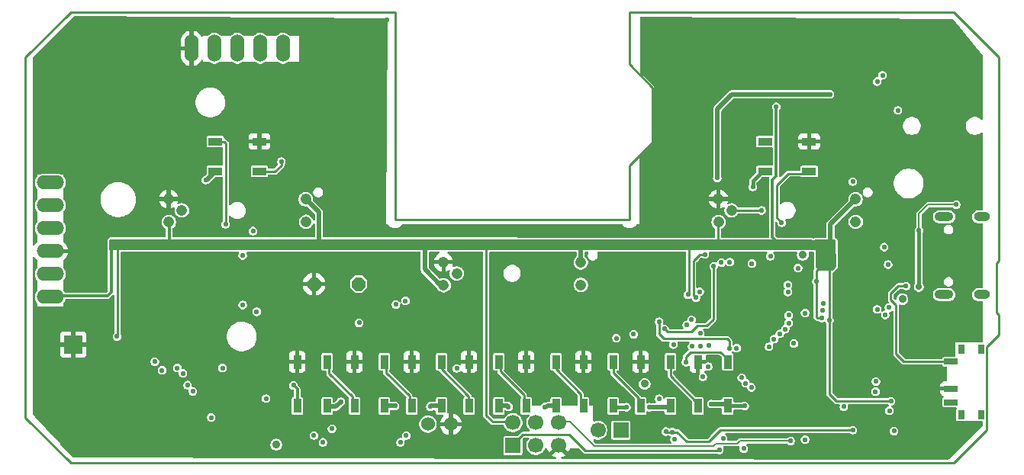
<source format=gbr>
%TF.GenerationSoftware,KiCad,Pcbnew,9.0.0*%
%TF.CreationDate,2025-08-25T22:56:13+01:00*%
%TF.ProjectId,FED3,46454433-2e6b-4696-9361-645f70636258,rev?*%
%TF.SameCoordinates,Original*%
%TF.FileFunction,Copper,L4,Bot*%
%TF.FilePolarity,Positive*%
%FSLAX46Y46*%
G04 Gerber Fmt 4.6, Leading zero omitted, Abs format (unit mm)*
G04 Created by KiCad (PCBNEW 9.0.0) date 2025-08-25 22:56:13*
%MOMM*%
%LPD*%
G01*
G04 APERTURE LIST*
G04 Aperture macros list*
%AMOutline5P*
0 Free polygon, 5 corners , with rotation*
0 The origin of the aperture is its center*
0 number of corners: always 5*
0 $1 to $10 corner X, Y*
0 $11 Rotation angle, in degrees counterclockwise*
0 create outline with 5 corners*
4,1,5,$1,$2,$3,$4,$5,$6,$7,$8,$9,$10,$1,$2,$11*%
%AMOutline6P*
0 Free polygon, 6 corners , with rotation*
0 The origin of the aperture is its center*
0 number of corners: always 6*
0 $1 to $12 corner X, Y*
0 $13 Rotation angle, in degrees counterclockwise*
0 create outline with 6 corners*
4,1,6,$1,$2,$3,$4,$5,$6,$7,$8,$9,$10,$11,$12,$1,$2,$13*%
%AMOutline7P*
0 Free polygon, 7 corners , with rotation*
0 The origin of the aperture is its center*
0 number of corners: always 7*
0 $1 to $14 corner X, Y*
0 $15 Rotation angle, in degrees counterclockwise*
0 create outline with 7 corners*
4,1,7,$1,$2,$3,$4,$5,$6,$7,$8,$9,$10,$11,$12,$13,$14,$1,$2,$15*%
%AMOutline8P*
0 Free polygon, 8 corners , with rotation*
0 The origin of the aperture is its center*
0 number of corners: always 8*
0 $1 to $16 corner X, Y*
0 $17 Rotation angle, in degrees counterclockwise*
0 create outline with 8 corners*
4,1,8,$1,$2,$3,$4,$5,$6,$7,$8,$9,$10,$11,$12,$13,$14,$15,$16,$1,$2,$17*%
G04 Aperture macros list end*
%TA.AperFunction,ComponentPad*%
%ADD10O,3.048000X1.524000*%
%TD*%
%TA.AperFunction,ComponentPad*%
%ADD11R,1.700000X1.700000*%
%TD*%
%TA.AperFunction,ComponentPad*%
%ADD12C,1.700000*%
%TD*%
%TA.AperFunction,HeatsinkPad*%
%ADD13C,0.510000*%
%TD*%
%TA.AperFunction,HeatsinkPad*%
%ADD14R,1.580000X2.350000*%
%TD*%
%TA.AperFunction,ComponentPad*%
%ADD15C,1.524000*%
%TD*%
%TA.AperFunction,HeatsinkPad*%
%ADD16O,2.100000X1.000000*%
%TD*%
%TA.AperFunction,HeatsinkPad*%
%ADD17O,1.800000X1.000000*%
%TD*%
%TA.AperFunction,ComponentPad*%
%ADD18R,2.000000X2.000000*%
%TD*%
%TA.AperFunction,ComponentPad*%
%ADD19Outline8P,-0.762000X0.315631X-0.315631X0.762000X0.315631X0.762000X0.762000X0.315631X0.762000X-0.315631X0.315631X-0.762000X-0.315631X-0.762000X-0.762000X-0.315631X180.000000*%
%TD*%
%TA.AperFunction,ComponentPad*%
%ADD20O,1.524000X3.048000*%
%TD*%
%TA.AperFunction,SMDPad,CuDef*%
%ADD21R,1.500000X0.900000*%
%TD*%
%TA.AperFunction,SMDPad,CuDef*%
%ADD22R,0.900000X1.500000*%
%TD*%
%TA.AperFunction,SMDPad,CuDef*%
%ADD23R,1.500000X0.700000*%
%TD*%
%TA.AperFunction,SMDPad,CuDef*%
%ADD24R,0.800000X1.000000*%
%TD*%
%TA.AperFunction,ComponentPad*%
%ADD25C,1.208000*%
%TD*%
%TA.AperFunction,ViaPad*%
%ADD26C,0.550000*%
%TD*%
%TA.AperFunction,ViaPad*%
%ADD27C,0.600000*%
%TD*%
%TA.AperFunction,ViaPad*%
%ADD28C,0.900000*%
%TD*%
%TA.AperFunction,ViaPad*%
%ADD29C,0.700000*%
%TD*%
%TA.AperFunction,Conductor*%
%ADD30C,0.250000*%
%TD*%
%TA.AperFunction,Conductor*%
%ADD31C,0.508000*%
%TD*%
%TA.AperFunction,Conductor*%
%ADD32C,0.300000*%
%TD*%
%TA.AperFunction,Conductor*%
%ADD33C,0.220000*%
%TD*%
%TA.AperFunction,Conductor*%
%ADD34C,0.254000*%
%TD*%
%TA.AperFunction,Conductor*%
%ADD35C,0.500000*%
%TD*%
%TA.AperFunction,Conductor*%
%ADD36C,0.406400*%
%TD*%
%TA.AperFunction,Conductor*%
%ADD37C,0.230000*%
%TD*%
%TA.AperFunction,Conductor*%
%ADD38C,0.210000*%
%TD*%
%TA.AperFunction,Conductor*%
%ADD39C,0.450000*%
%TD*%
%TA.AperFunction,Conductor*%
%ADD40C,0.260000*%
%TD*%
%TA.AperFunction,Profile*%
%ADD41C,0.250000*%
%TD*%
G04 APERTURE END LIST*
D10*
%TO.P,SCREEN0,1,Pin_1*%
%TO.N,/Controller Stage/D10*%
X97251100Y-98903600D03*
%TO.P,SCREEN0,2,Pin_2*%
%TO.N,/Controller Stage/D11*%
X97251100Y-101443600D03*
%TO.P,SCREEN0,3,Pin_3*%
%TO.N,/Controller Stage/D12*%
X97251100Y-103983600D03*
%TO.P,SCREEN0,4,Pin_4*%
%TO.N,GND*%
X97251100Y-106523600D03*
%TO.P,SCREEN0,5,Pin_5*%
%TO.N,unconnected-(SCREEN0-Pin_5-Pad5)*%
X97251100Y-109063600D03*
%TO.P,SCREEN0,6,Pin_6*%
%TO.N,+3V3*%
X97251100Y-111603600D03*
%TD*%
D11*
%TO.P,J1,1,Pin_1*%
%TO.N,/Controller Stage/SWCLK*%
X148582050Y-128109743D03*
D12*
%TO.P,J1,2,Pin_2*%
%TO.N,+3V3*%
X148582050Y-125569743D03*
%TO.P,J1,3,Pin_3*%
%TO.N,/Controller Stage/SWDIO*%
X151122050Y-128109743D03*
%TO.P,J1,4,Pin_4*%
%TO.N,unconnected-(J1-Pin_4-Pad4)*%
X151122050Y-125569743D03*
%TO.P,J1,5,Pin_5*%
%TO.N,GND*%
X153662050Y-128109743D03*
%TO.P,J1,6,Pin_6*%
%TO.N,/Controller Stage/~{RESET}*%
X153662050Y-125569743D03*
%TD*%
D13*
%TO.P,U3,11,EXPSD*%
%TO.N,GND*%
X169710600Y-126825000D03*
X169710600Y-125900000D03*
X169710600Y-124975000D03*
D14*
X169170600Y-125900000D03*
D13*
X168630600Y-126825000D03*
X168630600Y-125900000D03*
X168630600Y-124975000D03*
%TD*%
D15*
%TO.P,X3,1,Pin_1*%
%TO.N,GND*%
X141694300Y-125736400D03*
%TO.P,X3,2,Pin_2*%
%TO.N,VBat*%
X139154300Y-125736400D03*
%TD*%
D16*
%TO.P,J3,S1,SHIELD*%
%TO.N,Net-(J3-SHIELD)*%
X196429200Y-111353600D03*
D17*
X200609200Y-111353600D03*
D16*
X196429200Y-102713600D03*
D17*
X200609200Y-102713600D03*
%TD*%
D18*
%TO.P,TP5,1,1*%
%TO.N,GND*%
X99800000Y-116900000D03*
%TD*%
D19*
%TO.P,BZ1,1,+*%
%TO.N,RX*%
X131459200Y-110180000D03*
%TO.P,BZ1,2,-*%
%TO.N,GND*%
X126510000Y-110180000D03*
%TD*%
D20*
%TO.P,MOTOR0,1,Pin_1*%
%TO.N,GND*%
X112921100Y-84003600D03*
%TO.P,MOTOR0,2,Pin_2*%
%TO.N,/ORANGE*%
X115461100Y-84003600D03*
%TO.P,MOTOR0,3,Pin_3*%
%TO.N,/YELLOW*%
X118001100Y-84003600D03*
%TO.P,MOTOR0,4,Pin_4*%
%TO.N,/PINK*%
X120541100Y-84003600D03*
%TO.P,MOTOR0,5,Pin_5*%
%TO.N,/BLUE*%
X123081100Y-84003600D03*
%TD*%
D11*
%TO.P,J2,1,Pin_1*%
%TO.N,Net-(J2-Pin_1)*%
X160550000Y-126400000D03*
D12*
%TO.P,J2,2,Pin_2*%
%TO.N,VUSB*%
X158010000Y-126400000D03*
%TD*%
D21*
%TO.P,LED10,1-VDD,VDD*%
%TO.N,/IOs Interface/VCCNEO*%
X176551100Y-97650400D03*
%TO.P,LED10,2-DOUT,DO*%
%TO.N,unconnected-(LED10-DO-Pad2-DOUT)*%
X176551100Y-94350400D03*
%TO.P,LED10,3-GND,GND*%
%TO.N,GND*%
X181451100Y-94350400D03*
%TO.P,LED10,4-DIN,DI*%
%TO.N,Net-(LED10-DI)*%
X181451100Y-97650400D03*
%TD*%
D22*
%TO.P,LED4,1-VDD,VDD*%
%TO.N,/IOs Interface/VCCNEO*%
X153351900Y-123716000D03*
%TO.P,LED4,2-DOUT,DO*%
%TO.N,Net-(LED4-DO)*%
X150051900Y-123716000D03*
%TO.P,LED4,3-GND,GND*%
%TO.N,GND*%
X150051900Y-118816000D03*
%TO.P,LED4,4-DIN,DI*%
%TO.N,Net-(LED3-DO)*%
X153351900Y-118816000D03*
%TD*%
D23*
%TO.P,SW1,1,1*%
%TO.N,/EN*%
X197200000Y-118800000D03*
%TO.P,SW1,2,2*%
%TO.N,GND*%
X197200000Y-121800000D03*
%TO.P,SW1,3,3*%
%TO.N,unconnected-(SW1-Pad3)*%
X197200000Y-123300000D03*
D24*
%TO.P,SW1,SHIELD@1,SHIELD@1*%
%TO.N,unconnected-(SW1-PadSHIELD@1)*%
X198350000Y-117400000D03*
%TO.P,SW1,SHIELD@2,SHIELD@2*%
%TO.N,unconnected-(SW1-PadSHIELD@2)*%
X200550000Y-117400000D03*
%TO.P,SW1,SHIELD@3,SHIELD@3*%
%TO.N,unconnected-(SW1-PadSHIELD@3)*%
X200550000Y-124700000D03*
%TO.P,SW1,SHIELD@4,SHIELD@4*%
%TO.N,unconnected-(SW1-PadSHIELD@4)*%
X198350000Y-124700000D03*
%TD*%
D21*
%TO.P,LED9,1-VDD,VDD*%
%TO.N,/IOs Interface/VCCNEO*%
X115551100Y-97650400D03*
%TO.P,LED9,2-DOUT,DO*%
%TO.N,Net-(LED10-DI)*%
X115551100Y-94350400D03*
%TO.P,LED9,3-GND,GND*%
%TO.N,GND*%
X120451100Y-94350400D03*
%TO.P,LED9,4-DIN,DI*%
%TO.N,Net-(LED8-DO)*%
X120451100Y-97650400D03*
%TD*%
D22*
%TO.P,LED8,1-VDD,VDD*%
%TO.N,/IOs Interface/VCCNEO*%
X127951900Y-123716000D03*
%TO.P,LED8,2-DOUT,DO*%
%TO.N,Net-(LED8-DO)*%
X124651900Y-123716000D03*
%TO.P,LED8,3-GND,GND*%
%TO.N,GND*%
X124651900Y-118816000D03*
%TO.P,LED8,4-DIN,DI*%
%TO.N,Net-(LED7-DO)*%
X127951900Y-118816000D03*
%TD*%
%TO.P,LED3,1-VDD,VDD*%
%TO.N,/IOs Interface/VCCNEO*%
X159701900Y-123716000D03*
%TO.P,LED3,2-DOUT,DO*%
%TO.N,Net-(LED3-DO)*%
X156401900Y-123716000D03*
%TO.P,LED3,3-GND,GND*%
%TO.N,GND*%
X156401900Y-118816000D03*
%TO.P,LED3,4-DIN,DI*%
%TO.N,Net-(LED2-DO)*%
X159701900Y-118816000D03*
%TD*%
%TO.P,LED1,1-VDD,VDD*%
%TO.N,/IOs Interface/VCCNEO*%
X172401900Y-123716000D03*
%TO.P,LED1,2-DOUT,DO*%
%TO.N,Net-(LED1-DO)*%
X169101900Y-123716000D03*
%TO.P,LED1,3-GND,GND*%
%TO.N,GND*%
X169101900Y-118816000D03*
%TO.P,LED1,4-DIN,DI*%
%TO.N,Net-(LED1-DI)*%
X172401900Y-118816000D03*
%TD*%
D25*
%TO.P,PI3,1,1*%
%TO.N,+3V3*%
X125601100Y-100763600D03*
%TO.P,PI3,2,2*%
%TO.N,Net-(PI3-Pad2)*%
X125621100Y-103273600D03*
%TO.P,PI3,3,3*%
%TO.N,+3V3*%
X110401100Y-103303600D03*
%TO.P,PI3,4,4*%
%TO.N,D5*%
X111851100Y-102003600D03*
%TO.P,PI3,5,5*%
%TO.N,GND*%
X110381100Y-100733600D03*
%TD*%
%TO.P,PI1,1,1*%
%TO.N,+3V3*%
X186601100Y-100763600D03*
%TO.P,PI1,2,2*%
%TO.N,Net-(PI1-Pad2)*%
X186621100Y-103273600D03*
%TO.P,PI1,3,3*%
%TO.N,+3V3*%
X171401100Y-103303600D03*
%TO.P,PI1,4,4*%
%TO.N,D6*%
X172851100Y-102003600D03*
%TO.P,PI1,5,5*%
%TO.N,GND*%
X171381100Y-100733600D03*
%TD*%
%TO.P,PI2,1,1*%
%TO.N,+3V3*%
X156101100Y-107763600D03*
%TO.P,PI2,2,2*%
%TO.N,Net-(PI2-Pad2)*%
X156121100Y-110273600D03*
%TO.P,PI2,3,3*%
%TO.N,+3V3*%
X140901100Y-110303600D03*
%TO.P,PI2,4,4*%
%TO.N,TX*%
X142351100Y-109003600D03*
%TO.P,PI2,5,5*%
%TO.N,GND*%
X140881100Y-107733600D03*
%TD*%
D22*
%TO.P,LED2,1-VDD,VDD*%
%TO.N,/IOs Interface/VCCNEO*%
X166051900Y-123716000D03*
%TO.P,LED2,2-DOUT,DO*%
%TO.N,Net-(LED2-DO)*%
X162751900Y-123716000D03*
%TO.P,LED2,3-GND,GND*%
%TO.N,GND*%
X162751900Y-118816000D03*
%TO.P,LED2,4-DIN,DI*%
%TO.N,Net-(LED1-DO)*%
X166051900Y-118816000D03*
%TD*%
%TO.P,LED6,1-VDD,VDD*%
%TO.N,/IOs Interface/VCCNEO*%
X140651900Y-123716000D03*
%TO.P,LED6,2-DOUT,DO*%
%TO.N,Net-(LED6-DO)*%
X137351900Y-123716000D03*
%TO.P,LED6,3-GND,GND*%
%TO.N,GND*%
X137351900Y-118816000D03*
%TO.P,LED6,4-DIN,DI*%
%TO.N,Net-(LED5-DO)*%
X140651900Y-118816000D03*
%TD*%
%TO.P,LED7,1-VDD,VDD*%
%TO.N,/IOs Interface/VCCNEO*%
X134301900Y-123716000D03*
%TO.P,LED7,2-DOUT,DO*%
%TO.N,Net-(LED7-DO)*%
X131001900Y-123716000D03*
%TO.P,LED7,3-GND,GND*%
%TO.N,GND*%
X131001900Y-118816000D03*
%TO.P,LED7,4-DIN,DI*%
%TO.N,Net-(LED6-DO)*%
X134301900Y-118816000D03*
%TD*%
%TO.P,LED5,1-VDD,VDD*%
%TO.N,/IOs Interface/VCCNEO*%
X147001900Y-123716000D03*
%TO.P,LED5,2-DOUT,DO*%
%TO.N,Net-(LED5-DO)*%
X143701900Y-123716000D03*
%TO.P,LED5,3-GND,GND*%
%TO.N,GND*%
X143701900Y-118816000D03*
%TO.P,LED5,4-DIN,DI*%
%TO.N,Net-(LED4-DO)*%
X147001900Y-118816000D03*
%TD*%
D26*
%TO.N,GND*%
X110720000Y-122420000D03*
X197034500Y-90526000D03*
X194560000Y-110390000D03*
X181840000Y-103990000D03*
X184800000Y-118450000D03*
X187050000Y-112350000D03*
X171210000Y-124250000D03*
X163750000Y-86250000D03*
X198130000Y-113700000D03*
X141290000Y-128230000D03*
X138025000Y-111225000D03*
X162800000Y-124941002D03*
X131600000Y-98850000D03*
X117300000Y-86600000D03*
X108825000Y-94375000D03*
X197410000Y-124400000D03*
X181920000Y-104830000D03*
X185700000Y-127350000D03*
X110525000Y-112900000D03*
X109000000Y-108700000D03*
X187300000Y-105940000D03*
X188975000Y-127500000D03*
X199075000Y-126750000D03*
X161890000Y-121020000D03*
X128800000Y-91450000D03*
X193750000Y-115300000D03*
X192680000Y-104840000D03*
X173350000Y-118700000D03*
X174925000Y-114575000D03*
X147852894Y-103795731D03*
X115680000Y-100530000D03*
D27*
X155050000Y-111000000D03*
D26*
X160700000Y-107000000D03*
X114550000Y-112050000D03*
X170290000Y-122320000D03*
X112075000Y-114975000D03*
X145100000Y-125800000D03*
X173150000Y-114500000D03*
X112225000Y-108875000D03*
X192280000Y-109470000D03*
X137400000Y-120600000D03*
X187900000Y-89425000D03*
X164500000Y-119500000D03*
D27*
X158260000Y-114970000D03*
D26*
X185250000Y-89350000D03*
X200400000Y-114700000D03*
X97025000Y-86825000D03*
X193600000Y-128500000D03*
X103725000Y-88225000D03*
X177875000Y-123125000D03*
X179951900Y-91029400D03*
X186000000Y-97800000D03*
X177050000Y-95825000D03*
X190373000Y-107111800D03*
X112675000Y-123250000D03*
X121910000Y-98440000D03*
X160070000Y-108050000D03*
X182275000Y-115400000D03*
X152700000Y-108700000D03*
X133283100Y-86415600D03*
X175735500Y-91029400D03*
X143050000Y-111400000D03*
X158550000Y-111650000D03*
X182300000Y-122900000D03*
X103725000Y-98300000D03*
X166700000Y-103700000D03*
X161125000Y-122900000D03*
X122710000Y-121850000D03*
X98815300Y-96778800D03*
X105475000Y-83975000D03*
X129175000Y-100975000D03*
X174000000Y-96000000D03*
X122225000Y-112425000D03*
X113800000Y-129000000D03*
X196340000Y-120170000D03*
X125041765Y-120429854D03*
X169360000Y-108997500D03*
X149650000Y-120850000D03*
X194310000Y-103530000D03*
X121210000Y-124490000D03*
X126600000Y-86600000D03*
X126250000Y-80900000D03*
X132500000Y-124650000D03*
X134600000Y-80800000D03*
X108600000Y-120150000D03*
X122840000Y-124380000D03*
X195750000Y-113450000D03*
X134100000Y-101700000D03*
X191058800Y-125222000D03*
X163400000Y-81300000D03*
X173200000Y-110700000D03*
X196750000Y-117700000D03*
X197799100Y-82351600D03*
X185800000Y-104650000D03*
X119740000Y-100590000D03*
X172470000Y-120860000D03*
X100263100Y-81589600D03*
X131025000Y-106900000D03*
X111800000Y-97900000D03*
X113325000Y-80800000D03*
X173220000Y-121710000D03*
X187080000Y-95480000D03*
X111900000Y-126000000D03*
X128320000Y-98370000D03*
X189400000Y-119550000D03*
X152025000Y-119475000D03*
X166300000Y-111650000D03*
X99550000Y-105450000D03*
X124300000Y-86400000D03*
X139250000Y-115000000D03*
X137395300Y-109245800D03*
X95713900Y-117221400D03*
X115200000Y-126350000D03*
X187620000Y-101860000D03*
X132500000Y-119600000D03*
X119300000Y-108060000D03*
X186800000Y-81300000D03*
X178925000Y-107200000D03*
X144700000Y-122250000D03*
X146200000Y-129100000D03*
X165785000Y-106972500D03*
X133050000Y-111550000D03*
X105400000Y-122800000D03*
X141875000Y-122500000D03*
X154925000Y-119475000D03*
X107600000Y-128800000D03*
X193800000Y-121050000D03*
X129400000Y-114700000D03*
X174150000Y-103275000D03*
X176250000Y-129200000D03*
X123640000Y-127950000D03*
X144761300Y-108509200D03*
X108000000Y-112300000D03*
X104600000Y-118900000D03*
X122100000Y-107900000D03*
X111693100Y-87050600D03*
X184650000Y-124850000D03*
X120900000Y-127990000D03*
X194370000Y-111980000D03*
X192660000Y-117600000D03*
X101725000Y-110225000D03*
X184627690Y-109543265D03*
X114400000Y-115200000D03*
X117900000Y-109900000D03*
X189350000Y-115700000D03*
X157550000Y-121500000D03*
X132570000Y-121990000D03*
X111693100Y-91495600D03*
X184969500Y-93142200D03*
X115050000Y-123100000D03*
X149074710Y-115016462D03*
X135070000Y-126140000D03*
X97977100Y-126547600D03*
X134000000Y-94500000D03*
X117100000Y-114200000D03*
X121300000Y-86600000D03*
X109050000Y-122525000D03*
X159250000Y-103800000D03*
X95691100Y-94289600D03*
X187300000Y-106820000D03*
X163500000Y-96500000D03*
X98253900Y-122047400D03*
X169630000Y-121720000D03*
X175251800Y-111062165D03*
X136850000Y-103800000D03*
X115950000Y-103100000D03*
X130716405Y-125548435D03*
X176903900Y-84171400D03*
X173691900Y-84455400D03*
X116950000Y-117415000D03*
X170240000Y-121120000D03*
X163900000Y-102450000D03*
X101475000Y-92175000D03*
%TO.N,+3V3*%
X174800000Y-106000000D03*
X183184800Y-108381800D03*
X116100000Y-105655000D03*
X177800000Y-90500000D03*
X183700000Y-114200000D03*
X181940000Y-105610000D03*
X104650000Y-116000000D03*
X128500000Y-126250000D03*
X168005000Y-111350000D03*
X182250000Y-109900000D03*
X173400000Y-117299813D03*
D28*
X180750000Y-106910000D03*
D26*
X115100000Y-125000000D03*
X182850000Y-113950000D03*
X172625000Y-105775000D03*
X190525400Y-123190000D03*
X135250000Y-106100000D03*
X182499000Y-107162600D03*
X183800000Y-106230000D03*
%TO.N,/IOs Interface/VCCNEO*%
X152159100Y-123816200D03*
X114500000Y-98620000D03*
X148095100Y-123816200D03*
X135500000Y-123716000D03*
X139400000Y-123800000D03*
D28*
X163200000Y-121266000D03*
D26*
X163707689Y-123841600D03*
X121193750Y-122906250D03*
X129500000Y-123250000D03*
X175200000Y-99400000D03*
X161200000Y-123850000D03*
X170600000Y-123500000D03*
X174300000Y-123716000D03*
%TO.N,/EN*%
X192210000Y-110400000D03*
%TO.N,Net-(LED1-DI)*%
X167775000Y-118850000D03*
%TO.N,Net-(LED8-DO)*%
X122900000Y-96570000D03*
X124228175Y-121428176D03*
%TO.N,Net-(LED10-DI)*%
X116700000Y-103550000D03*
X178400000Y-103378000D03*
%TO.N,/Controller Stage/SCL*%
X136650000Y-112050000D03*
X189000000Y-113000000D03*
X183000000Y-112350000D03*
X126500000Y-127000000D03*
X189000000Y-87700000D03*
X136750000Y-127000000D03*
%TO.N,/Controller Stage/SDA*%
X127500000Y-127750000D03*
X182898234Y-113113248D03*
X136101000Y-127750000D03*
X135600000Y-112450000D03*
X189900000Y-113600000D03*
X189600000Y-87000000D03*
%TO.N,/Controller Stage/AREF*%
X168900000Y-111687500D03*
X169885000Y-106897500D03*
%TO.N,VUSB*%
X193649600Y-104241600D03*
X174200000Y-128455000D03*
D29*
X193624200Y-110490000D03*
D26*
X197770000Y-101370000D03*
D28*
X191800000Y-111850000D03*
D26*
%TO.N,RX*%
X172615854Y-117309459D03*
X164800000Y-114350000D03*
X131505030Y-114475628D03*
%TO.N,A0*%
X191300000Y-90900000D03*
X190300000Y-112800000D03*
X169300000Y-111025000D03*
%TO.N,TX*%
X142350000Y-119550000D03*
X170250000Y-119350000D03*
%TO.N,D6*%
X176172000Y-102003600D03*
X179178408Y-113644953D03*
%TO.N,D5*%
X113075000Y-122100000D03*
X177000000Y-117147512D03*
%TO.N,D13*%
X178205779Y-115700000D03*
X116350000Y-119495000D03*
X111350000Y-119500000D03*
X160060000Y-116200000D03*
%TO.N,/Controller Stage/SWDIO*%
X171915000Y-127320000D03*
X171712500Y-107787500D03*
%TO.N,/Controller Stage/~{RESET}*%
X179750000Y-116775000D03*
X180225000Y-108400000D03*
X179400000Y-127600000D03*
X175100000Y-107900000D03*
%TO.N,D8*%
X169365000Y-115645000D03*
X161977136Y-115748717D03*
%TO.N,/Controller Stage/SWCLK*%
X172650000Y-107750000D03*
X171500000Y-128600000D03*
%TO.N,/Controller Stage/D10*%
X120150000Y-113260000D03*
X178809985Y-115174790D03*
X119750000Y-104300000D03*
%TO.N,/Controller Stage/D11*%
X177550000Y-116300000D03*
X177150000Y-107100000D03*
%TO.N,/Controller Stage/D12*%
X118600000Y-112500000D03*
X179174262Y-114496407D03*
X118600000Y-107000000D03*
%TO.N,/Controller Stage/SD_CS*%
X188865168Y-121000000D03*
X169665300Y-120484700D03*
%TO.N,/Controller Stage/SCK*%
X174400000Y-121200000D03*
X190350000Y-124250000D03*
%TO.N,D+*%
X189779200Y-106070400D03*
X179100448Y-110287271D03*
%TO.N,D-*%
X190211771Y-108013359D03*
X179091310Y-111057219D03*
%TO.N,/Controller Stage/D7*%
X181000000Y-113400000D03*
X181000000Y-127450000D03*
%TO.N,/Controller Stage/MISO*%
X175050000Y-121650000D03*
X190875000Y-126500000D03*
%TO.N,A2*%
X168399824Y-114134000D03*
X169356276Y-117097000D03*
X112475000Y-121400000D03*
%TO.N,A5*%
X165405000Y-115143717D03*
X108850000Y-118800000D03*
X170850000Y-108200000D03*
%TO.N,A4*%
X168461636Y-117097000D03*
X109650000Y-119750000D03*
%TO.N,A3*%
X166400000Y-116900000D03*
X167855300Y-114739000D03*
X111975000Y-120100000D03*
%TO.N,D9*%
X170300000Y-117000000D03*
X166500000Y-127400000D03*
%TO.N,Net-(IC4-VBAT)*%
X183759600Y-89109600D03*
X171259900Y-98406000D03*
%TO.N,VBat*%
X166245879Y-126602052D03*
X164800000Y-122900000D03*
D28*
X122320000Y-127990000D03*
D26*
X165552592Y-126559814D03*
X186300000Y-126400000D03*
%TO.N,/Controller Stage/MOSI*%
X188823600Y-122123200D03*
X173972880Y-120559319D03*
%TO.N,Net-(U3-STAT1)*%
X186300000Y-98800000D03*
X185300000Y-123800000D03*
%TD*%
D30*
%TO.N,+3V3*%
X146325000Y-125475000D02*
X148487307Y-125475000D01*
D31*
X156100000Y-105500000D02*
X156100000Y-107762500D01*
X127050000Y-102212500D02*
X127050000Y-105600000D01*
D30*
X183700000Y-107714200D02*
X183700000Y-114200000D01*
D32*
X110431100Y-103333600D02*
X110431100Y-105400000D01*
D33*
X182250000Y-113852136D02*
X182347864Y-113950000D01*
D30*
X183946800Y-107467400D02*
X183700000Y-107714200D01*
X168005000Y-111350000D02*
X168120000Y-111235000D01*
X183700000Y-114200000D02*
X183700000Y-122400000D01*
X104650000Y-116000000D02*
X104700000Y-115950000D01*
D32*
X177349000Y-98616709D02*
X177800000Y-98165709D01*
D30*
X151275000Y-106175000D02*
X151650000Y-105800000D01*
D34*
X171317500Y-105317500D02*
X171317500Y-103525000D01*
D31*
X183800000Y-106230000D02*
X183800000Y-103564700D01*
D30*
X145600000Y-124750000D02*
X146325000Y-125475000D01*
D32*
X104000000Y-111100000D02*
X103600000Y-111500000D01*
X103600000Y-111500000D02*
X97354700Y-111500000D01*
X177350000Y-105000000D02*
X177350000Y-99468582D01*
X177350000Y-99468582D02*
X177349000Y-99467582D01*
D30*
X183700000Y-122400000D02*
X184500000Y-123200000D01*
D32*
X177800000Y-98165709D02*
X177800000Y-90500000D01*
X104000000Y-105800000D02*
X104000000Y-111100000D01*
D30*
X168120000Y-111235000D02*
X168120000Y-105800000D01*
D33*
X182347864Y-113950000D02*
X182850000Y-113950000D01*
D30*
X104700000Y-105900000D02*
X104600000Y-105800000D01*
X148487307Y-125475000D02*
X148582050Y-125569743D01*
D31*
X138800000Y-105500000D02*
X138800000Y-108565900D01*
D34*
X171650000Y-105650000D02*
X171317500Y-105317500D01*
D30*
X184500000Y-123200000D02*
X190500000Y-123200000D01*
D32*
X178150000Y-105800000D02*
X177350000Y-105000000D01*
D31*
X125601100Y-100763600D02*
X127050000Y-102212500D01*
D30*
X146000000Y-105600000D02*
X145600000Y-106000000D01*
X104700000Y-115950000D02*
X104700000Y-105900000D01*
D33*
X182250000Y-108707000D02*
X182250000Y-113852136D01*
X182575200Y-108381800D02*
X182250000Y-108707000D01*
X183184800Y-108381800D02*
X182575200Y-108381800D01*
D32*
X177349000Y-99467582D02*
X177349000Y-98616709D01*
D30*
X145600000Y-106000000D02*
X145600000Y-124750000D01*
D31*
X183800000Y-103564700D02*
X186601100Y-100763600D01*
X138800000Y-108565900D02*
X140537700Y-110303600D01*
D35*
%TO.N,/IOs Interface/VCCNEO*%
X139484000Y-123716000D02*
X140651900Y-123716000D01*
X152513300Y-123716000D02*
X152159100Y-123816200D01*
D36*
X175200000Y-99400000D02*
X175200000Y-98700000D01*
D35*
X147994900Y-123716000D02*
X148095100Y-123816200D01*
D36*
X159835900Y-123850000D02*
X161200000Y-123850000D01*
D35*
X114500000Y-98620000D02*
X114581500Y-98620000D01*
X139400000Y-123800000D02*
X139484000Y-123716000D01*
X135500000Y-123716000D02*
X134301900Y-123716000D01*
X114581500Y-98620000D02*
X115551100Y-97650400D01*
X128950000Y-123800000D02*
X128035900Y-123800000D01*
X153351900Y-123716000D02*
X152513300Y-123716000D01*
X163707689Y-123841600D02*
X166177500Y-123841600D01*
X172401900Y-123716000D02*
X172401900Y-124198100D01*
X129500000Y-123250000D02*
X128950000Y-123800000D01*
X170600000Y-123500000D02*
X172185900Y-123500000D01*
X147001900Y-123716000D02*
X147994900Y-123716000D01*
D36*
X174300000Y-123716000D02*
X172401900Y-123716000D01*
D35*
X172185900Y-123500000D02*
X172401900Y-123716000D01*
D36*
X175200000Y-98700000D02*
X176249600Y-97650400D01*
D37*
%TO.N,/EN*%
X190500000Y-111897170D02*
X191100000Y-112497170D01*
X191100000Y-117950000D02*
X191950000Y-118800000D01*
X191100000Y-110652000D02*
X191098000Y-110652000D01*
X191098000Y-110652000D02*
X190500000Y-111250000D01*
X190500000Y-111250000D02*
X190500000Y-111897170D01*
X191100000Y-112497170D02*
X191100000Y-117950000D01*
X191352000Y-110400000D02*
X191100000Y-110652000D01*
X192210000Y-110400000D02*
X191352000Y-110400000D01*
X191950000Y-118800000D02*
X197250000Y-118800000D01*
D34*
%TO.N,Net-(LED1-DI)*%
X167775000Y-118248900D02*
X168304900Y-117719000D01*
X167775000Y-118850000D02*
X167775000Y-118248900D01*
X168304900Y-117719000D02*
X171608999Y-117719000D01*
X171608999Y-117719000D02*
X172401900Y-118511901D01*
%TO.N,Net-(LED1-DO)*%
X169000000Y-123300000D02*
X166051900Y-120351900D01*
X166051900Y-120351900D02*
X166051900Y-118816000D01*
X169000000Y-123600000D02*
X169000000Y-123300000D01*
X169100000Y-123700000D02*
X169000000Y-123600000D01*
%TO.N,Net-(LED2-DO)*%
X159701900Y-118816000D02*
X159701900Y-120001900D01*
X162500000Y-122800000D02*
X162500000Y-123145600D01*
X159701900Y-120001900D02*
X162500000Y-122800000D01*
%TO.N,Net-(LED3-DO)*%
X156121500Y-122421500D02*
X156121500Y-123435600D01*
X153351900Y-119651900D02*
X156121500Y-122421500D01*
X153351900Y-118816000D02*
X153351900Y-119651900D01*
%TO.N,Net-(LED5-DO)*%
X143650100Y-122650100D02*
X143650100Y-123664200D01*
X140651900Y-119651900D02*
X143650100Y-122650100D01*
X140651900Y-118816000D02*
X140651900Y-119651900D01*
%TO.N,Net-(LED6-DO)*%
X137100000Y-122600000D02*
X137100000Y-123464100D01*
X134500000Y-120000000D02*
X137100000Y-122600000D01*
X134500000Y-119014100D02*
X134500000Y-120000000D01*
%TO.N,Net-(LED7-DO)*%
X130800000Y-122700000D02*
X130800000Y-123514100D01*
X128200000Y-119064100D02*
X128200000Y-120100000D01*
X128200000Y-120100000D02*
X130800000Y-122700000D01*
%TO.N,Net-(LED8-DO)*%
X122900000Y-96980000D02*
X122180000Y-97700000D01*
X122180000Y-97700000D02*
X120416700Y-97700000D01*
X122900000Y-96570000D02*
X122900000Y-96980000D01*
D32*
X124651900Y-121851900D02*
X124651900Y-124023100D01*
X124228175Y-121428176D02*
X124651900Y-121851900D01*
D30*
%TO.N,Net-(LED10-DI)*%
X116550400Y-94350400D02*
X115551100Y-94350400D01*
X178400000Y-103350000D02*
X177846000Y-102796000D01*
X177846000Y-102796000D02*
X177846000Y-99204000D01*
X116750000Y-94550000D02*
X116550400Y-94350400D01*
X178400000Y-103378000D02*
X178400000Y-103350000D01*
X116700000Y-103550000D02*
X116750000Y-103500000D01*
X116750000Y-103500000D02*
X116750000Y-94550000D01*
X177846000Y-99204000D02*
X179150000Y-97900000D01*
X179150000Y-97900000D02*
X181201500Y-97900000D01*
D33*
%TO.N,/Controller Stage/AREF*%
X168900000Y-111687500D02*
X168780000Y-111687500D01*
X169335000Y-106897500D02*
X169885000Y-106897500D01*
X168610000Y-107622500D02*
X169335000Y-106897500D01*
X168780000Y-111687500D02*
X168610000Y-111517500D01*
X168610000Y-111517500D02*
X168610000Y-107622500D01*
D38*
%TO.N,VUSB*%
X194640000Y-101370000D02*
X197770000Y-101370000D01*
X193649600Y-102360400D02*
X194570000Y-101440000D01*
X194570000Y-101440000D02*
X194640000Y-101370000D01*
D39*
X193624200Y-104267000D02*
X193649600Y-104241600D01*
D38*
X193649600Y-104241600D02*
X193649600Y-102360400D01*
D39*
X193624200Y-110490000D02*
X193624200Y-104267000D01*
D33*
%TO.N,RX*%
X172350000Y-116250000D02*
X172615854Y-116515854D01*
X164800000Y-115750000D02*
X165300000Y-116250000D01*
X164800000Y-114350000D02*
X164800000Y-115750000D01*
X165300000Y-116250000D02*
X172350000Y-116250000D01*
X172615854Y-116515854D02*
X172615854Y-117309459D01*
%TO.N,D6*%
X176172000Y-102003600D02*
X172851100Y-102003600D01*
D34*
%TO.N,Net-(LED4-DO)*%
X147200000Y-119900000D02*
X149800000Y-122500000D01*
X147200000Y-119456500D02*
X147200000Y-119900000D01*
X149800000Y-122500000D02*
X149800000Y-123464100D01*
X146825100Y-119081600D02*
X147200000Y-119456500D01*
D38*
%TO.N,/Controller Stage/~{RESET}*%
X153756793Y-125475000D02*
X154875000Y-125475000D01*
X157600000Y-128200000D02*
X170800000Y-128200000D01*
X173490000Y-127900000D02*
X173790000Y-127600000D01*
X153662050Y-125569743D02*
X153756793Y-125475000D01*
X170800000Y-128200000D02*
X171100000Y-127900000D01*
X173790000Y-127600000D02*
X179400000Y-127600000D01*
X171100000Y-127900000D02*
X173490000Y-127900000D01*
X154875000Y-125475000D02*
X157600000Y-128200000D01*
D33*
%TO.N,/Controller Stage/SWCLK*%
X156650000Y-128700000D02*
X154850000Y-126900000D01*
X149685000Y-126900000D02*
X148582050Y-128002950D01*
X148582050Y-128002950D02*
X148582050Y-128109743D01*
X154850000Y-126900000D02*
X149685000Y-126900000D01*
X171400000Y-128700000D02*
X156650000Y-128700000D01*
X171500000Y-128600000D02*
X171400000Y-128700000D01*
%TO.N,A5*%
X168337986Y-115500000D02*
X169018986Y-114819000D01*
X165761283Y-115500000D02*
X168337986Y-115500000D01*
X170850000Y-114075000D02*
X170850000Y-108200000D01*
X170100000Y-114825000D02*
X170850000Y-114075000D01*
X169521014Y-114819000D02*
X169527014Y-114825000D01*
X165405000Y-115143717D02*
X165761283Y-115500000D01*
X169527014Y-114825000D02*
X170100000Y-114825000D01*
X169018986Y-114819000D02*
X169521014Y-114819000D01*
D31*
%TO.N,Net-(IC4-VBAT)*%
X183759600Y-89109600D02*
X172890400Y-89109600D01*
X172890400Y-89109600D02*
X171259900Y-90740100D01*
X171259900Y-90740100D02*
X171259900Y-98406000D01*
D40*
%TO.N,VBat*%
X165594830Y-126602052D02*
X165552592Y-126559814D01*
X186300000Y-126400000D02*
X171600000Y-126400000D01*
X166802846Y-126602052D02*
X165594830Y-126602052D01*
X167900794Y-127700000D02*
X166802846Y-126602052D01*
X171600000Y-126400000D02*
X170300000Y-127700000D01*
X170300000Y-127700000D02*
X167900794Y-127700000D01*
%TD*%
%TA.AperFunction,Conductor*%
%TO.N,GND*%
G36*
X134578699Y-80692823D02*
G01*
X134637680Y-80712492D01*
X134673836Y-80763073D01*
X134678519Y-80794201D01*
X134502329Y-103499735D01*
X134502330Y-103499736D01*
X134635847Y-103499854D01*
X134694960Y-103519119D01*
X134719403Y-103544563D01*
X134762797Y-103609507D01*
X134762799Y-103609509D01*
X134895193Y-103741903D01*
X135050864Y-103845919D01*
X135050865Y-103845919D01*
X135050869Y-103845922D01*
X135154390Y-103888802D01*
X135223846Y-103917572D01*
X135223847Y-103917572D01*
X135223849Y-103917573D01*
X135407484Y-103954100D01*
X135407485Y-103954100D01*
X135594715Y-103954100D01*
X135594716Y-103954100D01*
X135778351Y-103917573D01*
X135951331Y-103845922D01*
X136107008Y-103741902D01*
X136239402Y-103609508D01*
X136281770Y-103546098D01*
X136330595Y-103507607D01*
X136365494Y-103501390D01*
X160651286Y-103522958D01*
X160710398Y-103542223D01*
X160734840Y-103567666D01*
X160762797Y-103609507D01*
X160762799Y-103609509D01*
X160895193Y-103741903D01*
X161050864Y-103845919D01*
X161050865Y-103845919D01*
X161050869Y-103845922D01*
X161154390Y-103888802D01*
X161223846Y-103917572D01*
X161223847Y-103917572D01*
X161223849Y-103917573D01*
X161407484Y-103954100D01*
X161407485Y-103954100D01*
X161594715Y-103954100D01*
X161594716Y-103954100D01*
X161778351Y-103917573D01*
X161951331Y-103845922D01*
X162107008Y-103741902D01*
X162239402Y-103609508D01*
X162266351Y-103569175D01*
X162315173Y-103530685D01*
X162350077Y-103524467D01*
X162650295Y-103524734D01*
X162653258Y-100505399D01*
X170345317Y-100505399D01*
X170345318Y-100505400D01*
X171114325Y-100505400D01*
X171101030Y-100518695D01*
X171054952Y-100598505D01*
X171031100Y-100687522D01*
X171031100Y-100779678D01*
X171054952Y-100868695D01*
X171101030Y-100948505D01*
X171114325Y-100961800D01*
X170345317Y-100961800D01*
X170361450Y-101042909D01*
X170441384Y-101235883D01*
X170441388Y-101235892D01*
X170557434Y-101409566D01*
X170557434Y-101409567D01*
X170705132Y-101557265D01*
X170878807Y-101673311D01*
X170878816Y-101673315D01*
X171071790Y-101753249D01*
X171152900Y-101769382D01*
X171152900Y-101000375D01*
X171166195Y-101013670D01*
X171246005Y-101059748D01*
X171335022Y-101083600D01*
X171427178Y-101083600D01*
X171516195Y-101059748D01*
X171596005Y-101013670D01*
X171609300Y-101000375D01*
X171609300Y-101769381D01*
X171690409Y-101753249D01*
X171690410Y-101753249D01*
X171883383Y-101673315D01*
X171883389Y-101673313D01*
X171930824Y-101641617D01*
X171990664Y-101624739D01*
X172048995Y-101646258D01*
X172083538Y-101697953D01*
X172081099Y-101760080D01*
X172079663Y-101763750D01*
X172077516Y-101768934D01*
X172055511Y-101879565D01*
X172046600Y-101924364D01*
X172046600Y-102082836D01*
X172053571Y-102117880D01*
X172077516Y-102238266D01*
X172138159Y-102384670D01*
X172138161Y-102384674D01*
X172176753Y-102442430D01*
X172226202Y-102516437D01*
X172226204Y-102516439D01*
X172338261Y-102628496D01*
X172470026Y-102716539D01*
X172531258Y-102741902D01*
X172616433Y-102777183D01*
X172616434Y-102777183D01*
X172616436Y-102777184D01*
X172771864Y-102808100D01*
X172771865Y-102808100D01*
X172930335Y-102808100D01*
X172930336Y-102808100D01*
X173085764Y-102777184D01*
X173232174Y-102716539D01*
X173363939Y-102628496D01*
X173475996Y-102516439D01*
X173564039Y-102384674D01*
X173566024Y-102379880D01*
X173567550Y-102376199D01*
X173607930Y-102328923D01*
X173660491Y-102314100D01*
X175768371Y-102314100D01*
X175827502Y-102333313D01*
X175839505Y-102343564D01*
X175880036Y-102384095D01*
X175988464Y-102446695D01*
X176109399Y-102479100D01*
X176234601Y-102479100D01*
X176355536Y-102446695D01*
X176463964Y-102384095D01*
X176552495Y-102295564D01*
X176615095Y-102187136D01*
X176647500Y-102066201D01*
X176647500Y-101940999D01*
X176615095Y-101820064D01*
X176552495Y-101711636D01*
X176463964Y-101623105D01*
X176462966Y-101622529D01*
X176355536Y-101560505D01*
X176234603Y-101528100D01*
X176234601Y-101528100D01*
X176109399Y-101528100D01*
X176109396Y-101528100D01*
X175988463Y-101560505D01*
X175880038Y-101623103D01*
X175839505Y-101663636D01*
X175784107Y-101691862D01*
X175768371Y-101693100D01*
X173660491Y-101693100D01*
X173601360Y-101673887D01*
X173567550Y-101631001D01*
X173564040Y-101622529D01*
X173564039Y-101622526D01*
X173475996Y-101490761D01*
X173363939Y-101378704D01*
X173363937Y-101378702D01*
X173298501Y-101334980D01*
X173232174Y-101290661D01*
X173232171Y-101290659D01*
X173232170Y-101290659D01*
X173085766Y-101230016D01*
X172982145Y-101209405D01*
X172930336Y-101199100D01*
X172771864Y-101199100D01*
X172749747Y-101203499D01*
X172616435Y-101230015D01*
X172486906Y-101283668D01*
X172424924Y-101288545D01*
X172371912Y-101256059D01*
X172348119Y-101198617D01*
X172355467Y-101152226D01*
X172400749Y-101042907D01*
X172416883Y-100961800D01*
X171647875Y-100961800D01*
X171661170Y-100948505D01*
X171707248Y-100868695D01*
X171731100Y-100779678D01*
X171731100Y-100687522D01*
X171707248Y-100598505D01*
X171661170Y-100518695D01*
X171647875Y-100505400D01*
X172416882Y-100505400D01*
X172416882Y-100505399D01*
X172400749Y-100424290D01*
X172320815Y-100231316D01*
X172320811Y-100231307D01*
X172204765Y-100057633D01*
X172204765Y-100057632D01*
X172057067Y-99909934D01*
X171883392Y-99793888D01*
X171883383Y-99793884D01*
X171690409Y-99713950D01*
X171609300Y-99697817D01*
X171609300Y-100466825D01*
X171596005Y-100453530D01*
X171516195Y-100407452D01*
X171427178Y-100383600D01*
X171335022Y-100383600D01*
X171246005Y-100407452D01*
X171166195Y-100453530D01*
X171152900Y-100466825D01*
X171152900Y-99697817D01*
X171152899Y-99697817D01*
X171071790Y-99713950D01*
X170878816Y-99793884D01*
X170878807Y-99793888D01*
X170705133Y-99909934D01*
X170705132Y-99909934D01*
X170557434Y-100057632D01*
X170557434Y-100057633D01*
X170441388Y-100231307D01*
X170441384Y-100231316D01*
X170361450Y-100424290D01*
X170345317Y-100505399D01*
X162653258Y-100505399D01*
X162655379Y-98343399D01*
X170784400Y-98343399D01*
X170784400Y-98349044D01*
X170784400Y-98468603D01*
X170816805Y-98589536D01*
X170849893Y-98646848D01*
X170879405Y-98697964D01*
X170967936Y-98786495D01*
X171076364Y-98849095D01*
X171197299Y-98881500D01*
X171322501Y-98881500D01*
X171443436Y-98849095D01*
X171551864Y-98786495D01*
X171640395Y-98697964D01*
X171702995Y-98589536D01*
X171735400Y-98468601D01*
X171735400Y-98343399D01*
X171717828Y-98277820D01*
X171714400Y-98251782D01*
X171714400Y-90970030D01*
X171733613Y-90910899D01*
X171743865Y-90898895D01*
X173049195Y-89593565D01*
X173104593Y-89565339D01*
X173120330Y-89564100D01*
X183605382Y-89564100D01*
X183631420Y-89567528D01*
X183696999Y-89585100D01*
X183697001Y-89585100D01*
X183822201Y-89585100D01*
X183943136Y-89552695D01*
X184051564Y-89490095D01*
X184140095Y-89401564D01*
X184202695Y-89293136D01*
X184235100Y-89172201D01*
X184235100Y-89046999D01*
X184202695Y-88926064D01*
X184140095Y-88817636D01*
X184051564Y-88729105D01*
X183943136Y-88666505D01*
X183900573Y-88655100D01*
X183822203Y-88634100D01*
X183822201Y-88634100D01*
X183696999Y-88634100D01*
X183696996Y-88634100D01*
X183631420Y-88651672D01*
X183605382Y-88655100D01*
X172956413Y-88655100D01*
X172956397Y-88655099D01*
X172950236Y-88655099D01*
X172830564Y-88655099D01*
X172830561Y-88655099D01*
X172714965Y-88686074D01*
X172611329Y-88745909D01*
X170896209Y-90461029D01*
X170836372Y-90564669D01*
X170836373Y-90564670D01*
X170805399Y-90680260D01*
X170805399Y-90808039D01*
X170805400Y-90808052D01*
X170805400Y-98251782D01*
X170802379Y-98274722D01*
X170802465Y-98275904D01*
X170802223Y-98276880D01*
X170784400Y-98343399D01*
X162655379Y-98343399D01*
X162657576Y-96104836D01*
X162676847Y-96045727D01*
X162687814Y-96033039D01*
X164181565Y-94571512D01*
X164182351Y-94571187D01*
X164202889Y-94550648D01*
X164223750Y-94530238D01*
X164223750Y-94530237D01*
X164223774Y-94530214D01*
X164223883Y-94530052D01*
X164224460Y-94529198D01*
X164224671Y-94528888D01*
X164224685Y-94528852D01*
X164224687Y-94528851D01*
X164235832Y-94501943D01*
X164247264Y-94475175D01*
X164247272Y-94474335D01*
X164247600Y-94473546D01*
X164247600Y-94444322D01*
X164247916Y-94415307D01*
X164247600Y-94414519D01*
X164247600Y-88317664D01*
X164232345Y-88280836D01*
X164232345Y-88280835D01*
X164224687Y-88262348D01*
X163599735Y-87637396D01*
X188524500Y-87637396D01*
X188524500Y-87762603D01*
X188556905Y-87883536D01*
X188619505Y-87991964D01*
X188708036Y-88080495D01*
X188816464Y-88143095D01*
X188937399Y-88175500D01*
X189062601Y-88175500D01*
X189183536Y-88143095D01*
X189291964Y-88080495D01*
X189380495Y-87991964D01*
X189443095Y-87883536D01*
X189475500Y-87762601D01*
X189475500Y-87637399D01*
X189466052Y-87602138D01*
X189469306Y-87540049D01*
X189508433Y-87491730D01*
X189563224Y-87475500D01*
X189662601Y-87475500D01*
X189783536Y-87443095D01*
X189891964Y-87380495D01*
X189980495Y-87291964D01*
X190043095Y-87183536D01*
X190075500Y-87062601D01*
X190075500Y-86937399D01*
X190043095Y-86816464D01*
X189980495Y-86708036D01*
X189891964Y-86619505D01*
X189783536Y-86556905D01*
X189662603Y-86524500D01*
X189662601Y-86524500D01*
X189537399Y-86524500D01*
X189537396Y-86524500D01*
X189416463Y-86556905D01*
X189308038Y-86619503D01*
X189219503Y-86708038D01*
X189156905Y-86816463D01*
X189124500Y-86937396D01*
X189124500Y-87062604D01*
X189133948Y-87097862D01*
X189130694Y-87159951D01*
X189091567Y-87208270D01*
X189036776Y-87224500D01*
X188937396Y-87224500D01*
X188816463Y-87256905D01*
X188708038Y-87319503D01*
X188619503Y-87408038D01*
X188556905Y-87516463D01*
X188524500Y-87637396D01*
X163599735Y-87637396D01*
X163024939Y-87062600D01*
X162696307Y-86733967D01*
X162668082Y-86678571D01*
X162666844Y-86662757D01*
X162668465Y-85012632D01*
X162672800Y-80594824D01*
X162692071Y-80535715D01*
X162742407Y-80499219D01*
X162774121Y-80494329D01*
X197313174Y-80743260D01*
X197372164Y-80762898D01*
X197390169Y-80779984D01*
X200681460Y-84784841D01*
X200704160Y-84842723D01*
X200704339Y-84848602D01*
X200712094Y-91824691D01*
X200692947Y-91883844D01*
X200642687Y-91920445D01*
X200580513Y-91920514D01*
X200540359Y-91895938D01*
X200482080Y-91837659D01*
X200318218Y-91728170D01*
X200318210Y-91728166D01*
X200136137Y-91652749D01*
X200007272Y-91627116D01*
X199942841Y-91614300D01*
X199745759Y-91614300D01*
X199697435Y-91623912D01*
X199552462Y-91652749D01*
X199370389Y-91728166D01*
X199370381Y-91728170D01*
X199206519Y-91837659D01*
X199206518Y-91837661D01*
X199067161Y-91977018D01*
X199067159Y-91977019D01*
X198957670Y-92140881D01*
X198957666Y-92140889D01*
X198882249Y-92322962D01*
X198843800Y-92516259D01*
X198843800Y-92713340D01*
X198882249Y-92906637D01*
X198957666Y-93088710D01*
X198957670Y-93088718D01*
X199067159Y-93252580D01*
X199206519Y-93391940D01*
X199370381Y-93501429D01*
X199370383Y-93501430D01*
X199370386Y-93501432D01*
X199461425Y-93539141D01*
X199552462Y-93576850D01*
X199552463Y-93576850D01*
X199552465Y-93576851D01*
X199745759Y-93615300D01*
X199745760Y-93615300D01*
X199942840Y-93615300D01*
X199942841Y-93615300D01*
X200136135Y-93576851D01*
X200318214Y-93501432D01*
X200482082Y-93391939D01*
X200542114Y-93331906D01*
X200597510Y-93303681D01*
X200658919Y-93313406D01*
X200702883Y-93357370D01*
X200713848Y-93402930D01*
X200721137Y-99959100D01*
X200723271Y-101879566D01*
X200723308Y-101912388D01*
X200704161Y-101971541D01*
X200653901Y-102008142D01*
X200622708Y-102013100D01*
X200140207Y-102013100D01*
X200106373Y-102019830D01*
X200004869Y-102040020D01*
X199877392Y-102092823D01*
X199877389Y-102092824D01*
X199762656Y-102169487D01*
X199665087Y-102267056D01*
X199588424Y-102381789D01*
X199588423Y-102381792D01*
X199535620Y-102509269D01*
X199508700Y-102644607D01*
X199508700Y-102782592D01*
X199535620Y-102917930D01*
X199588423Y-103045407D01*
X199588424Y-103045410D01*
X199604142Y-103068933D01*
X199665086Y-103160142D01*
X199762658Y-103257714D01*
X199877389Y-103334375D01*
X199888036Y-103338785D01*
X200004869Y-103387179D01*
X200004870Y-103387179D01*
X200004872Y-103387180D01*
X200140207Y-103414100D01*
X200140208Y-103414100D01*
X200624489Y-103414100D01*
X200683620Y-103433313D01*
X200720165Y-103483613D01*
X200725088Y-103514587D01*
X200731127Y-108946969D01*
X200732912Y-110552388D01*
X200713765Y-110611541D01*
X200663505Y-110648142D01*
X200632312Y-110653100D01*
X200140207Y-110653100D01*
X200106373Y-110659830D01*
X200004869Y-110680020D01*
X199877392Y-110732823D01*
X199877389Y-110732824D01*
X199762656Y-110809487D01*
X199665087Y-110907056D01*
X199588424Y-111021789D01*
X199588423Y-111021792D01*
X199535620Y-111149269D01*
X199508700Y-111284607D01*
X199508700Y-111422592D01*
X199535620Y-111557930D01*
X199588423Y-111685407D01*
X199588424Y-111685410D01*
X199603620Y-111708152D01*
X199665086Y-111800142D01*
X199762658Y-111897714D01*
X199877389Y-111974375D01*
X199922354Y-111993000D01*
X200004869Y-112027179D01*
X200004870Y-112027179D01*
X200004872Y-112027180D01*
X200140207Y-112054100D01*
X200140208Y-112054100D01*
X200634093Y-112054100D01*
X200693224Y-112073313D01*
X200729769Y-112123613D01*
X200734692Y-112154587D01*
X200739614Y-116581929D01*
X200739628Y-116594062D01*
X200720481Y-116653215D01*
X200670221Y-116689816D01*
X200639028Y-116694774D01*
X197672463Y-116694774D01*
X197672463Y-118142579D01*
X197653250Y-118201710D01*
X197602950Y-118238255D01*
X197571643Y-118243179D01*
X196729544Y-118241340D01*
X196715890Y-118248279D01*
X196700262Y-118249500D01*
X196430252Y-118249500D01*
X196418620Y-118251813D01*
X196371770Y-118261132D01*
X196305448Y-118305447D01*
X196305447Y-118305448D01*
X196261132Y-118371770D01*
X196254816Y-118403526D01*
X196224436Y-118457773D01*
X196167973Y-118483803D01*
X196156149Y-118484500D01*
X192122354Y-118484500D01*
X192063223Y-118465287D01*
X192051219Y-118455035D01*
X191444965Y-117848780D01*
X191416739Y-117793382D01*
X191415500Y-117777645D01*
X191415500Y-112545388D01*
X191434713Y-112486257D01*
X191485013Y-112449712D01*
X191547187Y-112449712D01*
X191554584Y-112452440D01*
X191610256Y-112475501D01*
X191735931Y-112500500D01*
X191735932Y-112500500D01*
X191864068Y-112500500D01*
X191864069Y-112500500D01*
X191989744Y-112475501D01*
X192108127Y-112426465D01*
X192214669Y-112355276D01*
X192305276Y-112264669D01*
X192376465Y-112158127D01*
X192425501Y-112039744D01*
X192450500Y-111914069D01*
X192450500Y-111785931D01*
X192425501Y-111660256D01*
X192376465Y-111541873D01*
X192370894Y-111533536D01*
X192305277Y-111435332D01*
X192214667Y-111344722D01*
X192124698Y-111284607D01*
X195178700Y-111284607D01*
X195178700Y-111422592D01*
X195205620Y-111557930D01*
X195258423Y-111685407D01*
X195258424Y-111685410D01*
X195273620Y-111708152D01*
X195335086Y-111800142D01*
X195432658Y-111897714D01*
X195547389Y-111974375D01*
X195592354Y-111993000D01*
X195674869Y-112027179D01*
X195674870Y-112027179D01*
X195674872Y-112027180D01*
X195810207Y-112054100D01*
X195810208Y-112054100D01*
X197048192Y-112054100D01*
X197048193Y-112054100D01*
X197183528Y-112027180D01*
X197311011Y-111974375D01*
X197425742Y-111897714D01*
X197523314Y-111800142D01*
X197599975Y-111685411D01*
X197652780Y-111557928D01*
X197679700Y-111422593D01*
X197679700Y-111284607D01*
X197652780Y-111149272D01*
X197651484Y-111146144D01*
X197614989Y-111058036D01*
X197599975Y-111021789D01*
X197523314Y-110907058D01*
X197425742Y-110809486D01*
X197329180Y-110744965D01*
X197311010Y-110732824D01*
X197311007Y-110732823D01*
X197183530Y-110680020D01*
X197093304Y-110662073D01*
X197048193Y-110653100D01*
X195810207Y-110653100D01*
X195776373Y-110659830D01*
X195674869Y-110680020D01*
X195547392Y-110732823D01*
X195547389Y-110732824D01*
X195432656Y-110809487D01*
X195335087Y-110907056D01*
X195258424Y-111021789D01*
X195258423Y-111021792D01*
X195205620Y-111149269D01*
X195178700Y-111284607D01*
X192124698Y-111284607D01*
X192108131Y-111273537D01*
X192108123Y-111273533D01*
X191989745Y-111224499D01*
X191989736Y-111224497D01*
X191905211Y-111207683D01*
X191864069Y-111199500D01*
X191735931Y-111199500D01*
X191704936Y-111205665D01*
X191610263Y-111224497D01*
X191610254Y-111224499D01*
X191491876Y-111273533D01*
X191491868Y-111273537D01*
X191385332Y-111344722D01*
X191385331Y-111344724D01*
X191294724Y-111435331D01*
X191294722Y-111435332D01*
X191223537Y-111541868D01*
X191223533Y-111541876D01*
X191174499Y-111660254D01*
X191174497Y-111660263D01*
X191149500Y-111785931D01*
X191149500Y-111857615D01*
X191142219Y-111880020D01*
X191138535Y-111903286D01*
X191132795Y-111909025D01*
X191130287Y-111916746D01*
X191111227Y-111930593D01*
X191094571Y-111947250D01*
X191086554Y-111948519D01*
X191079987Y-111953291D01*
X191056429Y-111953291D01*
X191033163Y-111956976D01*
X191025931Y-111953291D01*
X191017813Y-111953291D01*
X190977765Y-111928750D01*
X190844965Y-111795950D01*
X190816739Y-111740552D01*
X190815500Y-111724815D01*
X190815500Y-111422354D01*
X190834713Y-111363223D01*
X190844959Y-111351225D01*
X191280471Y-110915712D01*
X191290369Y-110907034D01*
X191293711Y-110904468D01*
X191293722Y-110904463D01*
X191453220Y-110744965D01*
X191508618Y-110716739D01*
X191524355Y-110715500D01*
X191811371Y-110715500D01*
X191870502Y-110734713D01*
X191882505Y-110744964D01*
X191918036Y-110780495D01*
X192026464Y-110843095D01*
X192147399Y-110875500D01*
X192272601Y-110875500D01*
X192393536Y-110843095D01*
X192501964Y-110780495D01*
X192590495Y-110691964D01*
X192653095Y-110583536D01*
X192685500Y-110462601D01*
X192685500Y-110417522D01*
X193073700Y-110417522D01*
X193073700Y-110562477D01*
X193095680Y-110644505D01*
X193108553Y-110692548D01*
X193111217Y-110702488D01*
X193183691Y-110828015D01*
X193286184Y-110930508D01*
X193286183Y-110930508D01*
X193411711Y-111002982D01*
X193411712Y-111002982D01*
X193411715Y-111002984D01*
X193551725Y-111040500D01*
X193551727Y-111040500D01*
X193696673Y-111040500D01*
X193696675Y-111040500D01*
X193836685Y-111002984D01*
X193962215Y-110930509D01*
X194064709Y-110828015D01*
X194137184Y-110702485D01*
X194174700Y-110562475D01*
X194174700Y-110417525D01*
X194137184Y-110277515D01*
X194111190Y-110232493D01*
X194063178Y-110149333D01*
X194049700Y-110099033D01*
X194049700Y-109854411D01*
X196403700Y-109854411D01*
X196403700Y-109992788D01*
X196439510Y-110126432D01*
X196439512Y-110126437D01*
X196507674Y-110244497D01*
X196508695Y-110246265D01*
X196606535Y-110344105D01*
X196606537Y-110344106D01*
X196702539Y-110399533D01*
X196726364Y-110413288D01*
X196726365Y-110413288D01*
X196726367Y-110413289D01*
X196860011Y-110449099D01*
X196860015Y-110449099D01*
X196860017Y-110449100D01*
X196860019Y-110449100D01*
X196998381Y-110449100D01*
X196998383Y-110449100D01*
X196998385Y-110449099D01*
X196998388Y-110449099D01*
X197132032Y-110413289D01*
X197132031Y-110413289D01*
X197132036Y-110413288D01*
X197251865Y-110344105D01*
X197349705Y-110246265D01*
X197418888Y-110126436D01*
X197434296Y-110068933D01*
X197454699Y-109992788D01*
X197454700Y-109992781D01*
X197454700Y-109854418D01*
X197454699Y-109854411D01*
X197418889Y-109720767D01*
X197418887Y-109720762D01*
X197355915Y-109611691D01*
X197349705Y-109600935D01*
X197251865Y-109503095D01*
X197246532Y-109500016D01*
X197132037Y-109433912D01*
X197132032Y-109433910D01*
X196998388Y-109398100D01*
X196998383Y-109398100D01*
X196860017Y-109398100D01*
X196860011Y-109398100D01*
X196726367Y-109433910D01*
X196726362Y-109433912D01*
X196606537Y-109503093D01*
X196606536Y-109503094D01*
X196606535Y-109503095D01*
X196508695Y-109600935D01*
X196508694Y-109600936D01*
X196508693Y-109600937D01*
X196439512Y-109720762D01*
X196439510Y-109720767D01*
X196403700Y-109854411D01*
X194049700Y-109854411D01*
X194049700Y-104526561D01*
X194063178Y-104476261D01*
X194084393Y-104439515D01*
X194092695Y-104425136D01*
X194125100Y-104304201D01*
X194125100Y-104178999D01*
X194097075Y-104074411D01*
X196403700Y-104074411D01*
X196403700Y-104212788D01*
X196439510Y-104346432D01*
X196439512Y-104346437D01*
X196493251Y-104439515D01*
X196508695Y-104466265D01*
X196606535Y-104564105D01*
X196606537Y-104564106D01*
X196717923Y-104628415D01*
X196726364Y-104633288D01*
X196726365Y-104633288D01*
X196726367Y-104633289D01*
X196860011Y-104669099D01*
X196860015Y-104669099D01*
X196860017Y-104669100D01*
X196860019Y-104669100D01*
X196998381Y-104669100D01*
X196998383Y-104669100D01*
X196998385Y-104669099D01*
X196998388Y-104669099D01*
X197132032Y-104633289D01*
X197132031Y-104633289D01*
X197132036Y-104633288D01*
X197251865Y-104564105D01*
X197349705Y-104466265D01*
X197418888Y-104346436D01*
X197430205Y-104304200D01*
X197454699Y-104212788D01*
X197454700Y-104212781D01*
X197454700Y-104074418D01*
X197454699Y-104074411D01*
X197418889Y-103940767D01*
X197418887Y-103940762D01*
X197349706Y-103820937D01*
X197349705Y-103820935D01*
X197251865Y-103723095D01*
X197251862Y-103723093D01*
X197132037Y-103653912D01*
X197132032Y-103653910D01*
X196998388Y-103618100D01*
X196998383Y-103618100D01*
X196860017Y-103618100D01*
X196860011Y-103618100D01*
X196726367Y-103653910D01*
X196726362Y-103653912D01*
X196606537Y-103723093D01*
X196606536Y-103723094D01*
X196606535Y-103723095D01*
X196508695Y-103820935D01*
X196508694Y-103820936D01*
X196508693Y-103820937D01*
X196439512Y-103940762D01*
X196439510Y-103940767D01*
X196403700Y-104074411D01*
X194097075Y-104074411D01*
X194092695Y-104058064D01*
X194030095Y-103949636D01*
X193984564Y-103904105D01*
X193956338Y-103848707D01*
X193955100Y-103832971D01*
X193955100Y-102644607D01*
X195178700Y-102644607D01*
X195178700Y-102782592D01*
X195205620Y-102917930D01*
X195258423Y-103045407D01*
X195258424Y-103045410D01*
X195274142Y-103068933D01*
X195335086Y-103160142D01*
X195432658Y-103257714D01*
X195547389Y-103334375D01*
X195558036Y-103338785D01*
X195674869Y-103387179D01*
X195674870Y-103387179D01*
X195674872Y-103387180D01*
X195810207Y-103414100D01*
X195810208Y-103414100D01*
X197048192Y-103414100D01*
X197048193Y-103414100D01*
X197183528Y-103387180D01*
X197311011Y-103334375D01*
X197425742Y-103257714D01*
X197523314Y-103160142D01*
X197599975Y-103045411D01*
X197652780Y-102917928D01*
X197679700Y-102782593D01*
X197679700Y-102644607D01*
X197652780Y-102509272D01*
X197640282Y-102479100D01*
X197601168Y-102384670D01*
X197599975Y-102381789D01*
X197523314Y-102267058D01*
X197425742Y-102169486D01*
X197368376Y-102131155D01*
X197311010Y-102092824D01*
X197311007Y-102092823D01*
X197183530Y-102040020D01*
X197093304Y-102022073D01*
X197048193Y-102013100D01*
X195810207Y-102013100D01*
X195776373Y-102019830D01*
X195674869Y-102040020D01*
X195547392Y-102092823D01*
X195547389Y-102092824D01*
X195432656Y-102169487D01*
X195335087Y-102267056D01*
X195258424Y-102381789D01*
X195258423Y-102381792D01*
X195205620Y-102509269D01*
X195178700Y-102644607D01*
X193955100Y-102644607D01*
X193955100Y-102528612D01*
X193974313Y-102469481D01*
X193984565Y-102457477D01*
X194737077Y-101704965D01*
X194792475Y-101676739D01*
X194808212Y-101675500D01*
X197361371Y-101675500D01*
X197420502Y-101694713D01*
X197432505Y-101704964D01*
X197478036Y-101750495D01*
X197586464Y-101813095D01*
X197707399Y-101845500D01*
X197832601Y-101845500D01*
X197953536Y-101813095D01*
X198061964Y-101750495D01*
X198150495Y-101661964D01*
X198213095Y-101553536D01*
X198245500Y-101432601D01*
X198245500Y-101307399D01*
X198213095Y-101186464D01*
X198150495Y-101078036D01*
X198061964Y-100989505D01*
X197953536Y-100926905D01*
X197933895Y-100921642D01*
X197832603Y-100894500D01*
X197832601Y-100894500D01*
X197707399Y-100894500D01*
X197707396Y-100894500D01*
X197586463Y-100926905D01*
X197478038Y-100989503D01*
X197432505Y-101035036D01*
X197377107Y-101063262D01*
X197361371Y-101064500D01*
X194599774Y-101064500D01*
X194522084Y-101085317D01*
X194522083Y-101085317D01*
X194452418Y-101125539D01*
X193405139Y-102172818D01*
X193364917Y-102242483D01*
X193364917Y-102242484D01*
X193344100Y-102320174D01*
X193344100Y-103832971D01*
X193324887Y-103892102D01*
X193314636Y-103904105D01*
X193269103Y-103949638D01*
X193206505Y-104058063D01*
X193174100Y-104178996D01*
X193174100Y-104304203D01*
X193195272Y-104383214D01*
X193198700Y-104409252D01*
X193198700Y-110099033D01*
X193185222Y-110149333D01*
X193111217Y-110277511D01*
X193073700Y-110417522D01*
X192685500Y-110417522D01*
X192685500Y-110337399D01*
X192653095Y-110216464D01*
X192590495Y-110108036D01*
X192501964Y-110019505D01*
X192455679Y-109992783D01*
X192393536Y-109956905D01*
X192272603Y-109924500D01*
X192272601Y-109924500D01*
X192147399Y-109924500D01*
X192147396Y-109924500D01*
X192026463Y-109956905D01*
X191918038Y-110019503D01*
X191882505Y-110055036D01*
X191827107Y-110083262D01*
X191811371Y-110084500D01*
X191310461Y-110084500D01*
X191253775Y-110099690D01*
X191253773Y-110099690D01*
X191230226Y-110105998D01*
X191230220Y-110106001D01*
X191158277Y-110147537D01*
X191158276Y-110147537D01*
X190917531Y-110388282D01*
X190907644Y-110396953D01*
X190904281Y-110399533D01*
X190247537Y-111056278D01*
X190247536Y-111056280D01*
X190206002Y-111128218D01*
X190206001Y-111128220D01*
X190206001Y-111128221D01*
X190206001Y-111128222D01*
X190200361Y-111149272D01*
X190184500Y-111208461D01*
X190184500Y-111938708D01*
X190194057Y-111974375D01*
X190199048Y-111993000D01*
X190206001Y-112018949D01*
X190247537Y-112090892D01*
X190309412Y-112152767D01*
X190337637Y-112208163D01*
X190327911Y-112269571D01*
X190283947Y-112313535D01*
X190243869Y-112323157D01*
X190243933Y-112323640D01*
X190239339Y-112324244D01*
X190238276Y-112324500D01*
X190237396Y-112324500D01*
X190116463Y-112356905D01*
X190008038Y-112419503D01*
X189919503Y-112508038D01*
X189856905Y-112616463D01*
X189824500Y-112737396D01*
X189824500Y-112862603D01*
X189829295Y-112880496D01*
X189856905Y-112983536D01*
X189856906Y-112983537D01*
X189856907Y-112983540D01*
X189859223Y-112987552D01*
X189872147Y-113048368D01*
X189846856Y-113105166D01*
X189798138Y-113135020D01*
X189779577Y-113139993D01*
X189716464Y-113156905D01*
X189716462Y-113156905D01*
X189716462Y-113156906D01*
X189611838Y-113217309D01*
X189551022Y-113230235D01*
X189494223Y-113204945D01*
X189463137Y-113151100D01*
X189464366Y-113104149D01*
X189475500Y-113062601D01*
X189475500Y-112937399D01*
X189443095Y-112816464D01*
X189380495Y-112708036D01*
X189291964Y-112619505D01*
X189183536Y-112556905D01*
X189062603Y-112524500D01*
X189062601Y-112524500D01*
X188937399Y-112524500D01*
X188937396Y-112524500D01*
X188816463Y-112556905D01*
X188708038Y-112619503D01*
X188619503Y-112708038D01*
X188556905Y-112816463D01*
X188524500Y-112937396D01*
X188524500Y-113062603D01*
X188556905Y-113183536D01*
X188609999Y-113275500D01*
X188619505Y-113291964D01*
X188708036Y-113380495D01*
X188816464Y-113443095D01*
X188937399Y-113475500D01*
X189062601Y-113475500D01*
X189183536Y-113443095D01*
X189251682Y-113403751D01*
X189288161Y-113382691D01*
X189348976Y-113369764D01*
X189405775Y-113395053D01*
X189436862Y-113448898D01*
X189435632Y-113495850D01*
X189424500Y-113537393D01*
X189424500Y-113662603D01*
X189456905Y-113783536D01*
X189509999Y-113875500D01*
X189519505Y-113891964D01*
X189608036Y-113980495D01*
X189716464Y-114043095D01*
X189837399Y-114075500D01*
X189962601Y-114075500D01*
X190083536Y-114043095D01*
X190191964Y-113980495D01*
X190280495Y-113891964D01*
X190343095Y-113783536D01*
X190375500Y-113662601D01*
X190375500Y-113537399D01*
X190343095Y-113416464D01*
X190340776Y-113412448D01*
X190327851Y-113351634D01*
X190353140Y-113294836D01*
X190401861Y-113264980D01*
X190483536Y-113243095D01*
X190591964Y-113180495D01*
X190612767Y-113159691D01*
X190668163Y-113131467D01*
X190729571Y-113141193D01*
X190773535Y-113185157D01*
X190784500Y-113230828D01*
X190784500Y-117991538D01*
X190798705Y-118044549D01*
X190798705Y-118044551D01*
X190805999Y-118071774D01*
X190806001Y-118071779D01*
X190847537Y-118143722D01*
X191320279Y-118616463D01*
X191756281Y-119052465D01*
X191794449Y-119074500D01*
X191810737Y-119083904D01*
X191812080Y-119084679D01*
X191812082Y-119084681D01*
X191823104Y-119091044D01*
X191828222Y-119093999D01*
X191908464Y-119115500D01*
X196156149Y-119115500D01*
X196215280Y-119134713D01*
X196251825Y-119185013D01*
X196254816Y-119196474D01*
X196261132Y-119228229D01*
X196261132Y-119228230D01*
X196261133Y-119228231D01*
X196271064Y-119243094D01*
X196304473Y-119293094D01*
X196305448Y-119294552D01*
X196371769Y-119338867D01*
X196430252Y-119350500D01*
X196649400Y-119350500D01*
X196708531Y-119369713D01*
X196745076Y-119420013D01*
X196750000Y-119451100D01*
X196750000Y-120893000D01*
X196730787Y-120952131D01*
X196680487Y-120988676D01*
X196649400Y-120993600D01*
X196395037Y-120993600D01*
X196364191Y-120996492D01*
X196234330Y-121041931D01*
X196123631Y-121123631D01*
X196041931Y-121234330D01*
X195996492Y-121364191D01*
X195993600Y-121395036D01*
X195993600Y-121571800D01*
X196649400Y-121571800D01*
X196708531Y-121591013D01*
X196745076Y-121641313D01*
X196750000Y-121672400D01*
X196750000Y-121927600D01*
X196730787Y-121986731D01*
X196680487Y-122023276D01*
X196649400Y-122028200D01*
X195993600Y-122028200D01*
X195993600Y-122204963D01*
X195996492Y-122235808D01*
X196041931Y-122365669D01*
X196123631Y-122476368D01*
X196234330Y-122558068D01*
X196333687Y-122592833D01*
X196383155Y-122630497D01*
X196401037Y-122690044D01*
X196380503Y-122748729D01*
X196356353Y-122771433D01*
X196305449Y-122805446D01*
X196305447Y-122805448D01*
X196261132Y-122871770D01*
X196249500Y-122930252D01*
X196249500Y-123669747D01*
X196261132Y-123728229D01*
X196261132Y-123728230D01*
X196261133Y-123728231D01*
X196267257Y-123737396D01*
X196303718Y-123791964D01*
X196305448Y-123794552D01*
X196371769Y-123838867D01*
X196430252Y-123850500D01*
X196680653Y-123850500D01*
X196739784Y-123869713D01*
X196749694Y-123878177D01*
X196750000Y-123878177D01*
X197710217Y-123878177D01*
X197725371Y-123883101D01*
X197741304Y-123883101D01*
X197754194Y-123892466D01*
X197769348Y-123897390D01*
X197778713Y-123910280D01*
X197791604Y-123919646D01*
X197796527Y-123934799D01*
X197805893Y-123947690D01*
X197810817Y-123978777D01*
X197810817Y-124016895D01*
X197793863Y-124072785D01*
X197761132Y-124121769D01*
X197749500Y-124180252D01*
X197749500Y-125219747D01*
X197761132Y-125278230D01*
X197793862Y-125327212D01*
X197810817Y-125383103D01*
X197810817Y-125394423D01*
X197889793Y-125394423D01*
X197909418Y-125396355D01*
X197930252Y-125400500D01*
X197930253Y-125400500D01*
X198769747Y-125400500D01*
X198769748Y-125400500D01*
X198790581Y-125396355D01*
X198810207Y-125394423D01*
X200089793Y-125394423D01*
X200109418Y-125396355D01*
X200130252Y-125400500D01*
X200648929Y-125400500D01*
X200708060Y-125419713D01*
X200744605Y-125470013D01*
X200749528Y-125500985D01*
X200749720Y-125673207D01*
X200749953Y-125882870D01*
X200730806Y-125942023D01*
X200720012Y-125954590D01*
X197004456Y-129620933D01*
X196948872Y-129648789D01*
X196933616Y-129649925D01*
X154022194Y-129572673D01*
X153963097Y-129553354D01*
X153926643Y-129502988D01*
X153926755Y-129440814D01*
X153963390Y-129390580D01*
X153991289Y-129376396D01*
X154163538Y-129320430D01*
X154346750Y-129227078D01*
X154410409Y-129180827D01*
X153815773Y-128586190D01*
X153855043Y-128575668D01*
X153969057Y-128509842D01*
X154062149Y-128416750D01*
X154071820Y-128400000D01*
X154233361Y-128400000D01*
X154292492Y-128419213D01*
X154304496Y-128429465D01*
X154733134Y-128858102D01*
X154779385Y-128794443D01*
X154872740Y-128611225D01*
X154918784Y-128469514D01*
X154955328Y-128419213D01*
X155014459Y-128400000D01*
X155869217Y-128400000D01*
X155928348Y-128419213D01*
X155940352Y-128429465D01*
X156401538Y-128890651D01*
X156459349Y-128948462D01*
X156530152Y-128989340D01*
X156530153Y-128989340D01*
X156530155Y-128989341D01*
X156609117Y-129010499D01*
X156609119Y-129010499D01*
X156609122Y-129010500D01*
X171233053Y-129010500D01*
X171283350Y-129023977D01*
X171316464Y-129043095D01*
X171437399Y-129075500D01*
X171562601Y-129075500D01*
X171683536Y-129043095D01*
X171791964Y-128980495D01*
X171880495Y-128891964D01*
X171943095Y-128783536D01*
X171975500Y-128662601D01*
X171975500Y-128537399D01*
X171943095Y-128416464D01*
X171908417Y-128356399D01*
X171895491Y-128295583D01*
X171920781Y-128238784D01*
X171974625Y-128207698D01*
X171995540Y-128205500D01*
X173530218Y-128205500D01*
X173530220Y-128205500D01*
X173530222Y-128205499D01*
X173530225Y-128205499D01*
X173607916Y-128184682D01*
X173607917Y-128184681D01*
X173607919Y-128184681D01*
X173607920Y-128184680D01*
X173613186Y-128182499D01*
X173675168Y-128177616D01*
X173728183Y-128210098D01*
X173751980Y-128267537D01*
X173748863Y-128301476D01*
X173724500Y-128392395D01*
X173724500Y-128517603D01*
X173739005Y-128571735D01*
X173756905Y-128638536D01*
X173819505Y-128746964D01*
X173908036Y-128835495D01*
X174016464Y-128898095D01*
X174137399Y-128930500D01*
X174262601Y-128930500D01*
X174383536Y-128898095D01*
X174491964Y-128835495D01*
X174580495Y-128746964D01*
X174643095Y-128638536D01*
X174675500Y-128517601D01*
X174675500Y-128392399D01*
X174643095Y-128271464D01*
X174580495Y-128163036D01*
X174494691Y-128077232D01*
X174466467Y-128021837D01*
X174476193Y-127960429D01*
X174520157Y-127916465D01*
X174565828Y-127905500D01*
X178991371Y-127905500D01*
X179050502Y-127924713D01*
X179062505Y-127934964D01*
X179108036Y-127980495D01*
X179216464Y-128043095D01*
X179337399Y-128075500D01*
X179462601Y-128075500D01*
X179583536Y-128043095D01*
X179691964Y-127980495D01*
X179780495Y-127891964D01*
X179843095Y-127783536D01*
X179875500Y-127662601D01*
X179875500Y-127537399D01*
X179843095Y-127416464D01*
X179826313Y-127387396D01*
X180524500Y-127387396D01*
X180524500Y-127512603D01*
X180556905Y-127633536D01*
X180608420Y-127722765D01*
X180619505Y-127741964D01*
X180708036Y-127830495D01*
X180816464Y-127893095D01*
X180937399Y-127925500D01*
X181062601Y-127925500D01*
X181183536Y-127893095D01*
X181291964Y-127830495D01*
X181380495Y-127741964D01*
X181443095Y-127633536D01*
X181475500Y-127512601D01*
X181475500Y-127387399D01*
X181443095Y-127266464D01*
X181380495Y-127158036D01*
X181291964Y-127069505D01*
X181280009Y-127062603D01*
X181183536Y-127006905D01*
X181062603Y-126974500D01*
X181062601Y-126974500D01*
X180937399Y-126974500D01*
X180937396Y-126974500D01*
X180816463Y-127006905D01*
X180708038Y-127069503D01*
X180619503Y-127158038D01*
X180556905Y-127266463D01*
X180524500Y-127387396D01*
X179826313Y-127387396D01*
X179780495Y-127308036D01*
X179691964Y-127219505D01*
X179686693Y-127216462D01*
X179583536Y-127156905D01*
X179462603Y-127124500D01*
X179462601Y-127124500D01*
X179337399Y-127124500D01*
X179337396Y-127124500D01*
X179216463Y-127156905D01*
X179108038Y-127219503D01*
X179062505Y-127265036D01*
X179007107Y-127293262D01*
X178991371Y-127294500D01*
X173749774Y-127294500D01*
X173672084Y-127315317D01*
X173672083Y-127315317D01*
X173602418Y-127355539D01*
X173392923Y-127565035D01*
X173337525Y-127593261D01*
X173321788Y-127594500D01*
X172464826Y-127594500D01*
X172405695Y-127575287D01*
X172369150Y-127524987D01*
X172367654Y-127467862D01*
X172381426Y-127416464D01*
X172390500Y-127382601D01*
X172390500Y-127257399D01*
X172358095Y-127136464D01*
X172295495Y-127028036D01*
X172206964Y-126939505D01*
X172205857Y-126938866D01*
X172170102Y-126918223D01*
X172128499Y-126872019D01*
X172121999Y-126810185D01*
X172153086Y-126756340D01*
X172209884Y-126731051D01*
X172220401Y-126730500D01*
X185916372Y-126730500D01*
X185975503Y-126749713D01*
X185987500Y-126759959D01*
X186008036Y-126780495D01*
X186116464Y-126843095D01*
X186237399Y-126875500D01*
X186362601Y-126875500D01*
X186483536Y-126843095D01*
X186591964Y-126780495D01*
X186680495Y-126691964D01*
X186743095Y-126583536D01*
X186775500Y-126462601D01*
X186775500Y-126437396D01*
X190399500Y-126437396D01*
X190399500Y-126562603D01*
X190431905Y-126683536D01*
X190486712Y-126778467D01*
X190494505Y-126791964D01*
X190583036Y-126880495D01*
X190691464Y-126943095D01*
X190812399Y-126975500D01*
X190937601Y-126975500D01*
X191058536Y-126943095D01*
X191166964Y-126880495D01*
X191255495Y-126791964D01*
X191318095Y-126683536D01*
X191350500Y-126562601D01*
X191350500Y-126437399D01*
X191318095Y-126316464D01*
X191255495Y-126208036D01*
X191166964Y-126119505D01*
X191163103Y-126117276D01*
X191058536Y-126056905D01*
X190937603Y-126024500D01*
X190937601Y-126024500D01*
X190812399Y-126024500D01*
X190812396Y-126024500D01*
X190691463Y-126056905D01*
X190583038Y-126119503D01*
X190494503Y-126208038D01*
X190431905Y-126316463D01*
X190399500Y-126437396D01*
X186775500Y-126437396D01*
X186775500Y-126337399D01*
X186743095Y-126216464D01*
X186680495Y-126108036D01*
X186591964Y-126019505D01*
X186587883Y-126017149D01*
X186483536Y-125956905D01*
X186362603Y-125924500D01*
X186362601Y-125924500D01*
X186237399Y-125924500D01*
X186237396Y-125924500D01*
X186116463Y-125956905D01*
X186008038Y-126019503D01*
X186008036Y-126019504D01*
X186008036Y-126019505D01*
X185987504Y-126040036D01*
X185932109Y-126068261D01*
X185916372Y-126069500D01*
X171649688Y-126069500D01*
X171649672Y-126069499D01*
X171643511Y-126069499D01*
X171556489Y-126069499D01*
X171472427Y-126092024D01*
X171472426Y-126092025D01*
X171397074Y-126135528D01*
X171397071Y-126135531D01*
X170593735Y-126938866D01*
X170538337Y-126967092D01*
X170500000Y-126961020D01*
X170500000Y-124300000D01*
X169939985Y-124300000D01*
X169918110Y-124290939D01*
X169833374Y-124274084D01*
X169779127Y-124243704D01*
X169753097Y-124187241D01*
X169752400Y-124175417D01*
X169752400Y-123437396D01*
X170124500Y-123437396D01*
X170124500Y-123562603D01*
X170156905Y-123683536D01*
X170216867Y-123787396D01*
X170219505Y-123791964D01*
X170308036Y-123880495D01*
X170416464Y-123943095D01*
X170537399Y-123975500D01*
X170662599Y-123975500D01*
X170662601Y-123975500D01*
X170743108Y-123953928D01*
X170769146Y-123950500D01*
X171650800Y-123950500D01*
X171709931Y-123969713D01*
X171746476Y-124020013D01*
X171751400Y-124051100D01*
X171751400Y-124485747D01*
X171763032Y-124544229D01*
X171763032Y-124544230D01*
X171763033Y-124544231D01*
X171782592Y-124573503D01*
X171794718Y-124591651D01*
X171807348Y-124610552D01*
X171873669Y-124654867D01*
X171932152Y-124666500D01*
X171932153Y-124666500D01*
X172871647Y-124666500D01*
X172871648Y-124666500D01*
X172930131Y-124654867D01*
X172996452Y-124610552D01*
X173040767Y-124544231D01*
X173052400Y-124485748D01*
X173052400Y-124220300D01*
X173071613Y-124161169D01*
X173121913Y-124124624D01*
X173153000Y-124119700D01*
X174021274Y-124119700D01*
X174071571Y-124133176D01*
X174116464Y-124159095D01*
X174237399Y-124191500D01*
X174362601Y-124191500D01*
X174483536Y-124159095D01*
X174591964Y-124096495D01*
X174680495Y-124007964D01*
X174743095Y-123899536D01*
X174775500Y-123778601D01*
X174775500Y-123653399D01*
X174743095Y-123532464D01*
X174680495Y-123424036D01*
X174591964Y-123335505D01*
X174571551Y-123323720D01*
X174483536Y-123272905D01*
X174362603Y-123240500D01*
X174362601Y-123240500D01*
X174237399Y-123240500D01*
X174237396Y-123240500D01*
X174116463Y-123272905D01*
X174101608Y-123281482D01*
X174071571Y-123298823D01*
X174021274Y-123312300D01*
X173153000Y-123312300D01*
X173093869Y-123293087D01*
X173057324Y-123242787D01*
X173052400Y-123211700D01*
X173052400Y-122946252D01*
X173049217Y-122930252D01*
X173040767Y-122887769D01*
X172996452Y-122821448D01*
X172996449Y-122821446D01*
X172946285Y-122787927D01*
X172930131Y-122777133D01*
X172930130Y-122777132D01*
X172930129Y-122777132D01*
X172885498Y-122768255D01*
X172871648Y-122765500D01*
X171932152Y-122765500D01*
X171920520Y-122767813D01*
X171873670Y-122777132D01*
X171807348Y-122821447D01*
X171807347Y-122821448D01*
X171763032Y-122887770D01*
X171751400Y-122946252D01*
X171751400Y-122948900D01*
X171751025Y-122950053D01*
X171750915Y-122951172D01*
X171750669Y-122951147D01*
X171732187Y-123008031D01*
X171681887Y-123044576D01*
X171650800Y-123049500D01*
X170769146Y-123049500D01*
X170743108Y-123046072D01*
X170662603Y-123024500D01*
X170662601Y-123024500D01*
X170537399Y-123024500D01*
X170537396Y-123024500D01*
X170416463Y-123056905D01*
X170308038Y-123119503D01*
X170219503Y-123208038D01*
X170156905Y-123316463D01*
X170124500Y-123437396D01*
X169752400Y-123437396D01*
X169752400Y-122946252D01*
X169749217Y-122930252D01*
X169740767Y-122887769D01*
X169696452Y-122821448D01*
X169696449Y-122821446D01*
X169646285Y-122787927D01*
X169630131Y-122777133D01*
X169630130Y-122777132D01*
X169630129Y-122777132D01*
X169585498Y-122768255D01*
X169571648Y-122765500D01*
X169571647Y-122765500D01*
X168970325Y-122765500D01*
X168911194Y-122746287D01*
X168899190Y-122736035D01*
X166585251Y-120422096D01*
X169189800Y-120422096D01*
X169189800Y-120547303D01*
X169222205Y-120668236D01*
X169265285Y-120742855D01*
X169284805Y-120776664D01*
X169373336Y-120865195D01*
X169481764Y-120927795D01*
X169602699Y-120960200D01*
X169727901Y-120960200D01*
X169848836Y-120927795D01*
X169957264Y-120865195D01*
X170045795Y-120776664D01*
X170108395Y-120668236D01*
X170140800Y-120547301D01*
X170140800Y-120496715D01*
X173497380Y-120496715D01*
X173497380Y-120621922D01*
X173529785Y-120742855D01*
X173572282Y-120816464D01*
X173592385Y-120851283D01*
X173680916Y-120939814D01*
X173789344Y-121002414D01*
X173852020Y-121019208D01*
X173904163Y-121053071D01*
X173926444Y-121111116D01*
X173924387Y-121130729D01*
X173925361Y-121130858D01*
X173924500Y-121137399D01*
X173924500Y-121262603D01*
X173956905Y-121383536D01*
X174018819Y-121490777D01*
X174019505Y-121491964D01*
X174108036Y-121580495D01*
X174216464Y-121643095D01*
X174337399Y-121675500D01*
X174462601Y-121675500D01*
X174469142Y-121674639D01*
X174469388Y-121676512D01*
X174522638Y-121679299D01*
X174570960Y-121718422D01*
X174583766Y-121747182D01*
X174606905Y-121833536D01*
X174668176Y-121939663D01*
X174669505Y-121941964D01*
X174758036Y-122030495D01*
X174866464Y-122093095D01*
X174987399Y-122125500D01*
X175112601Y-122125500D01*
X175233536Y-122093095D01*
X175341964Y-122030495D01*
X175430495Y-121941964D01*
X175493095Y-121833536D01*
X175525500Y-121712601D01*
X175525500Y-121587399D01*
X175493095Y-121466464D01*
X175430495Y-121358036D01*
X175341964Y-121269505D01*
X175330009Y-121262603D01*
X175233536Y-121206905D01*
X175112603Y-121174500D01*
X175112601Y-121174500D01*
X174987399Y-121174500D01*
X174987397Y-121174500D01*
X174980860Y-121175361D01*
X174980614Y-121173494D01*
X174927330Y-121170688D01*
X174879021Y-121131549D01*
X174866234Y-121102820D01*
X174843095Y-121016464D01*
X174780495Y-120908036D01*
X174691964Y-120819505D01*
X174583536Y-120756905D01*
X174530776Y-120742767D01*
X174520858Y-120740110D01*
X174468715Y-120706246D01*
X174446435Y-120648201D01*
X174448500Y-120628590D01*
X174447519Y-120628461D01*
X174448380Y-120621919D01*
X174448380Y-120496718D01*
X174448379Y-120496715D01*
X174444033Y-120480495D01*
X174415975Y-120375783D01*
X174353375Y-120267355D01*
X174264844Y-120178824D01*
X174257484Y-120174575D01*
X174156416Y-120116224D01*
X174035483Y-120083819D01*
X174035481Y-120083819D01*
X173910279Y-120083819D01*
X173910276Y-120083819D01*
X173789343Y-120116224D01*
X173680918Y-120178822D01*
X173592383Y-120267357D01*
X173529785Y-120375782D01*
X173497380Y-120496715D01*
X170140800Y-120496715D01*
X170140800Y-120422099D01*
X170108395Y-120301164D01*
X170045795Y-120192736D01*
X169957264Y-120104205D01*
X169951863Y-120101087D01*
X169908584Y-120076100D01*
X169884960Y-120062460D01*
X169843358Y-120016258D01*
X169836858Y-119954424D01*
X169857026Y-119912095D01*
X169935198Y-119815396D01*
X169959482Y-119799596D01*
X169983061Y-119782734D01*
X169985375Y-119782751D01*
X169987314Y-119781490D01*
X170016250Y-119782982D01*
X170045233Y-119783199D01*
X170048442Y-119784642D01*
X170049406Y-119784692D01*
X170050475Y-119785556D01*
X170063732Y-119791518D01*
X170066460Y-119793093D01*
X170066464Y-119793095D01*
X170187399Y-119825500D01*
X170312601Y-119825500D01*
X170433536Y-119793095D01*
X170541964Y-119730495D01*
X170630495Y-119641964D01*
X170693095Y-119533536D01*
X170725500Y-119412601D01*
X170725500Y-119287399D01*
X170693095Y-119166464D01*
X170630495Y-119058036D01*
X170541964Y-118969505D01*
X170450328Y-118916600D01*
X170433536Y-118906905D01*
X170312603Y-118874500D01*
X170312601Y-118874500D01*
X170187399Y-118874500D01*
X170187396Y-118874500D01*
X170066463Y-118906905D01*
X169958038Y-118969503D01*
X169912805Y-119014736D01*
X169857407Y-119042962D01*
X169841671Y-119044200D01*
X169330100Y-119044200D01*
X169330100Y-120030692D01*
X169349712Y-120069184D01*
X169339986Y-120130592D01*
X169321488Y-120156052D01*
X169302966Y-120174575D01*
X169284803Y-120192738D01*
X169222205Y-120301163D01*
X169189800Y-120422096D01*
X166585251Y-120422096D01*
X166408865Y-120245710D01*
X166380639Y-120190312D01*
X166379400Y-120174575D01*
X166379400Y-119867100D01*
X166398613Y-119807969D01*
X166448913Y-119771424D01*
X166480000Y-119766500D01*
X166521647Y-119766500D01*
X166521648Y-119766500D01*
X166580131Y-119754867D01*
X166646452Y-119710552D01*
X166690767Y-119644231D01*
X166702400Y-119585748D01*
X166702400Y-118046252D01*
X166690767Y-117987769D01*
X166646452Y-117921448D01*
X166580131Y-117877133D01*
X166580130Y-117877132D01*
X166580129Y-117877132D01*
X166536168Y-117868388D01*
X166521648Y-117865500D01*
X165582152Y-117865500D01*
X165570520Y-117867813D01*
X165523670Y-117877132D01*
X165457348Y-117921447D01*
X165457347Y-117921448D01*
X165413032Y-117987770D01*
X165401400Y-118046252D01*
X165401400Y-119585747D01*
X165413032Y-119644229D01*
X165413032Y-119644230D01*
X165413033Y-119644231D01*
X165421502Y-119656905D01*
X165440616Y-119685512D01*
X165457348Y-119710552D01*
X165523669Y-119754867D01*
X165582152Y-119766500D01*
X165623800Y-119766500D01*
X165682931Y-119785713D01*
X165719476Y-119836013D01*
X165724400Y-119867100D01*
X165724400Y-120308784D01*
X165724400Y-120395016D01*
X165746719Y-120478310D01*
X165780721Y-120537204D01*
X165786551Y-120547303D01*
X165789835Y-120552990D01*
X168421936Y-123185091D01*
X168450161Y-123240487D01*
X168451400Y-123256224D01*
X168451400Y-124211994D01*
X168432187Y-124271125D01*
X168395559Y-124300000D01*
X167794235Y-124300000D01*
X167794235Y-127116066D01*
X167775927Y-127107626D01*
X167773080Y-127104888D01*
X167393691Y-126725499D01*
X167005778Y-126337586D01*
X167005454Y-126337399D01*
X166930412Y-126294074D01*
X166930407Y-126294072D01*
X166846361Y-126271552D01*
X166846357Y-126271552D01*
X166629507Y-126271552D01*
X166570376Y-126252339D01*
X166558378Y-126242092D01*
X166537843Y-126221557D01*
X166535934Y-126220455D01*
X166429415Y-126158957D01*
X166308482Y-126126552D01*
X166308480Y-126126552D01*
X166183278Y-126126552D01*
X166183275Y-126126552D01*
X166106604Y-126147096D01*
X166062343Y-126158957D01*
X166062341Y-126158958D01*
X166062340Y-126158958D01*
X165978210Y-126207529D01*
X165917395Y-126220455D01*
X165860596Y-126195165D01*
X165856796Y-126191559D01*
X165844556Y-126179319D01*
X165809287Y-126158957D01*
X165736128Y-126116719D01*
X165615195Y-126084314D01*
X165615193Y-126084314D01*
X165489991Y-126084314D01*
X165489988Y-126084314D01*
X165369055Y-126116719D01*
X165260630Y-126179317D01*
X165172095Y-126267852D01*
X165109497Y-126376277D01*
X165077092Y-126497210D01*
X165077092Y-126622417D01*
X165109497Y-126743350D01*
X165148083Y-126810185D01*
X165172097Y-126851778D01*
X165260628Y-126940309D01*
X165369056Y-127002909D01*
X165489991Y-127035314D01*
X165615193Y-127035314D01*
X165736128Y-127002909D01*
X165815409Y-126957137D01*
X165820259Y-126954337D01*
X165881074Y-126941410D01*
X165925422Y-126957137D01*
X165934247Y-126962879D01*
X165953915Y-126982547D01*
X166047640Y-127036658D01*
X166049888Y-127038121D01*
X166067827Y-127060313D01*
X166086926Y-127081524D01*
X166087217Y-127084300D01*
X166088974Y-127086473D01*
X166090442Y-127114976D01*
X166093426Y-127143358D01*
X166092084Y-127146852D01*
X166092173Y-127148565D01*
X166090354Y-127151360D01*
X166082147Y-127172741D01*
X166056906Y-127216461D01*
X166056906Y-127216462D01*
X166056905Y-127216464D01*
X166054592Y-127225097D01*
X166024500Y-127337396D01*
X166024500Y-127462603D01*
X166056905Y-127583536D01*
X166116867Y-127687396D01*
X166119505Y-127691964D01*
X166150308Y-127722767D01*
X166178533Y-127778163D01*
X166168807Y-127839571D01*
X166124843Y-127883535D01*
X166079172Y-127894500D01*
X157768212Y-127894500D01*
X157709081Y-127875287D01*
X157697077Y-127865035D01*
X157539331Y-127707289D01*
X157535875Y-127700507D01*
X157529674Y-127696096D01*
X157522016Y-127673306D01*
X157511105Y-127651891D01*
X157509871Y-127637160D01*
X157509597Y-127609743D01*
X157508307Y-127480806D01*
X157526927Y-127421488D01*
X157576859Y-127384441D01*
X157639031Y-127383820D01*
X157647400Y-127386860D01*
X157703577Y-127410129D01*
X157703578Y-127410129D01*
X157703580Y-127410130D01*
X157906535Y-127450500D01*
X157906536Y-127450500D01*
X158113464Y-127450500D01*
X158113465Y-127450500D01*
X158316420Y-127410130D01*
X158507598Y-127330941D01*
X158679655Y-127215977D01*
X158825977Y-127069655D01*
X158940941Y-126897598D01*
X159020130Y-126706420D01*
X159060500Y-126503465D01*
X159060500Y-126296535D01*
X159020130Y-126093580D01*
X159019485Y-126092024D01*
X158976817Y-125989015D01*
X158940941Y-125902402D01*
X158939335Y-125899999D01*
X158893364Y-125831198D01*
X158825977Y-125730345D01*
X158679655Y-125584023D01*
X158614247Y-125540319D01*
X158599181Y-125530252D01*
X159499500Y-125530252D01*
X159499500Y-127269747D01*
X159511132Y-127328229D01*
X159511132Y-127328230D01*
X159511133Y-127328231D01*
X159520458Y-127342187D01*
X159553450Y-127391563D01*
X159555448Y-127394552D01*
X159621769Y-127438867D01*
X159680252Y-127450500D01*
X159680253Y-127450500D01*
X161419747Y-127450500D01*
X161419748Y-127450500D01*
X161478231Y-127438867D01*
X161544552Y-127394552D01*
X161588867Y-127328231D01*
X161600500Y-127269748D01*
X161600500Y-125530252D01*
X161588867Y-125471769D01*
X161544552Y-125405448D01*
X161478231Y-125361133D01*
X161478230Y-125361132D01*
X161478229Y-125361132D01*
X161434268Y-125352388D01*
X161419748Y-125349500D01*
X159680252Y-125349500D01*
X159668620Y-125351813D01*
X159621770Y-125361132D01*
X159555448Y-125405447D01*
X159555447Y-125405448D01*
X159511132Y-125471770D01*
X159499500Y-125530252D01*
X158599181Y-125530252D01*
X158507602Y-125469061D01*
X158507593Y-125469057D01*
X158316422Y-125389870D01*
X158171943Y-125361132D01*
X158113465Y-125349500D01*
X157906535Y-125349500D01*
X157855796Y-125359592D01*
X157703577Y-125389870D01*
X157625893Y-125422048D01*
X157563910Y-125426926D01*
X157510898Y-125394440D01*
X157487105Y-125336999D01*
X157486801Y-125330136D01*
X157470500Y-123700000D01*
X157153000Y-123700000D01*
X157093869Y-123680787D01*
X157057324Y-123630487D01*
X157052400Y-123599400D01*
X157052400Y-122946252D01*
X159051400Y-122946252D01*
X159051400Y-124485747D01*
X159063032Y-124544229D01*
X159063032Y-124544230D01*
X159063033Y-124544231D01*
X159082592Y-124573503D01*
X159094718Y-124591651D01*
X159107348Y-124610552D01*
X159173669Y-124654867D01*
X159232152Y-124666500D01*
X159232153Y-124666500D01*
X160171647Y-124666500D01*
X160171648Y-124666500D01*
X160230131Y-124654867D01*
X160296452Y-124610552D01*
X160340767Y-124544231D01*
X160352400Y-124485748D01*
X160352400Y-124354300D01*
X160371613Y-124295169D01*
X160421913Y-124258624D01*
X160453000Y-124253700D01*
X160921274Y-124253700D01*
X160971571Y-124267176D01*
X161016464Y-124293095D01*
X161137399Y-124325500D01*
X161262601Y-124325500D01*
X161383536Y-124293095D01*
X161491964Y-124230495D01*
X161580495Y-124141964D01*
X161643095Y-124033536D01*
X161675500Y-123912601D01*
X161675500Y-123787399D01*
X161643095Y-123666464D01*
X161580495Y-123558036D01*
X161491964Y-123469505D01*
X161433416Y-123435703D01*
X161383536Y-123406905D01*
X161262603Y-123374500D01*
X161262601Y-123374500D01*
X161137399Y-123374500D01*
X161137396Y-123374500D01*
X161016463Y-123406905D01*
X160994643Y-123419503D01*
X160971571Y-123432823D01*
X160921274Y-123446300D01*
X160453000Y-123446300D01*
X160393869Y-123427087D01*
X160357324Y-123376787D01*
X160352400Y-123345700D01*
X160352400Y-122946252D01*
X160349217Y-122930252D01*
X160340767Y-122887769D01*
X160296452Y-122821448D01*
X160296449Y-122821446D01*
X160246285Y-122787927D01*
X160230131Y-122777133D01*
X160230130Y-122777132D01*
X160230129Y-122777132D01*
X160185498Y-122768255D01*
X160171648Y-122765500D01*
X159232152Y-122765500D01*
X159220520Y-122767813D01*
X159173670Y-122777132D01*
X159107348Y-122821447D01*
X159107347Y-122821448D01*
X159063032Y-122887770D01*
X159051400Y-122946252D01*
X157052400Y-122946252D01*
X157049217Y-122930252D01*
X157040767Y-122887769D01*
X156996452Y-122821448D01*
X156996449Y-122821446D01*
X156946285Y-122787927D01*
X156930131Y-122777133D01*
X156930130Y-122777132D01*
X156930129Y-122777132D01*
X156885498Y-122768255D01*
X156871648Y-122765500D01*
X156871647Y-122765500D01*
X156549600Y-122765500D01*
X156490469Y-122746287D01*
X156453924Y-122695987D01*
X156449000Y-122664900D01*
X156449000Y-122378384D01*
X156426681Y-122295090D01*
X156383565Y-122220410D01*
X156368118Y-122204963D01*
X156322590Y-122159434D01*
X156322590Y-122159435D01*
X153975693Y-119812538D01*
X153947467Y-119757140D01*
X153957193Y-119695732D01*
X153963183Y-119685512D01*
X153990767Y-119644231D01*
X153995395Y-119620963D01*
X155495500Y-119620963D01*
X155498392Y-119651808D01*
X155543831Y-119781669D01*
X155625531Y-119892368D01*
X155736230Y-119974068D01*
X155866092Y-120019507D01*
X155866091Y-120019507D01*
X155896937Y-120022400D01*
X156173700Y-120022400D01*
X156630100Y-120022400D01*
X156906863Y-120022400D01*
X156937708Y-120019507D01*
X157067569Y-119974068D01*
X157178268Y-119892368D01*
X157259968Y-119781669D01*
X157305407Y-119651808D01*
X157308300Y-119620963D01*
X157308300Y-119044200D01*
X156630100Y-119044200D01*
X156630100Y-120022400D01*
X156173700Y-120022400D01*
X156173700Y-119044200D01*
X155495500Y-119044200D01*
X155495500Y-119620963D01*
X153995395Y-119620963D01*
X154002400Y-119585748D01*
X154002400Y-118046252D01*
X153995395Y-118011036D01*
X155495500Y-118011036D01*
X155495500Y-118587800D01*
X156173700Y-118587800D01*
X156630100Y-118587800D01*
X157308300Y-118587800D01*
X157308300Y-118046252D01*
X159051400Y-118046252D01*
X159051400Y-119585747D01*
X159063032Y-119644229D01*
X159063032Y-119644230D01*
X159063033Y-119644231D01*
X159071502Y-119656905D01*
X159090616Y-119685512D01*
X159107348Y-119710552D01*
X159173669Y-119754867D01*
X159232152Y-119766500D01*
X159273800Y-119766500D01*
X159332931Y-119785713D01*
X159369476Y-119836013D01*
X159374400Y-119867100D01*
X159374400Y-119958784D01*
X159374400Y-120045016D01*
X159396719Y-120128310D01*
X159439835Y-120202990D01*
X160787610Y-121550765D01*
X162076932Y-122840087D01*
X162105158Y-122895485D01*
X162104464Y-122930847D01*
X162101400Y-122946251D01*
X162101400Y-124485747D01*
X162113032Y-124544229D01*
X162113032Y-124544230D01*
X162113033Y-124544231D01*
X162132592Y-124573503D01*
X162144718Y-124591651D01*
X162157348Y-124610552D01*
X162223669Y-124654867D01*
X162282152Y-124666500D01*
X162282153Y-124666500D01*
X163221647Y-124666500D01*
X163221648Y-124666500D01*
X163280131Y-124654867D01*
X163346452Y-124610552D01*
X163390767Y-124544231D01*
X163402400Y-124485748D01*
X163402400Y-124383175D01*
X163421613Y-124324044D01*
X163471913Y-124287499D01*
X163529034Y-124286003D01*
X163645088Y-124317100D01*
X163770288Y-124317100D01*
X163770290Y-124317100D01*
X163850797Y-124295528D01*
X163876835Y-124292100D01*
X165300800Y-124292100D01*
X165359931Y-124311313D01*
X165396476Y-124361613D01*
X165401400Y-124392700D01*
X165401400Y-124485747D01*
X165413032Y-124544229D01*
X165413032Y-124544230D01*
X165413033Y-124544231D01*
X165432592Y-124573503D01*
X165444718Y-124591651D01*
X165457348Y-124610552D01*
X165523669Y-124654867D01*
X165582152Y-124666500D01*
X165582153Y-124666500D01*
X166521647Y-124666500D01*
X166521648Y-124666500D01*
X166580131Y-124654867D01*
X166646452Y-124610552D01*
X166690767Y-124544231D01*
X166702400Y-124485748D01*
X166702400Y-122946252D01*
X166690767Y-122887769D01*
X166646452Y-122821448D01*
X166646449Y-122821446D01*
X166596285Y-122787927D01*
X166580131Y-122777133D01*
X166580130Y-122777132D01*
X166580129Y-122777132D01*
X166535498Y-122768255D01*
X166521648Y-122765500D01*
X165582152Y-122765500D01*
X165570520Y-122767813D01*
X165523670Y-122777132D01*
X165457348Y-122821447D01*
X165457346Y-122821449D01*
X165447850Y-122835661D01*
X165399022Y-122874151D01*
X165336896Y-122876590D01*
X165285201Y-122842046D01*
X165267035Y-122805808D01*
X165243095Y-122716464D01*
X165180495Y-122608036D01*
X165091964Y-122519505D01*
X165024397Y-122480496D01*
X164983536Y-122456905D01*
X164862603Y-122424500D01*
X164862601Y-122424500D01*
X164737399Y-122424500D01*
X164737396Y-122424500D01*
X164616463Y-122456905D01*
X164508038Y-122519503D01*
X164419503Y-122608038D01*
X164356905Y-122716463D01*
X164324500Y-122837396D01*
X164324500Y-122962603D01*
X164356905Y-123083536D01*
X164416867Y-123187396D01*
X164419505Y-123191964D01*
X164446908Y-123219367D01*
X164475133Y-123274763D01*
X164465407Y-123336171D01*
X164421443Y-123380135D01*
X164375772Y-123391100D01*
X163876835Y-123391100D01*
X163850797Y-123387672D01*
X163770292Y-123366100D01*
X163770290Y-123366100D01*
X163645088Y-123366100D01*
X163645084Y-123366100D01*
X163529038Y-123397196D01*
X163466949Y-123393942D01*
X163418630Y-123354815D01*
X163402400Y-123300024D01*
X163402400Y-122946252D01*
X163399217Y-122930252D01*
X163390767Y-122887769D01*
X163346452Y-122821448D01*
X163346449Y-122821446D01*
X163296285Y-122787927D01*
X163280131Y-122777133D01*
X163280130Y-122777132D01*
X163280129Y-122777132D01*
X163235498Y-122768255D01*
X163221648Y-122765500D01*
X163221647Y-122765500D01*
X162907001Y-122765500D01*
X162847870Y-122746287D01*
X162811325Y-122695987D01*
X162809829Y-122690938D01*
X162805181Y-122673590D01*
X162762065Y-122598910D01*
X162736744Y-122573589D01*
X162701090Y-122537934D01*
X162701090Y-122537935D01*
X161365086Y-121201931D01*
X162549500Y-121201931D01*
X162549500Y-121330069D01*
X162556562Y-121365572D01*
X162574497Y-121455736D01*
X162574499Y-121455745D01*
X162623533Y-121574123D01*
X162623537Y-121574131D01*
X162694722Y-121680667D01*
X162785332Y-121771277D01*
X162891868Y-121842462D01*
X162891870Y-121842463D01*
X162891873Y-121842465D01*
X163010256Y-121891501D01*
X163135931Y-121916500D01*
X163135932Y-121916500D01*
X163264068Y-121916500D01*
X163264069Y-121916500D01*
X163389744Y-121891501D01*
X163508127Y-121842465D01*
X163614669Y-121771276D01*
X163705276Y-121680669D01*
X163776465Y-121574127D01*
X163825501Y-121455744D01*
X163850500Y-121330069D01*
X163850500Y-121201931D01*
X163825501Y-121076256D01*
X163776465Y-120957873D01*
X163775818Y-120956905D01*
X163705277Y-120851332D01*
X163614667Y-120760722D01*
X163508131Y-120689537D01*
X163508123Y-120689533D01*
X163389745Y-120640499D01*
X163389736Y-120640497D01*
X163305211Y-120623683D01*
X163264069Y-120615500D01*
X163135931Y-120615500D01*
X163115807Y-120619503D01*
X163010263Y-120640497D01*
X163010254Y-120640499D01*
X162891876Y-120689533D01*
X162891868Y-120689537D01*
X162785332Y-120760722D01*
X162785331Y-120760724D01*
X162694724Y-120851331D01*
X162694722Y-120851332D01*
X162623537Y-120957868D01*
X162623533Y-120957876D01*
X162574499Y-121076254D01*
X162574497Y-121076263D01*
X162554785Y-121175361D01*
X162549500Y-121201931D01*
X161365086Y-121201931D01*
X160101390Y-119938235D01*
X160073164Y-119882837D01*
X160082890Y-119821429D01*
X160126854Y-119777465D01*
X160166815Y-119767870D01*
X160166728Y-119766985D01*
X160171643Y-119766500D01*
X160171648Y-119766500D01*
X160230131Y-119754867D01*
X160296452Y-119710552D01*
X160340767Y-119644231D01*
X160345395Y-119620963D01*
X161845500Y-119620963D01*
X161848392Y-119651808D01*
X161893831Y-119781669D01*
X161975531Y-119892368D01*
X162086230Y-119974068D01*
X162216092Y-120019507D01*
X162216091Y-120019507D01*
X162246937Y-120022400D01*
X162523700Y-120022400D01*
X162980100Y-120022400D01*
X163256863Y-120022400D01*
X163287708Y-120019507D01*
X163417569Y-119974068D01*
X163528268Y-119892368D01*
X163609968Y-119781669D01*
X163655407Y-119651808D01*
X163658300Y-119620963D01*
X163658300Y-119044200D01*
X162980100Y-119044200D01*
X162980100Y-120022400D01*
X162523700Y-120022400D01*
X162523700Y-119044200D01*
X161845500Y-119044200D01*
X161845500Y-119620963D01*
X160345395Y-119620963D01*
X160352400Y-119585748D01*
X160352400Y-118046252D01*
X160345395Y-118011036D01*
X161845500Y-118011036D01*
X161845500Y-118587800D01*
X162523700Y-118587800D01*
X162980100Y-118587800D01*
X163658300Y-118587800D01*
X163658300Y-118011036D01*
X163655407Y-117980191D01*
X163609968Y-117850330D01*
X163528268Y-117739631D01*
X163417569Y-117657931D01*
X163287707Y-117612492D01*
X163287708Y-117612492D01*
X163256863Y-117609600D01*
X162980100Y-117609600D01*
X162980100Y-118587800D01*
X162523700Y-118587800D01*
X162523700Y-117609600D01*
X162246937Y-117609600D01*
X162216091Y-117612492D01*
X162086230Y-117657931D01*
X161975531Y-117739631D01*
X161893831Y-117850330D01*
X161848392Y-117980191D01*
X161845500Y-118011036D01*
X160345395Y-118011036D01*
X160340767Y-117987769D01*
X160296452Y-117921448D01*
X160230131Y-117877133D01*
X160230130Y-117877132D01*
X160230129Y-117877132D01*
X160186168Y-117868388D01*
X160171648Y-117865500D01*
X159232152Y-117865500D01*
X159220520Y-117867813D01*
X159173670Y-117877132D01*
X159107348Y-117921447D01*
X159107347Y-117921448D01*
X159063032Y-117987770D01*
X159051400Y-118046252D01*
X157308300Y-118046252D01*
X157308300Y-118011036D01*
X157305407Y-117980191D01*
X157259968Y-117850330D01*
X157178268Y-117739631D01*
X157067569Y-117657931D01*
X156937707Y-117612492D01*
X156937708Y-117612492D01*
X156906863Y-117609600D01*
X156630100Y-117609600D01*
X156630100Y-118587800D01*
X156173700Y-118587800D01*
X156173700Y-117609600D01*
X155896937Y-117609600D01*
X155866091Y-117612492D01*
X155736230Y-117657931D01*
X155625531Y-117739631D01*
X155543831Y-117850330D01*
X155498392Y-117980191D01*
X155495500Y-118011036D01*
X153995395Y-118011036D01*
X153990767Y-117987769D01*
X153946452Y-117921448D01*
X153880131Y-117877133D01*
X153880130Y-117877132D01*
X153880129Y-117877132D01*
X153836168Y-117868388D01*
X153821648Y-117865500D01*
X152882152Y-117865500D01*
X152870520Y-117867813D01*
X152823670Y-117877132D01*
X152757348Y-117921447D01*
X152757347Y-117921448D01*
X152713032Y-117987770D01*
X152701400Y-118046252D01*
X152701400Y-119585747D01*
X152713032Y-119644229D01*
X152713032Y-119644230D01*
X152713033Y-119644231D01*
X152721502Y-119656905D01*
X152740616Y-119685512D01*
X152757348Y-119710552D01*
X152823669Y-119754867D01*
X152882152Y-119766500D01*
X152981818Y-119766500D01*
X153040949Y-119785713D01*
X153068940Y-119816800D01*
X153089831Y-119852985D01*
X153089833Y-119852987D01*
X153089835Y-119852990D01*
X155764536Y-122527691D01*
X155792761Y-122583087D01*
X155794000Y-122598824D01*
X155794000Y-122810907D01*
X155777047Y-122866796D01*
X155763032Y-122887770D01*
X155751400Y-122946252D01*
X155751400Y-123599400D01*
X155732187Y-123658531D01*
X155681887Y-123695076D01*
X155650800Y-123700000D01*
X154103000Y-123700000D01*
X154043869Y-123680787D01*
X154007324Y-123630487D01*
X154002400Y-123599400D01*
X154002400Y-122946252D01*
X153999217Y-122930252D01*
X153990767Y-122887769D01*
X153946452Y-122821448D01*
X153946449Y-122821446D01*
X153896285Y-122787927D01*
X153880131Y-122777133D01*
X153880130Y-122777132D01*
X153880129Y-122777132D01*
X153835498Y-122768255D01*
X153821648Y-122765500D01*
X152882152Y-122765500D01*
X152870520Y-122767813D01*
X152823670Y-122777132D01*
X152757348Y-122821447D01*
X152757347Y-122821448D01*
X152713032Y-122887770D01*
X152701400Y-122946252D01*
X152701400Y-123164900D01*
X152696476Y-123180054D01*
X152696476Y-123195987D01*
X152687110Y-123208877D01*
X152682187Y-123224031D01*
X152669296Y-123233396D01*
X152659931Y-123246287D01*
X152644777Y-123251210D01*
X152631887Y-123260576D01*
X152600800Y-123265500D01*
X152578877Y-123265500D01*
X152567135Y-123264812D01*
X152566348Y-123264719D01*
X152511559Y-123265480D01*
X152510895Y-123265490D01*
X152509499Y-123265500D01*
X152453986Y-123265500D01*
X152453191Y-123265604D01*
X152453192Y-123265605D01*
X152450130Y-123266008D01*
X152450128Y-123266007D01*
X152450127Y-123266008D01*
X152449003Y-123266155D01*
X152448568Y-123266245D01*
X152447751Y-123266364D01*
X152447740Y-123266366D01*
X152447739Y-123266367D01*
X152434122Y-123270218D01*
X152394301Y-123281482D01*
X152393568Y-123281689D01*
X152339414Y-123296201D01*
X152336663Y-123297788D01*
X152327580Y-123300358D01*
X152327579Y-123300357D01*
X152327579Y-123300358D01*
X152198407Y-123336901D01*
X152171022Y-123340700D01*
X152096496Y-123340700D01*
X151975563Y-123373105D01*
X151867138Y-123435703D01*
X151778603Y-123524238D01*
X151716003Y-123632667D01*
X151713837Y-123637898D01*
X151673458Y-123685176D01*
X151620895Y-123700000D01*
X150803000Y-123700000D01*
X150743869Y-123680787D01*
X150707324Y-123630487D01*
X150702400Y-123599400D01*
X150702400Y-122946252D01*
X150699217Y-122930252D01*
X150690767Y-122887769D01*
X150646452Y-122821448D01*
X150646449Y-122821446D01*
X150596285Y-122787927D01*
X150580131Y-122777133D01*
X150580130Y-122777132D01*
X150580129Y-122777132D01*
X150535498Y-122768255D01*
X150521648Y-122765500D01*
X150521647Y-122765500D01*
X150228100Y-122765500D01*
X150168969Y-122746287D01*
X150132424Y-122695987D01*
X150127500Y-122664900D01*
X150127500Y-122456884D01*
X150105181Y-122373590D01*
X150062065Y-122298910D01*
X150045789Y-122282634D01*
X150001090Y-122237934D01*
X150001090Y-122237935D01*
X147605666Y-119842511D01*
X147577440Y-119787113D01*
X147587166Y-119725705D01*
X147593155Y-119715485D01*
X147596450Y-119710553D01*
X147596452Y-119710552D01*
X147640767Y-119644231D01*
X147645395Y-119620963D01*
X149145500Y-119620963D01*
X149148392Y-119651808D01*
X149193831Y-119781669D01*
X149275531Y-119892368D01*
X149386230Y-119974068D01*
X149516092Y-120019507D01*
X149516091Y-120019507D01*
X149546937Y-120022400D01*
X149823700Y-120022400D01*
X150280100Y-120022400D01*
X150556863Y-120022400D01*
X150587708Y-120019507D01*
X150717569Y-119974068D01*
X150828268Y-119892368D01*
X150909968Y-119781669D01*
X150955407Y-119651808D01*
X150958300Y-119620963D01*
X150958300Y-119044200D01*
X150280100Y-119044200D01*
X150280100Y-120022400D01*
X149823700Y-120022400D01*
X149823700Y-119044200D01*
X149145500Y-119044200D01*
X149145500Y-119620963D01*
X147645395Y-119620963D01*
X147652400Y-119585748D01*
X147652400Y-118046252D01*
X147645395Y-118011036D01*
X149145500Y-118011036D01*
X149145500Y-118587800D01*
X149823700Y-118587800D01*
X150280100Y-118587800D01*
X150958300Y-118587800D01*
X150958300Y-118011036D01*
X150955407Y-117980191D01*
X150909968Y-117850330D01*
X150828268Y-117739631D01*
X150717569Y-117657931D01*
X150587707Y-117612492D01*
X150587708Y-117612492D01*
X150556863Y-117609600D01*
X150280100Y-117609600D01*
X150280100Y-118587800D01*
X149823700Y-118587800D01*
X149823700Y-117609600D01*
X149546937Y-117609600D01*
X149516091Y-117612492D01*
X149386230Y-117657931D01*
X149275531Y-117739631D01*
X149193831Y-117850330D01*
X149148392Y-117980191D01*
X149145500Y-118011036D01*
X147645395Y-118011036D01*
X147640767Y-117987769D01*
X147596452Y-117921448D01*
X147530131Y-117877133D01*
X147530130Y-117877132D01*
X147530129Y-117877132D01*
X147486168Y-117868388D01*
X147471648Y-117865500D01*
X146532152Y-117865500D01*
X146520520Y-117867813D01*
X146473670Y-117877132D01*
X146407348Y-117921447D01*
X146407347Y-117921448D01*
X146363032Y-117987770D01*
X146351400Y-118046252D01*
X146351400Y-119585747D01*
X146363032Y-119644229D01*
X146363032Y-119644230D01*
X146363033Y-119644231D01*
X146371502Y-119656905D01*
X146390616Y-119685512D01*
X146407348Y-119710552D01*
X146473669Y-119754867D01*
X146532152Y-119766500D01*
X146771900Y-119766500D01*
X146831031Y-119785713D01*
X146867576Y-119836013D01*
X146872500Y-119867100D01*
X146872500Y-119943116D01*
X146894819Y-120026410D01*
X146937935Y-120101090D01*
X149443036Y-122606191D01*
X149446720Y-122613422D01*
X149453287Y-122618193D01*
X149460566Y-122640598D01*
X149471261Y-122661587D01*
X149472500Y-122677324D01*
X149472500Y-122768255D01*
X149455546Y-122824143D01*
X149413033Y-122887769D01*
X149413032Y-122887771D01*
X149401400Y-122946252D01*
X149401400Y-124485747D01*
X149413032Y-124544229D01*
X149413032Y-124544230D01*
X149413033Y-124544231D01*
X149432592Y-124573503D01*
X149444718Y-124591651D01*
X149457348Y-124610552D01*
X149523669Y-124654867D01*
X149582152Y-124666500D01*
X150296791Y-124666500D01*
X150355922Y-124685713D01*
X150392467Y-124736013D01*
X150392467Y-124798187D01*
X150367926Y-124838235D01*
X150306074Y-124900086D01*
X150306074Y-124900087D01*
X150306073Y-124900088D01*
X150293872Y-124918348D01*
X150191111Y-125072140D01*
X150191107Y-125072149D01*
X150111920Y-125263320D01*
X150076161Y-125443095D01*
X150071550Y-125466278D01*
X150071550Y-125673208D01*
X150071879Y-125674862D01*
X150111920Y-125876165D01*
X150191107Y-126067336D01*
X150191111Y-126067345D01*
X150230672Y-126126552D01*
X150306073Y-126239398D01*
X150306074Y-126239399D01*
X150370535Y-126303860D01*
X150374220Y-126311093D01*
X150380787Y-126315864D01*
X150388066Y-126338269D01*
X150398761Y-126359258D01*
X150400000Y-126374995D01*
X150400000Y-126488900D01*
X150380787Y-126548031D01*
X150330487Y-126584576D01*
X150299400Y-126589500D01*
X149644116Y-126589500D01*
X149565154Y-126610658D01*
X149565149Y-126610660D01*
X149494350Y-126651536D01*
X149494349Y-126651538D01*
X149116109Y-127029778D01*
X149060711Y-127058004D01*
X149044974Y-127059243D01*
X147712302Y-127059243D01*
X147706923Y-127060313D01*
X147653820Y-127070875D01*
X147587498Y-127115190D01*
X147587497Y-127115191D01*
X147543182Y-127181513D01*
X147531550Y-127239995D01*
X147531550Y-128979490D01*
X147543182Y-129037972D01*
X147543182Y-129037973D01*
X147543183Y-129037974D01*
X147587498Y-129104295D01*
X147653819Y-129148610D01*
X147712302Y-129160243D01*
X147712303Y-129160243D01*
X149451797Y-129160243D01*
X149451798Y-129160243D01*
X149510281Y-129148610D01*
X149576602Y-129104295D01*
X149620917Y-129037974D01*
X149632550Y-128979491D01*
X149632550Y-127433233D01*
X149635058Y-127425512D01*
X149633789Y-127417496D01*
X149644483Y-127396507D01*
X149651763Y-127374102D01*
X149662015Y-127362098D01*
X149784148Y-127239965D01*
X149839546Y-127211739D01*
X149855283Y-127210500D01*
X150292791Y-127210500D01*
X150351922Y-127229713D01*
X150388467Y-127280013D01*
X150388467Y-127342187D01*
X150363926Y-127382235D01*
X150306074Y-127440086D01*
X150306074Y-127440087D01*
X150306073Y-127440088D01*
X150284621Y-127472194D01*
X150191111Y-127612140D01*
X150191107Y-127612149D01*
X150111920Y-127803320D01*
X150076678Y-127980496D01*
X150071550Y-128006278D01*
X150071550Y-128213208D01*
X150072803Y-128219505D01*
X150111920Y-128416165D01*
X150191107Y-128607336D01*
X150191111Y-128607345D01*
X150237344Y-128676538D01*
X150306073Y-128779398D01*
X150452395Y-128925720D01*
X150486433Y-128948463D01*
X150624447Y-129040681D01*
X150624448Y-129040681D01*
X150624452Y-129040684D01*
X150708505Y-129075500D01*
X150815627Y-129119872D01*
X150815628Y-129119872D01*
X150815630Y-129119873D01*
X151018585Y-129160243D01*
X151018586Y-129160243D01*
X151225514Y-129160243D01*
X151225515Y-129160243D01*
X151428470Y-129119873D01*
X151619648Y-129040684D01*
X151791705Y-128925720D01*
X151938027Y-128779398D01*
X152052991Y-128607341D01*
X152099410Y-128495276D01*
X152113152Y-128462102D01*
X152130901Y-128441320D01*
X152146963Y-128419213D01*
X152150865Y-128417945D01*
X152153531Y-128414824D01*
X152206094Y-128400000D01*
X152309640Y-128400000D01*
X152368771Y-128419213D01*
X152405316Y-128469513D01*
X152405316Y-128469514D01*
X152451359Y-128611225D01*
X152544716Y-128794447D01*
X152544717Y-128794448D01*
X152590964Y-128858102D01*
X152590965Y-128858102D01*
X153019604Y-128429465D01*
X153075002Y-128401239D01*
X153090739Y-128400000D01*
X153252280Y-128400000D01*
X153261951Y-128416750D01*
X153355043Y-128509842D01*
X153469057Y-128575668D01*
X153508326Y-128586190D01*
X152913689Y-129180826D01*
X152977344Y-129227074D01*
X152977355Y-129227081D01*
X153160565Y-129320432D01*
X153328796Y-129375093D01*
X153379096Y-129411638D01*
X153398309Y-129470769D01*
X153379096Y-129529900D01*
X153328796Y-129566445D01*
X153297528Y-129571369D01*
X99810885Y-129475079D01*
X99751788Y-129455760D01*
X99737127Y-129442694D01*
X98396159Y-127989204D01*
X98337784Y-127925931D01*
X121669500Y-127925931D01*
X121669500Y-128054068D01*
X121694497Y-128179736D01*
X121694499Y-128179745D01*
X121743533Y-128298123D01*
X121743537Y-128298131D01*
X121814722Y-128404667D01*
X121905332Y-128495277D01*
X122011868Y-128566462D01*
X122011870Y-128566463D01*
X122011873Y-128566465D01*
X122130256Y-128615501D01*
X122255931Y-128640500D01*
X122255932Y-128640500D01*
X122384068Y-128640500D01*
X122384069Y-128640500D01*
X122509744Y-128615501D01*
X122628127Y-128566465D01*
X122734669Y-128495276D01*
X122825276Y-128404669D01*
X122896465Y-128298127D01*
X122945501Y-128179744D01*
X122970500Y-128054069D01*
X122970500Y-127925931D01*
X122945501Y-127800256D01*
X122898753Y-127687396D01*
X127024500Y-127687396D01*
X127024500Y-127812603D01*
X127056905Y-127933536D01*
X127102150Y-128011905D01*
X127119505Y-128041964D01*
X127208036Y-128130495D01*
X127316464Y-128193095D01*
X127437399Y-128225500D01*
X127562601Y-128225500D01*
X127683536Y-128193095D01*
X127791964Y-128130495D01*
X127880495Y-128041964D01*
X127943095Y-127933536D01*
X127975500Y-127812601D01*
X127975500Y-127687399D01*
X127975499Y-127687396D01*
X135625500Y-127687396D01*
X135625500Y-127812603D01*
X135657905Y-127933536D01*
X135703150Y-128011905D01*
X135720505Y-128041964D01*
X135809036Y-128130495D01*
X135917464Y-128193095D01*
X136038399Y-128225500D01*
X136163601Y-128225500D01*
X136284536Y-128193095D01*
X136392964Y-128130495D01*
X136481495Y-128041964D01*
X136544095Y-127933536D01*
X136576500Y-127812601D01*
X136576500Y-127687399D01*
X136551849Y-127595402D01*
X136555102Y-127533314D01*
X136594229Y-127484995D01*
X136654285Y-127468903D01*
X136675058Y-127472193D01*
X136687399Y-127475500D01*
X136812601Y-127475500D01*
X136933536Y-127443095D01*
X137041964Y-127380495D01*
X137130495Y-127291964D01*
X137193095Y-127183536D01*
X137225500Y-127062601D01*
X137225500Y-126937399D01*
X137193095Y-126816464D01*
X137130495Y-126708036D01*
X137041964Y-126619505D01*
X137038472Y-126617489D01*
X136933536Y-126556905D01*
X136812603Y-126524500D01*
X136812601Y-126524500D01*
X136687399Y-126524500D01*
X136687396Y-126524500D01*
X136566463Y-126556905D01*
X136458038Y-126619503D01*
X136369503Y-126708038D01*
X136306905Y-126816463D01*
X136274500Y-126937396D01*
X136274500Y-127062604D01*
X136299150Y-127154596D01*
X136295896Y-127216685D01*
X136256769Y-127265004D01*
X136196713Y-127281096D01*
X136175940Y-127277806D01*
X136163603Y-127274500D01*
X136163601Y-127274500D01*
X136038399Y-127274500D01*
X136038396Y-127274500D01*
X135917463Y-127306905D01*
X135809038Y-127369503D01*
X135720503Y-127458038D01*
X135657905Y-127566463D01*
X135625500Y-127687396D01*
X127975499Y-127687396D01*
X127943095Y-127566464D01*
X127880495Y-127458036D01*
X127791964Y-127369505D01*
X127791955Y-127369500D01*
X127683536Y-127306905D01*
X127562603Y-127274500D01*
X127562601Y-127274500D01*
X127437399Y-127274500D01*
X127437396Y-127274500D01*
X127316463Y-127306905D01*
X127208038Y-127369503D01*
X127119503Y-127458038D01*
X127056905Y-127566463D01*
X127024500Y-127687396D01*
X122898753Y-127687396D01*
X122896465Y-127681873D01*
X122883589Y-127662603D01*
X122825277Y-127575332D01*
X122734667Y-127484722D01*
X122628131Y-127413537D01*
X122628123Y-127413533D01*
X122509745Y-127364499D01*
X122509736Y-127364497D01*
X122417555Y-127346161D01*
X122384069Y-127339500D01*
X122255931Y-127339500D01*
X122242423Y-127342187D01*
X122130263Y-127364497D01*
X122130254Y-127364499D01*
X122011876Y-127413533D01*
X122011868Y-127413537D01*
X121905332Y-127484722D01*
X121905331Y-127484724D01*
X121814724Y-127575331D01*
X121814722Y-127575332D01*
X121743537Y-127681868D01*
X121743533Y-127681876D01*
X121694499Y-127800254D01*
X121694497Y-127800263D01*
X121669500Y-127925931D01*
X98337784Y-127925931D01*
X97482630Y-126999020D01*
X97425777Y-126937396D01*
X126024500Y-126937396D01*
X126024500Y-127062603D01*
X126056905Y-127183536D01*
X126107267Y-127270768D01*
X126119505Y-127291964D01*
X126208036Y-127380495D01*
X126316464Y-127443095D01*
X126437399Y-127475500D01*
X126562601Y-127475500D01*
X126683536Y-127443095D01*
X126791964Y-127380495D01*
X126880495Y-127291964D01*
X126943095Y-127183536D01*
X126975500Y-127062601D01*
X126975500Y-126937399D01*
X126943095Y-126816464D01*
X126880495Y-126708036D01*
X126791964Y-126619505D01*
X126788472Y-126617489D01*
X126683536Y-126556905D01*
X126562603Y-126524500D01*
X126562601Y-126524500D01*
X126437399Y-126524500D01*
X126437396Y-126524500D01*
X126316463Y-126556905D01*
X126208038Y-126619503D01*
X126119503Y-126708038D01*
X126056905Y-126816463D01*
X126024500Y-126937396D01*
X97425777Y-126937396D01*
X96790691Y-126249020D01*
X96733838Y-126187396D01*
X128024500Y-126187396D01*
X128024500Y-126312603D01*
X128056905Y-126433536D01*
X128095670Y-126500681D01*
X128119505Y-126541964D01*
X128208036Y-126630495D01*
X128316464Y-126693095D01*
X128437399Y-126725500D01*
X128562601Y-126725500D01*
X128683536Y-126693095D01*
X128791964Y-126630495D01*
X128880495Y-126541964D01*
X128943095Y-126433536D01*
X128975500Y-126312601D01*
X128975500Y-126187399D01*
X128943095Y-126066464D01*
X128880495Y-125958036D01*
X128791964Y-125869505D01*
X128725613Y-125831198D01*
X128683536Y-125806905D01*
X128562603Y-125774500D01*
X128562601Y-125774500D01*
X128437399Y-125774500D01*
X128437396Y-125774500D01*
X128316463Y-125806905D01*
X128208038Y-125869503D01*
X128119503Y-125958038D01*
X128056905Y-126066463D01*
X128024500Y-126187396D01*
X96733838Y-126187396D01*
X96288671Y-125704875D01*
X96230296Y-125641602D01*
X138191800Y-125641602D01*
X138191800Y-125831197D01*
X138228787Y-126017149D01*
X138299307Y-126187399D01*
X138301344Y-126192315D01*
X138317480Y-126216464D01*
X138406676Y-126349956D01*
X138540743Y-126484023D01*
X138565674Y-126500681D01*
X138698385Y-126589356D01*
X138873549Y-126661912D01*
X139059502Y-126698900D01*
X139059503Y-126698900D01*
X139249097Y-126698900D01*
X139249098Y-126698900D01*
X139435051Y-126661912D01*
X139610215Y-126589356D01*
X139767858Y-126484022D01*
X139901922Y-126349958D01*
X140007256Y-126192315D01*
X140079812Y-126017151D01*
X140116800Y-125831198D01*
X140116800Y-125641602D01*
X140079812Y-125455649D01*
X140007256Y-125280485D01*
X139901922Y-125122842D01*
X139767858Y-124988778D01*
X139767856Y-124988776D01*
X139642375Y-124904933D01*
X139610215Y-124883444D01*
X139610212Y-124883442D01*
X139610211Y-124883442D01*
X139501072Y-124838235D01*
X139435051Y-124810888D01*
X139435049Y-124810887D01*
X139435050Y-124810887D01*
X139286085Y-124781257D01*
X139249098Y-124773900D01*
X139059502Y-124773900D01*
X139022515Y-124781257D01*
X138873550Y-124810887D01*
X138698388Y-124883442D01*
X138540743Y-124988776D01*
X138540742Y-124988778D01*
X138406678Y-125122842D01*
X138406676Y-125122843D01*
X138301342Y-125280488D01*
X138228787Y-125455650D01*
X138191800Y-125641602D01*
X96230296Y-125641602D01*
X95907094Y-125291280D01*
X95580606Y-124937396D01*
X114624500Y-124937396D01*
X114624500Y-125062603D01*
X114656905Y-125183536D01*
X114712877Y-125280485D01*
X114719505Y-125291964D01*
X114808036Y-125380495D01*
X114916464Y-125443095D01*
X115037399Y-125475500D01*
X115162601Y-125475500D01*
X115283536Y-125443095D01*
X115391964Y-125380495D01*
X115480495Y-125291964D01*
X115543095Y-125183536D01*
X115575500Y-125062601D01*
X115575500Y-124937399D01*
X115543095Y-124816464D01*
X115480495Y-124708036D01*
X115391964Y-124619505D01*
X115283536Y-124556905D01*
X115162603Y-124524500D01*
X115162601Y-124524500D01*
X115037399Y-124524500D01*
X115037396Y-124524500D01*
X114916463Y-124556905D01*
X114808038Y-124619503D01*
X114719503Y-124708038D01*
X114656905Y-124816463D01*
X114624500Y-124937396D01*
X95580606Y-124937396D01*
X95356359Y-124694332D01*
X95324561Y-124659866D01*
X95298586Y-124603378D01*
X95297900Y-124591651D01*
X95297900Y-122843646D01*
X120718250Y-122843646D01*
X120718250Y-122968853D01*
X120750655Y-123089786D01*
X120809646Y-123191964D01*
X120813255Y-123198214D01*
X120901786Y-123286745D01*
X121010214Y-123349345D01*
X121131149Y-123381750D01*
X121256351Y-123381750D01*
X121377286Y-123349345D01*
X121485714Y-123286745D01*
X121574245Y-123198214D01*
X121636845Y-123089786D01*
X121669250Y-122968851D01*
X121669250Y-122843649D01*
X121636845Y-122722714D01*
X121574245Y-122614286D01*
X121485714Y-122525755D01*
X121485513Y-122525639D01*
X121377286Y-122463155D01*
X121256353Y-122430750D01*
X121256351Y-122430750D01*
X121131149Y-122430750D01*
X121131146Y-122430750D01*
X121010213Y-122463155D01*
X120901788Y-122525753D01*
X120813253Y-122614288D01*
X120750655Y-122722713D01*
X120718250Y-122843646D01*
X95297900Y-122843646D01*
X95297900Y-121337396D01*
X111999500Y-121337396D01*
X111999500Y-121462603D01*
X112031905Y-121583536D01*
X112084999Y-121675500D01*
X112094505Y-121691964D01*
X112183036Y-121780495D01*
X112291464Y-121843095D01*
X112412399Y-121875500D01*
X112511776Y-121875500D01*
X112570907Y-121894713D01*
X112607452Y-121945013D01*
X112608948Y-122002138D01*
X112599500Y-122037395D01*
X112599500Y-122162603D01*
X112631905Y-122283536D01*
X112692236Y-122388035D01*
X112694505Y-122391964D01*
X112783036Y-122480495D01*
X112891464Y-122543095D01*
X113012399Y-122575500D01*
X113137601Y-122575500D01*
X113258536Y-122543095D01*
X113366964Y-122480495D01*
X113455495Y-122391964D01*
X113518095Y-122283536D01*
X113550500Y-122162601D01*
X113550500Y-122037399D01*
X113518095Y-121916464D01*
X113455495Y-121808036D01*
X113366964Y-121719505D01*
X113365088Y-121718422D01*
X113258536Y-121656905D01*
X113137603Y-121624500D01*
X113137601Y-121624500D01*
X113038224Y-121624500D01*
X112979093Y-121605287D01*
X112942548Y-121554987D01*
X112937929Y-121516070D01*
X112938651Y-121506820D01*
X112950500Y-121462601D01*
X112950500Y-121365572D01*
X123752675Y-121365572D01*
X123752675Y-121490779D01*
X123785080Y-121611712D01*
X123843328Y-121712603D01*
X123847680Y-121720140D01*
X123936211Y-121808671D01*
X124044639Y-121871271D01*
X124165574Y-121903676D01*
X124166324Y-121903676D01*
X124166834Y-121903841D01*
X124172108Y-121904536D01*
X124171979Y-121905513D01*
X124174044Y-121906184D01*
X124182061Y-121904915D01*
X124203049Y-121915609D01*
X124225455Y-121922889D01*
X124237459Y-121933141D01*
X124271935Y-121967617D01*
X124300161Y-122023015D01*
X124301400Y-122038752D01*
X124301400Y-122664900D01*
X124282187Y-122724031D01*
X124231887Y-122760576D01*
X124200800Y-122765500D01*
X124182152Y-122765500D01*
X124170520Y-122767813D01*
X124123670Y-122777132D01*
X124057348Y-122821447D01*
X124057347Y-122821448D01*
X124013032Y-122887770D01*
X124001400Y-122946252D01*
X124001400Y-124485747D01*
X124013032Y-124544229D01*
X124013032Y-124544230D01*
X124013033Y-124544231D01*
X124032592Y-124573503D01*
X124044718Y-124591651D01*
X124057348Y-124610552D01*
X124123669Y-124654867D01*
X124182152Y-124666500D01*
X124182153Y-124666500D01*
X125121647Y-124666500D01*
X125121648Y-124666500D01*
X125180131Y-124654867D01*
X125246452Y-124610552D01*
X125290767Y-124544231D01*
X125302400Y-124485748D01*
X125302400Y-122946252D01*
X127301400Y-122946252D01*
X127301400Y-124485747D01*
X127313032Y-124544229D01*
X127313032Y-124544230D01*
X127313033Y-124544231D01*
X127332592Y-124573503D01*
X127344718Y-124591651D01*
X127357348Y-124610552D01*
X127423669Y-124654867D01*
X127482152Y-124666500D01*
X127482153Y-124666500D01*
X128421647Y-124666500D01*
X128421648Y-124666500D01*
X128480131Y-124654867D01*
X128546452Y-124610552D01*
X128590767Y-124544231D01*
X128602400Y-124485748D01*
X128602400Y-124351100D01*
X128621613Y-124291969D01*
X128671913Y-124255424D01*
X128703000Y-124250500D01*
X129009307Y-124250500D01*
X129009309Y-124250500D01*
X129100038Y-124226189D01*
X129123887Y-124219799D01*
X129226614Y-124160489D01*
X129698950Y-123688151D01*
X129719780Y-123672168D01*
X129791964Y-123630495D01*
X129880495Y-123541964D01*
X129943095Y-123433536D01*
X129975500Y-123312601D01*
X129975500Y-123187399D01*
X129943095Y-123066464D01*
X129880495Y-122958036D01*
X129791964Y-122869505D01*
X129774726Y-122859553D01*
X129683536Y-122806905D01*
X129562603Y-122774500D01*
X129562601Y-122774500D01*
X129437399Y-122774500D01*
X129437396Y-122774500D01*
X129316463Y-122806905D01*
X129208038Y-122869503D01*
X129119506Y-122958034D01*
X129077831Y-123030217D01*
X129061844Y-123051051D01*
X128792862Y-123320035D01*
X128785628Y-123323720D01*
X128780858Y-123330287D01*
X128758454Y-123337566D01*
X128737465Y-123348261D01*
X128721727Y-123349500D01*
X128703000Y-123349500D01*
X128643869Y-123330287D01*
X128607324Y-123279987D01*
X128602400Y-123248900D01*
X128602400Y-122946252D01*
X128599217Y-122930252D01*
X128590767Y-122887769D01*
X128546452Y-122821448D01*
X128546449Y-122821446D01*
X128496285Y-122787927D01*
X128480131Y-122777133D01*
X128480130Y-122777132D01*
X128480129Y-122777132D01*
X128435498Y-122768255D01*
X128421648Y-122765500D01*
X127482152Y-122765500D01*
X127470520Y-122767813D01*
X127423670Y-122777132D01*
X127357348Y-122821447D01*
X127357347Y-122821448D01*
X127313032Y-122887770D01*
X127301400Y-122946252D01*
X125302400Y-122946252D01*
X125290767Y-122887769D01*
X125246452Y-122821448D01*
X125246449Y-122821446D01*
X125196285Y-122787927D01*
X125180131Y-122777133D01*
X125180130Y-122777132D01*
X125180129Y-122777132D01*
X125135498Y-122768255D01*
X125121648Y-122765500D01*
X125121647Y-122765500D01*
X125103000Y-122765500D01*
X125043869Y-122746287D01*
X125007324Y-122695987D01*
X125002400Y-122664900D01*
X125002400Y-121805757D01*
X125002399Y-121805751D01*
X124978515Y-121716615D01*
X124978515Y-121716614D01*
X124976198Y-121712601D01*
X124932369Y-121636688D01*
X124867112Y-121571431D01*
X124733140Y-121437459D01*
X124704914Y-121382061D01*
X124703675Y-121366324D01*
X124703675Y-121365575D01*
X124703674Y-121365572D01*
X124701655Y-121358036D01*
X124671270Y-121244640D01*
X124608670Y-121136212D01*
X124520139Y-121047681D01*
X124411711Y-120985081D01*
X124290778Y-120952676D01*
X124290776Y-120952676D01*
X124165574Y-120952676D01*
X124165571Y-120952676D01*
X124044638Y-120985081D01*
X123936213Y-121047679D01*
X123847678Y-121136214D01*
X123785080Y-121244639D01*
X123752675Y-121365572D01*
X112950500Y-121365572D01*
X112950500Y-121337399D01*
X112918095Y-121216464D01*
X112855495Y-121108036D01*
X112766964Y-121019505D01*
X112737359Y-121002413D01*
X112658536Y-120956905D01*
X112537603Y-120924500D01*
X112537601Y-120924500D01*
X112412399Y-120924500D01*
X112412396Y-120924500D01*
X112291463Y-120956905D01*
X112183038Y-121019503D01*
X112094503Y-121108038D01*
X112031905Y-121216463D01*
X111999500Y-121337396D01*
X95297900Y-121337396D01*
X95297900Y-119687396D01*
X109174500Y-119687396D01*
X109174500Y-119812603D01*
X109206905Y-119933536D01*
X109269297Y-120041605D01*
X109269505Y-120041964D01*
X109358036Y-120130495D01*
X109466464Y-120193095D01*
X109587399Y-120225500D01*
X109712601Y-120225500D01*
X109833536Y-120193095D01*
X109941964Y-120130495D01*
X110030495Y-120041964D01*
X110093095Y-119933536D01*
X110125500Y-119812601D01*
X110125500Y-119687399D01*
X110093095Y-119566464D01*
X110030495Y-119458036D01*
X110009855Y-119437396D01*
X110874500Y-119437396D01*
X110874500Y-119562603D01*
X110906905Y-119683536D01*
X110969247Y-119791518D01*
X110969505Y-119791964D01*
X111058036Y-119880495D01*
X111166464Y-119943095D01*
X111287399Y-119975500D01*
X111398900Y-119975500D01*
X111458031Y-119994713D01*
X111494576Y-120045013D01*
X111499500Y-120076100D01*
X111499500Y-120162603D01*
X111510322Y-120202990D01*
X111531905Y-120283536D01*
X111594505Y-120391964D01*
X111683036Y-120480495D01*
X111791464Y-120543095D01*
X111912399Y-120575500D01*
X112037601Y-120575500D01*
X112158536Y-120543095D01*
X112266964Y-120480495D01*
X112355495Y-120391964D01*
X112418095Y-120283536D01*
X112450500Y-120162601D01*
X112450500Y-120037399D01*
X112418095Y-119916464D01*
X112355495Y-119808036D01*
X112266964Y-119719505D01*
X112225787Y-119695732D01*
X112158536Y-119656905D01*
X112037603Y-119624500D01*
X112037601Y-119624500D01*
X111926100Y-119624500D01*
X111911260Y-119619678D01*
X111895655Y-119619783D01*
X111882433Y-119610311D01*
X111866969Y-119605287D01*
X111857798Y-119592664D01*
X111845111Y-119583576D01*
X111840086Y-119568286D01*
X111830424Y-119554987D01*
X111825502Y-119524575D01*
X111825500Y-119524276D01*
X111825500Y-119437399D01*
X111824159Y-119432396D01*
X115874500Y-119432396D01*
X115874500Y-119557603D01*
X115906905Y-119678536D01*
X115968782Y-119785713D01*
X115969505Y-119786964D01*
X116058036Y-119875495D01*
X116166464Y-119938095D01*
X116287399Y-119970500D01*
X116412601Y-119970500D01*
X116533536Y-119938095D01*
X116641964Y-119875495D01*
X116730495Y-119786964D01*
X116793095Y-119678536D01*
X116808522Y-119620963D01*
X123745500Y-119620963D01*
X123748392Y-119651808D01*
X123793831Y-119781669D01*
X123875531Y-119892368D01*
X123986230Y-119974068D01*
X124116092Y-120019507D01*
X124116091Y-120019507D01*
X124146937Y-120022400D01*
X124423700Y-120022400D01*
X124880100Y-120022400D01*
X125156863Y-120022400D01*
X125187708Y-120019507D01*
X125317569Y-119974068D01*
X125428268Y-119892368D01*
X125509968Y-119781669D01*
X125555407Y-119651808D01*
X125558300Y-119620963D01*
X125558300Y-119044200D01*
X124880100Y-119044200D01*
X124880100Y-120022400D01*
X124423700Y-120022400D01*
X124423700Y-119044200D01*
X123745500Y-119044200D01*
X123745500Y-119620963D01*
X116808522Y-119620963D01*
X116825500Y-119557601D01*
X116825500Y-119432399D01*
X116793095Y-119311464D01*
X116730495Y-119203036D01*
X116641964Y-119114505D01*
X116533536Y-119051905D01*
X116412603Y-119019500D01*
X116412601Y-119019500D01*
X116287399Y-119019500D01*
X116287396Y-119019500D01*
X116166463Y-119051905D01*
X116058038Y-119114503D01*
X115969503Y-119203038D01*
X115906905Y-119311463D01*
X115874500Y-119432396D01*
X111824159Y-119432396D01*
X111793095Y-119316464D01*
X111730495Y-119208036D01*
X111641964Y-119119505D01*
X111635025Y-119115499D01*
X111533536Y-119056905D01*
X111412603Y-119024500D01*
X111412601Y-119024500D01*
X111287399Y-119024500D01*
X111287396Y-119024500D01*
X111166463Y-119056905D01*
X111058038Y-119119503D01*
X110969503Y-119208038D01*
X110906905Y-119316463D01*
X110874500Y-119437396D01*
X110009855Y-119437396D01*
X109941964Y-119369505D01*
X109833536Y-119306905D01*
X109712603Y-119274500D01*
X109712601Y-119274500D01*
X109587399Y-119274500D01*
X109587396Y-119274500D01*
X109466463Y-119306905D01*
X109358038Y-119369503D01*
X109269503Y-119458038D01*
X109206905Y-119566463D01*
X109174500Y-119687396D01*
X95297900Y-119687396D01*
X95297900Y-118737396D01*
X108374500Y-118737396D01*
X108374500Y-118862603D01*
X108406905Y-118983536D01*
X108464851Y-119083904D01*
X108469505Y-119091964D01*
X108558036Y-119180495D01*
X108666464Y-119243095D01*
X108787399Y-119275500D01*
X108912601Y-119275500D01*
X109033536Y-119243095D01*
X109141964Y-119180495D01*
X109230495Y-119091964D01*
X109293095Y-118983536D01*
X109325500Y-118862601D01*
X109325500Y-118737399D01*
X109293095Y-118616464D01*
X109230495Y-118508036D01*
X109141964Y-118419505D01*
X109033536Y-118356905D01*
X109009592Y-118350489D01*
X108912603Y-118324500D01*
X108912601Y-118324500D01*
X108787399Y-118324500D01*
X108787396Y-118324500D01*
X108666463Y-118356905D01*
X108558038Y-118419503D01*
X108469503Y-118508038D01*
X108406905Y-118616463D01*
X108374500Y-118737396D01*
X95297900Y-118737396D01*
X95297900Y-115845036D01*
X98343600Y-115845036D01*
X98343600Y-116671800D01*
X99354402Y-116671800D01*
X99334075Y-116707007D01*
X99300000Y-116834174D01*
X99300000Y-116965826D01*
X99334075Y-117092993D01*
X99354402Y-117128200D01*
X98343600Y-117128200D01*
X98343600Y-117954963D01*
X98346492Y-117985808D01*
X98391931Y-118115669D01*
X98473631Y-118226368D01*
X98584330Y-118308068D01*
X98714192Y-118353507D01*
X98714191Y-118353507D01*
X98745037Y-118356400D01*
X99571800Y-118356400D01*
X99571800Y-117345598D01*
X99607007Y-117365925D01*
X99734174Y-117400000D01*
X99865826Y-117400000D01*
X99992993Y-117365925D01*
X100028200Y-117345598D01*
X100028200Y-118356400D01*
X100854963Y-118356400D01*
X100885808Y-118353507D01*
X101015669Y-118308068D01*
X101126368Y-118226368D01*
X101208068Y-118115669D01*
X101244680Y-118011036D01*
X123745500Y-118011036D01*
X123745500Y-118587800D01*
X124423700Y-118587800D01*
X124880100Y-118587800D01*
X125558300Y-118587800D01*
X125558300Y-118046252D01*
X127301400Y-118046252D01*
X127301400Y-119585747D01*
X127313032Y-119644229D01*
X127313032Y-119644230D01*
X127313033Y-119644231D01*
X127321502Y-119656905D01*
X127340616Y-119685512D01*
X127357348Y-119710552D01*
X127423669Y-119754867D01*
X127482152Y-119766500D01*
X127771900Y-119766500D01*
X127831031Y-119785713D01*
X127867576Y-119836013D01*
X127872500Y-119867100D01*
X127872500Y-120056884D01*
X127872500Y-120143116D01*
X127894819Y-120226410D01*
X127937935Y-120301090D01*
X129187610Y-121550765D01*
X130369374Y-122732529D01*
X130397600Y-122787927D01*
X130387874Y-122849335D01*
X130381886Y-122859553D01*
X130363032Y-122887770D01*
X130351400Y-122946252D01*
X130351400Y-124485747D01*
X130363032Y-124544229D01*
X130363032Y-124544230D01*
X130363033Y-124544231D01*
X130382592Y-124573503D01*
X130394718Y-124591651D01*
X130407348Y-124610552D01*
X130473669Y-124654867D01*
X130532152Y-124666500D01*
X130532153Y-124666500D01*
X131471647Y-124666500D01*
X131471648Y-124666500D01*
X131530131Y-124654867D01*
X131596452Y-124610552D01*
X131640767Y-124544231D01*
X131652400Y-124485748D01*
X131652400Y-122946252D01*
X133651400Y-122946252D01*
X133651400Y-124485747D01*
X133663032Y-124544229D01*
X133663032Y-124544230D01*
X133663033Y-124544231D01*
X133682592Y-124573503D01*
X133694718Y-124591651D01*
X133707348Y-124610552D01*
X133773669Y-124654867D01*
X133832152Y-124666500D01*
X133832153Y-124666500D01*
X134771647Y-124666500D01*
X134771648Y-124666500D01*
X134830131Y-124654867D01*
X134896452Y-124610552D01*
X134940767Y-124544231D01*
X134952400Y-124485748D01*
X134952400Y-124267100D01*
X134971613Y-124207969D01*
X135021913Y-124171424D01*
X135053000Y-124166500D01*
X135330854Y-124166500D01*
X135356892Y-124169928D01*
X135437399Y-124191500D01*
X135437401Y-124191500D01*
X135562601Y-124191500D01*
X135683536Y-124159095D01*
X135791964Y-124096495D01*
X135880495Y-124007964D01*
X135943095Y-123899536D01*
X135975500Y-123778601D01*
X135975500Y-123653399D01*
X135943095Y-123532464D01*
X135880495Y-123424036D01*
X135791964Y-123335505D01*
X135771551Y-123323720D01*
X135683536Y-123272905D01*
X135562603Y-123240500D01*
X135562601Y-123240500D01*
X135437399Y-123240500D01*
X135437396Y-123240500D01*
X135356892Y-123262072D01*
X135330854Y-123265500D01*
X135053000Y-123265500D01*
X134993869Y-123246287D01*
X134957324Y-123195987D01*
X134952400Y-123164900D01*
X134952400Y-122946252D01*
X134949217Y-122930252D01*
X134940767Y-122887769D01*
X134896452Y-122821448D01*
X134896449Y-122821446D01*
X134846285Y-122787927D01*
X134830131Y-122777133D01*
X134830130Y-122777132D01*
X134830129Y-122777132D01*
X134785498Y-122768255D01*
X134771648Y-122765500D01*
X133832152Y-122765500D01*
X133820520Y-122767813D01*
X133773670Y-122777132D01*
X133707348Y-122821447D01*
X133707347Y-122821448D01*
X133663032Y-122887770D01*
X133651400Y-122946252D01*
X131652400Y-122946252D01*
X131640767Y-122887769D01*
X131596452Y-122821448D01*
X131596449Y-122821446D01*
X131546285Y-122787927D01*
X131530131Y-122777133D01*
X131530130Y-122777132D01*
X131530129Y-122777132D01*
X131485498Y-122768255D01*
X131471648Y-122765500D01*
X131471647Y-122765500D01*
X131228100Y-122765500D01*
X131168969Y-122746287D01*
X131132424Y-122695987D01*
X131127500Y-122664900D01*
X131127500Y-122656884D01*
X131105181Y-122573590D01*
X131062065Y-122498910D01*
X131036744Y-122473589D01*
X131001090Y-122437934D01*
X131001090Y-122437935D01*
X128556965Y-119993810D01*
X128553279Y-119986576D01*
X128546713Y-119981806D01*
X128539433Y-119959400D01*
X128528739Y-119938412D01*
X128527500Y-119922675D01*
X128527500Y-119769432D01*
X128544454Y-119713541D01*
X128546450Y-119710553D01*
X128546452Y-119710552D01*
X128590767Y-119644231D01*
X128595395Y-119620963D01*
X130095500Y-119620963D01*
X130098392Y-119651808D01*
X130143831Y-119781669D01*
X130225531Y-119892368D01*
X130336230Y-119974068D01*
X130466092Y-120019507D01*
X130466091Y-120019507D01*
X130496937Y-120022400D01*
X130773700Y-120022400D01*
X131230100Y-120022400D01*
X131506863Y-120022400D01*
X131537708Y-120019507D01*
X131667569Y-119974068D01*
X131778268Y-119892368D01*
X131859968Y-119781669D01*
X131905407Y-119651808D01*
X131908300Y-119620963D01*
X131908300Y-119044200D01*
X131230100Y-119044200D01*
X131230100Y-120022400D01*
X130773700Y-120022400D01*
X130773700Y-119044200D01*
X130095500Y-119044200D01*
X130095500Y-119620963D01*
X128595395Y-119620963D01*
X128602400Y-119585748D01*
X128602400Y-118046252D01*
X128595395Y-118011036D01*
X130095500Y-118011036D01*
X130095500Y-118587800D01*
X130773700Y-118587800D01*
X131230100Y-118587800D01*
X131908300Y-118587800D01*
X131908300Y-118046252D01*
X133651400Y-118046252D01*
X133651400Y-119585747D01*
X133663032Y-119644229D01*
X133663032Y-119644230D01*
X133663033Y-119644231D01*
X133671502Y-119656905D01*
X133690616Y-119685512D01*
X133707348Y-119710552D01*
X133773669Y-119754867D01*
X133832152Y-119766500D01*
X134071900Y-119766500D01*
X134131031Y-119785713D01*
X134167576Y-119836013D01*
X134172500Y-119867100D01*
X134172500Y-119956884D01*
X134172500Y-120043116D01*
X134194819Y-120126410D01*
X134211935Y-120156056D01*
X134233318Y-120193094D01*
X134237935Y-120201090D01*
X135492581Y-121455736D01*
X136739402Y-122702557D01*
X136767628Y-122757955D01*
X136757902Y-122819363D01*
X136751918Y-122829574D01*
X136713033Y-122887769D01*
X136713032Y-122887771D01*
X136701400Y-122946252D01*
X136701400Y-124485747D01*
X136713032Y-124544229D01*
X136713032Y-124544230D01*
X136713033Y-124544231D01*
X136732592Y-124573503D01*
X136744718Y-124591651D01*
X136757348Y-124610552D01*
X136823669Y-124654867D01*
X136882152Y-124666500D01*
X136882153Y-124666500D01*
X137821647Y-124666500D01*
X137821648Y-124666500D01*
X137880131Y-124654867D01*
X137946452Y-124610552D01*
X137990767Y-124544231D01*
X138002400Y-124485748D01*
X138002400Y-123737396D01*
X138924500Y-123737396D01*
X138924500Y-123862603D01*
X138956905Y-123983536D01*
X138995912Y-124051100D01*
X139019505Y-124091964D01*
X139108036Y-124180495D01*
X139216464Y-124243095D01*
X139337399Y-124275500D01*
X139462601Y-124275500D01*
X139583536Y-124243095D01*
X139663904Y-124196695D01*
X139692862Y-124179977D01*
X139743161Y-124166500D01*
X139900800Y-124166500D01*
X139959931Y-124185713D01*
X139996476Y-124236013D01*
X140001400Y-124267100D01*
X140001400Y-124485747D01*
X140013032Y-124544229D01*
X140013032Y-124544230D01*
X140013033Y-124544231D01*
X140032592Y-124573503D01*
X140044718Y-124591651D01*
X140057348Y-124610552D01*
X140123669Y-124654867D01*
X140182152Y-124666500D01*
X140182153Y-124666500D01*
X140798251Y-124666500D01*
X140857382Y-124685713D01*
X140893927Y-124736013D01*
X140893927Y-124798187D01*
X140869386Y-124838235D01*
X140764954Y-124942666D01*
X140652232Y-125097816D01*
X140652222Y-125097831D01*
X140565164Y-125268695D01*
X140565163Y-125268697D01*
X140505903Y-125451081D01*
X140505902Y-125451084D01*
X140496857Y-125508200D01*
X141239463Y-125508200D01*
X141220919Y-125540319D01*
X141186300Y-125669520D01*
X141186300Y-125803280D01*
X141220919Y-125932481D01*
X141239463Y-125964600D01*
X140496857Y-125964600D01*
X140505902Y-126021715D01*
X140505903Y-126021718D01*
X140565163Y-126204102D01*
X140565164Y-126204104D01*
X140652222Y-126374968D01*
X140652232Y-126374983D01*
X140764954Y-126530133D01*
X140900566Y-126665745D01*
X141055716Y-126778467D01*
X141055731Y-126778477D01*
X141226595Y-126865535D01*
X141226597Y-126865536D01*
X141408981Y-126924796D01*
X141408984Y-126924797D01*
X141466100Y-126933843D01*
X141466100Y-126191237D01*
X141498219Y-126209781D01*
X141627420Y-126244400D01*
X141761180Y-126244400D01*
X141890381Y-126209781D01*
X141922500Y-126191237D01*
X141922500Y-126933842D01*
X141979615Y-126924797D01*
X141979618Y-126924796D01*
X142162002Y-126865536D01*
X142162004Y-126865535D01*
X142332868Y-126778477D01*
X142332883Y-126778467D01*
X142488033Y-126665745D01*
X142623645Y-126530133D01*
X142736367Y-126374983D01*
X142736377Y-126374968D01*
X142823435Y-126204104D01*
X142823436Y-126204102D01*
X142882696Y-126021718D01*
X142882697Y-126021715D01*
X142891743Y-125964600D01*
X142149137Y-125964600D01*
X142167681Y-125932481D01*
X142202300Y-125803280D01*
X142202300Y-125669520D01*
X142167681Y-125540319D01*
X142149137Y-125508200D01*
X142891743Y-125508200D01*
X142882697Y-125451084D01*
X142882696Y-125451081D01*
X142823436Y-125268697D01*
X142823435Y-125268695D01*
X142736377Y-125097831D01*
X142736367Y-125097816D01*
X142623645Y-124942666D01*
X142488033Y-124807054D01*
X142332883Y-124694332D01*
X142332868Y-124694322D01*
X142162004Y-124607264D01*
X142162002Y-124607263D01*
X141979613Y-124548001D01*
X141979608Y-124548000D01*
X141922500Y-124538954D01*
X141922500Y-125281562D01*
X141890381Y-125263019D01*
X141761180Y-125228400D01*
X141627420Y-125228400D01*
X141498219Y-125263019D01*
X141466100Y-125281562D01*
X141466100Y-124569036D01*
X141376070Y-124544023D01*
X141367493Y-124538340D01*
X141357329Y-124536731D01*
X141342140Y-124521542D01*
X141324240Y-124509682D01*
X141320641Y-124500043D01*
X141313365Y-124492767D01*
X141305149Y-124458548D01*
X141302494Y-124451435D01*
X141303002Y-124449604D01*
X141302400Y-124447095D01*
X141302400Y-122946252D01*
X141299217Y-122930252D01*
X141290767Y-122887769D01*
X141246452Y-122821448D01*
X141246449Y-122821446D01*
X141196285Y-122787927D01*
X141180131Y-122777133D01*
X141180130Y-122777132D01*
X141180129Y-122777132D01*
X141135498Y-122768255D01*
X141121648Y-122765500D01*
X140182152Y-122765500D01*
X140170520Y-122767813D01*
X140123670Y-122777132D01*
X140057348Y-122821447D01*
X140057347Y-122821448D01*
X140013032Y-122887770D01*
X140001400Y-122946252D01*
X140001400Y-123164900D01*
X139982187Y-123224031D01*
X139931887Y-123260576D01*
X139900800Y-123265500D01*
X139424686Y-123265500D01*
X139334326Y-123289712D01*
X139334326Y-123289713D01*
X139328272Y-123291335D01*
X139310110Y-123296201D01*
X139207383Y-123355511D01*
X139201045Y-123361849D01*
X139180218Y-123377829D01*
X139108037Y-123419503D01*
X139108035Y-123419505D01*
X139019503Y-123508038D01*
X138956905Y-123616463D01*
X138924500Y-123737396D01*
X138002400Y-123737396D01*
X138002400Y-122946252D01*
X137990767Y-122887769D01*
X137946452Y-122821448D01*
X137946449Y-122821446D01*
X137896285Y-122787927D01*
X137880131Y-122777133D01*
X137880130Y-122777132D01*
X137880129Y-122777132D01*
X137835498Y-122768255D01*
X137821648Y-122765500D01*
X137821647Y-122765500D01*
X137528100Y-122765500D01*
X137468969Y-122746287D01*
X137432424Y-122695987D01*
X137427500Y-122664900D01*
X137427500Y-122556884D01*
X137405181Y-122473590D01*
X137362065Y-122398910D01*
X137336744Y-122373589D01*
X137301090Y-122337934D01*
X137301090Y-122337935D01*
X134856965Y-119893810D01*
X134853279Y-119886576D01*
X134846713Y-119881806D01*
X134839433Y-119859400D01*
X134828739Y-119838412D01*
X134827500Y-119822675D01*
X134827500Y-119810396D01*
X134846713Y-119751265D01*
X134872210Y-119726750D01*
X134873774Y-119725705D01*
X134896452Y-119710552D01*
X134940767Y-119644231D01*
X134945395Y-119620963D01*
X136445500Y-119620963D01*
X136448392Y-119651808D01*
X136493831Y-119781669D01*
X136575531Y-119892368D01*
X136686230Y-119974068D01*
X136816092Y-120019507D01*
X136816091Y-120019507D01*
X136846937Y-120022400D01*
X137123700Y-120022400D01*
X137580100Y-120022400D01*
X137856863Y-120022400D01*
X137887708Y-120019507D01*
X138017569Y-119974068D01*
X138128268Y-119892368D01*
X138209968Y-119781669D01*
X138255407Y-119651808D01*
X138258300Y-119620963D01*
X138258300Y-119044200D01*
X137580100Y-119044200D01*
X137580100Y-120022400D01*
X137123700Y-120022400D01*
X137123700Y-119044200D01*
X136445500Y-119044200D01*
X136445500Y-119620963D01*
X134945395Y-119620963D01*
X134952400Y-119585748D01*
X134952400Y-118046252D01*
X134945395Y-118011036D01*
X136445500Y-118011036D01*
X136445500Y-118587800D01*
X137123700Y-118587800D01*
X137580100Y-118587800D01*
X138258300Y-118587800D01*
X138258300Y-118046252D01*
X140001400Y-118046252D01*
X140001400Y-119585747D01*
X140013032Y-119644229D01*
X140013032Y-119644230D01*
X140013033Y-119644231D01*
X140021502Y-119656905D01*
X140040616Y-119685512D01*
X140057348Y-119710552D01*
X140123669Y-119754867D01*
X140182152Y-119766500D01*
X140281818Y-119766500D01*
X140340949Y-119785713D01*
X140368940Y-119816800D01*
X140389831Y-119852985D01*
X140389832Y-119852986D01*
X140389833Y-119852987D01*
X140389835Y-119852990D01*
X141781484Y-121244639D01*
X143171100Y-122634255D01*
X143199326Y-122689653D01*
X143189600Y-122751061D01*
X143155856Y-122789035D01*
X143107349Y-122821446D01*
X143107347Y-122821448D01*
X143063032Y-122887770D01*
X143051400Y-122946252D01*
X143051400Y-124485747D01*
X143063032Y-124544229D01*
X143063032Y-124544230D01*
X143063033Y-124544231D01*
X143082592Y-124573503D01*
X143094718Y-124591651D01*
X143107348Y-124610552D01*
X143173669Y-124654867D01*
X143232152Y-124666500D01*
X143232153Y-124666500D01*
X144171647Y-124666500D01*
X144171648Y-124666500D01*
X144230131Y-124654867D01*
X144296452Y-124610552D01*
X144340767Y-124544231D01*
X144352400Y-124485748D01*
X144352400Y-122946252D01*
X144340767Y-122887769D01*
X144296452Y-122821448D01*
X144296449Y-122821446D01*
X144246285Y-122787927D01*
X144230131Y-122777133D01*
X144230130Y-122777132D01*
X144230129Y-122777132D01*
X144185498Y-122768255D01*
X144171648Y-122765500D01*
X144171647Y-122765500D01*
X144078200Y-122765500D01*
X144019069Y-122746287D01*
X143982524Y-122695987D01*
X143977600Y-122664900D01*
X143977600Y-122606984D01*
X143955281Y-122523690D01*
X143912165Y-122449010D01*
X143887655Y-122424500D01*
X143851190Y-122388034D01*
X143851190Y-122388035D01*
X141275693Y-119812538D01*
X141247467Y-119757140D01*
X141257193Y-119695732D01*
X141263183Y-119685512D01*
X141290767Y-119644231D01*
X141302400Y-119585748D01*
X141302400Y-119487396D01*
X141874500Y-119487396D01*
X141874500Y-119612603D01*
X141906905Y-119733536D01*
X141959999Y-119825500D01*
X141969505Y-119841964D01*
X142058036Y-119930495D01*
X142166464Y-119993095D01*
X142287399Y-120025500D01*
X142412601Y-120025500D01*
X142533536Y-119993095D01*
X142641964Y-119930495D01*
X142730495Y-119841964D01*
X142730496Y-119841961D01*
X142735157Y-119837301D01*
X142736358Y-119838502D01*
X142780807Y-119807950D01*
X142842960Y-119809575D01*
X142890327Y-119844669D01*
X142925528Y-119892366D01*
X142925530Y-119892368D01*
X143036230Y-119974068D01*
X143166092Y-120019507D01*
X143166091Y-120019507D01*
X143196937Y-120022400D01*
X143473700Y-120022400D01*
X143930100Y-120022400D01*
X144206863Y-120022400D01*
X144237708Y-120019507D01*
X144367569Y-119974068D01*
X144478268Y-119892368D01*
X144559968Y-119781669D01*
X144605407Y-119651808D01*
X144608300Y-119620963D01*
X144608300Y-119044200D01*
X143930100Y-119044200D01*
X143930100Y-120022400D01*
X143473700Y-120022400D01*
X143473700Y-119044200D01*
X142795500Y-119044200D01*
X142795500Y-119083904D01*
X142776287Y-119143035D01*
X142725987Y-119179580D01*
X142663813Y-119179580D01*
X142644601Y-119171027D01*
X142533536Y-119106905D01*
X142412603Y-119074500D01*
X142412601Y-119074500D01*
X142287399Y-119074500D01*
X142287396Y-119074500D01*
X142166463Y-119106905D01*
X142058038Y-119169503D01*
X141969503Y-119258038D01*
X141906905Y-119366463D01*
X141874500Y-119487396D01*
X141302400Y-119487396D01*
X141302400Y-118046252D01*
X141295395Y-118011036D01*
X142795500Y-118011036D01*
X142795500Y-118587800D01*
X143473700Y-118587800D01*
X143930100Y-118587800D01*
X144608300Y-118587800D01*
X144608300Y-118011036D01*
X144605407Y-117980191D01*
X144559968Y-117850330D01*
X144478268Y-117739631D01*
X144367569Y-117657931D01*
X144237707Y-117612492D01*
X144237708Y-117612492D01*
X144206863Y-117609600D01*
X143930100Y-117609600D01*
X143930100Y-118587800D01*
X143473700Y-118587800D01*
X143473700Y-117609600D01*
X143196937Y-117609600D01*
X143166091Y-117612492D01*
X143036230Y-117657931D01*
X142925531Y-117739631D01*
X142843831Y-117850330D01*
X142798392Y-117980191D01*
X142795500Y-118011036D01*
X141295395Y-118011036D01*
X141290767Y-117987769D01*
X141246452Y-117921448D01*
X141180131Y-117877133D01*
X141180130Y-117877132D01*
X141180129Y-117877132D01*
X141136168Y-117868388D01*
X141121648Y-117865500D01*
X140182152Y-117865500D01*
X140170520Y-117867813D01*
X140123670Y-117877132D01*
X140057348Y-117921447D01*
X140057347Y-117921448D01*
X140013032Y-117987770D01*
X140001400Y-118046252D01*
X138258300Y-118046252D01*
X138258300Y-118011036D01*
X138255407Y-117980191D01*
X138209968Y-117850330D01*
X138128268Y-117739631D01*
X138017569Y-117657931D01*
X137887707Y-117612492D01*
X137887708Y-117612492D01*
X137856863Y-117609600D01*
X137580100Y-117609600D01*
X137580100Y-118587800D01*
X137123700Y-118587800D01*
X137123700Y-117609600D01*
X136846937Y-117609600D01*
X136816091Y-117612492D01*
X136686230Y-117657931D01*
X136575531Y-117739631D01*
X136493831Y-117850330D01*
X136448392Y-117980191D01*
X136445500Y-118011036D01*
X134945395Y-118011036D01*
X134940767Y-117987769D01*
X134896452Y-117921448D01*
X134830131Y-117877133D01*
X134830130Y-117877132D01*
X134830129Y-117877132D01*
X134786168Y-117868388D01*
X134771648Y-117865500D01*
X133832152Y-117865500D01*
X133820520Y-117867813D01*
X133773670Y-117877132D01*
X133707348Y-117921447D01*
X133707347Y-117921448D01*
X133663032Y-117987770D01*
X133651400Y-118046252D01*
X131908300Y-118046252D01*
X131908300Y-118011036D01*
X131905407Y-117980191D01*
X131859968Y-117850330D01*
X131778268Y-117739631D01*
X131667569Y-117657931D01*
X131537707Y-117612492D01*
X131537708Y-117612492D01*
X131506863Y-117609600D01*
X131230100Y-117609600D01*
X131230100Y-118587800D01*
X130773700Y-118587800D01*
X130773700Y-117609600D01*
X130496937Y-117609600D01*
X130466091Y-117612492D01*
X130336230Y-117657931D01*
X130225531Y-117739631D01*
X130143831Y-117850330D01*
X130098392Y-117980191D01*
X130095500Y-118011036D01*
X128595395Y-118011036D01*
X128590767Y-117987769D01*
X128546452Y-117921448D01*
X128480131Y-117877133D01*
X128480130Y-117877132D01*
X128480129Y-117877132D01*
X128436168Y-117868388D01*
X128421648Y-117865500D01*
X127482152Y-117865500D01*
X127470520Y-117867813D01*
X127423670Y-117877132D01*
X127357348Y-117921447D01*
X127357347Y-117921448D01*
X127313032Y-117987770D01*
X127301400Y-118046252D01*
X125558300Y-118046252D01*
X125558300Y-118011036D01*
X125555407Y-117980191D01*
X125509968Y-117850330D01*
X125428268Y-117739631D01*
X125317569Y-117657931D01*
X125187707Y-117612492D01*
X125187708Y-117612492D01*
X125156863Y-117609600D01*
X124880100Y-117609600D01*
X124880100Y-118587800D01*
X124423700Y-118587800D01*
X124423700Y-117609600D01*
X124146937Y-117609600D01*
X124116091Y-117612492D01*
X123986230Y-117657931D01*
X123875531Y-117739631D01*
X123793831Y-117850330D01*
X123748392Y-117980191D01*
X123745500Y-118011036D01*
X101244680Y-118011036D01*
X101253507Y-117985808D01*
X101256400Y-117954963D01*
X101256400Y-117128200D01*
X100245598Y-117128200D01*
X100265925Y-117092993D01*
X100300000Y-116965826D01*
X100300000Y-116834174D01*
X100265925Y-116707007D01*
X100245598Y-116671800D01*
X101256400Y-116671800D01*
X101256400Y-115845036D01*
X101253507Y-115814191D01*
X101208068Y-115684330D01*
X101126368Y-115573631D01*
X101015669Y-115491931D01*
X100885807Y-115446492D01*
X100885808Y-115446492D01*
X100854963Y-115443600D01*
X100028200Y-115443600D01*
X100028200Y-116454401D01*
X99992993Y-116434075D01*
X99865826Y-116400000D01*
X99734174Y-116400000D01*
X99607007Y-116434075D01*
X99571800Y-116454401D01*
X99571800Y-115443600D01*
X98745037Y-115443600D01*
X98714191Y-115446492D01*
X98584330Y-115491931D01*
X98473631Y-115573631D01*
X98391931Y-115684330D01*
X98346492Y-115814191D01*
X98343600Y-115845036D01*
X95297900Y-115845036D01*
X95297900Y-107266535D01*
X95317113Y-107207404D01*
X95367413Y-107170859D01*
X95429587Y-107170859D01*
X95479887Y-107207404D01*
X95559754Y-107317333D01*
X95695365Y-107452944D01*
X95758530Y-107498835D01*
X95795076Y-107549135D01*
X95800000Y-107580223D01*
X95800000Y-108349850D01*
X95780787Y-108408981D01*
X95770535Y-108420985D01*
X95741478Y-108450042D01*
X95741476Y-108450043D01*
X95636142Y-108607688D01*
X95563587Y-108782850D01*
X95526600Y-108968802D01*
X95526600Y-109158397D01*
X95563587Y-109344349D01*
X95629342Y-109503095D01*
X95636144Y-109519515D01*
X95680029Y-109585193D01*
X95741476Y-109677156D01*
X95770535Y-109706215D01*
X95798761Y-109761613D01*
X95800000Y-109777350D01*
X95800000Y-110889850D01*
X95780787Y-110948981D01*
X95770535Y-110960985D01*
X95741478Y-110990042D01*
X95741476Y-110990043D01*
X95636142Y-111147688D01*
X95563587Y-111322850D01*
X95529868Y-111492373D01*
X95526600Y-111508802D01*
X95526600Y-111698398D01*
X95532984Y-111730495D01*
X95563587Y-111884349D01*
X95627954Y-112039744D01*
X95636144Y-112059515D01*
X95675635Y-112118617D01*
X95741476Y-112217156D01*
X95770535Y-112246215D01*
X95798761Y-112301613D01*
X95800000Y-112317350D01*
X95800000Y-112700000D01*
X98700000Y-112700000D01*
X98700000Y-112319550D01*
X98719213Y-112260419D01*
X98729465Y-112248415D01*
X98760722Y-112217158D01*
X98760723Y-112217156D01*
X98766732Y-112208163D01*
X98866056Y-112059515D01*
X98901322Y-111974376D01*
X98926911Y-111912601D01*
X98967290Y-111865324D01*
X99019853Y-111850500D01*
X103646142Y-111850500D01*
X103646144Y-111850500D01*
X103735288Y-111826614D01*
X103815212Y-111780470D01*
X104202765Y-111392915D01*
X104258163Y-111364690D01*
X104319571Y-111374416D01*
X104363535Y-111418379D01*
X104374500Y-111464051D01*
X104374500Y-115561371D01*
X104355287Y-115620502D01*
X104345035Y-115632505D01*
X104269505Y-115708035D01*
X104269504Y-115708037D01*
X104206905Y-115816463D01*
X104174500Y-115937396D01*
X104174500Y-116062603D01*
X104206905Y-116183536D01*
X104252553Y-116262603D01*
X104269505Y-116291964D01*
X104358036Y-116380495D01*
X104466464Y-116443095D01*
X104587399Y-116475500D01*
X104712601Y-116475500D01*
X104833536Y-116443095D01*
X104941964Y-116380495D01*
X105030495Y-116291964D01*
X105093095Y-116183536D01*
X105125500Y-116062601D01*
X105125500Y-115937399D01*
X105108431Y-115873696D01*
X116850600Y-115873696D01*
X116850600Y-116133503D01*
X116891238Y-116390086D01*
X116891242Y-116390102D01*
X116971520Y-116637172D01*
X117089461Y-116868642D01*
X117089466Y-116868651D01*
X117133480Y-116929231D01*
X117242167Y-117078827D01*
X117242169Y-117078829D01*
X117425871Y-117262531D01*
X117636049Y-117415234D01*
X117636057Y-117415238D01*
X117867527Y-117533179D01*
X118114597Y-117613457D01*
X118114600Y-117613457D01*
X118114607Y-117613460D01*
X118114612Y-117613460D01*
X118114613Y-117613461D01*
X118371196Y-117654099D01*
X118371201Y-117654100D01*
X118371203Y-117654100D01*
X118630999Y-117654100D01*
X118631003Y-117654099D01*
X118887593Y-117613460D01*
X119134672Y-117533179D01*
X119366151Y-117415234D01*
X119576329Y-117262531D01*
X119760031Y-117078829D01*
X119912734Y-116868651D01*
X120030679Y-116637172D01*
X120110960Y-116390093D01*
X120151600Y-116133497D01*
X120151600Y-115873703D01*
X120151011Y-115869987D01*
X120110961Y-115617113D01*
X120110960Y-115617112D01*
X120110960Y-115617107D01*
X120110957Y-115617097D01*
X120030679Y-115370027D01*
X119912738Y-115138557D01*
X119912734Y-115138549D01*
X119776564Y-114951127D01*
X119760032Y-114928372D01*
X119576327Y-114744667D01*
X119434963Y-114641961D01*
X119366151Y-114591966D01*
X119366145Y-114591963D01*
X119366142Y-114591961D01*
X119177942Y-114496068D01*
X119134672Y-114474020D01*
X118946946Y-114413024D01*
X131029530Y-114413024D01*
X131029530Y-114538231D01*
X131061935Y-114659164D01*
X131111300Y-114744669D01*
X131124535Y-114767592D01*
X131213066Y-114856123D01*
X131321494Y-114918723D01*
X131442429Y-114951128D01*
X131567631Y-114951128D01*
X131688566Y-114918723D01*
X131796994Y-114856123D01*
X131885525Y-114767592D01*
X131948125Y-114659164D01*
X131980530Y-114538229D01*
X131980530Y-114413027D01*
X131948125Y-114292092D01*
X131885525Y-114183664D01*
X131796994Y-114095133D01*
X131762986Y-114075499D01*
X131688566Y-114032533D01*
X131567633Y-114000128D01*
X131567631Y-114000128D01*
X131442429Y-114000128D01*
X131442426Y-114000128D01*
X131321493Y-114032533D01*
X131213068Y-114095131D01*
X131124533Y-114183666D01*
X131061935Y-114292091D01*
X131029530Y-114413024D01*
X118946946Y-114413024D01*
X118887602Y-114393742D01*
X118887586Y-114393738D01*
X118631003Y-114353100D01*
X118630997Y-114353100D01*
X118371203Y-114353100D01*
X118371196Y-114353100D01*
X118114613Y-114393738D01*
X118114597Y-114393742D01*
X117867527Y-114474020D01*
X117636057Y-114591961D01*
X117636046Y-114591968D01*
X117425872Y-114744667D01*
X117242167Y-114928372D01*
X117089468Y-115138546D01*
X117089461Y-115138557D01*
X116971520Y-115370027D01*
X116891242Y-115617097D01*
X116891238Y-115617113D01*
X116850600Y-115873696D01*
X105108431Y-115873696D01*
X105093095Y-115816464D01*
X105040450Y-115725279D01*
X105038977Y-115722727D01*
X105025500Y-115672428D01*
X105025500Y-113197396D01*
X119674500Y-113197396D01*
X119674500Y-113322603D01*
X119706905Y-113443536D01*
X119761092Y-113537393D01*
X119769505Y-113551964D01*
X119858036Y-113640495D01*
X119966464Y-113703095D01*
X120087399Y-113735500D01*
X120212601Y-113735500D01*
X120333536Y-113703095D01*
X120441964Y-113640495D01*
X120530495Y-113551964D01*
X120593095Y-113443536D01*
X120625500Y-113322601D01*
X120625500Y-113197399D01*
X120593095Y-113076464D01*
X120530495Y-112968036D01*
X120441964Y-112879505D01*
X120412688Y-112862603D01*
X120333536Y-112816905D01*
X120212603Y-112784500D01*
X120212601Y-112784500D01*
X120087399Y-112784500D01*
X120087396Y-112784500D01*
X119966463Y-112816905D01*
X119858038Y-112879503D01*
X119769503Y-112968038D01*
X119706905Y-113076463D01*
X119674500Y-113197396D01*
X105025500Y-113197396D01*
X105025500Y-112437396D01*
X118124500Y-112437396D01*
X118124500Y-112562603D01*
X118156905Y-112683536D01*
X118215195Y-112784500D01*
X118219505Y-112791964D01*
X118308036Y-112880495D01*
X118416464Y-112943095D01*
X118537399Y-112975500D01*
X118662601Y-112975500D01*
X118783536Y-112943095D01*
X118891964Y-112880495D01*
X118980495Y-112791964D01*
X119043095Y-112683536D01*
X119075500Y-112562601D01*
X119075500Y-112437399D01*
X119075499Y-112437393D01*
X119067318Y-112406862D01*
X119067313Y-112406844D01*
X119062102Y-112387399D01*
X119062101Y-112387396D01*
X135124500Y-112387396D01*
X135124500Y-112512603D01*
X135156905Y-112633536D01*
X135216867Y-112737396D01*
X135219505Y-112741964D01*
X135308036Y-112830495D01*
X135416464Y-112893095D01*
X135537399Y-112925500D01*
X135662601Y-112925500D01*
X135783536Y-112893095D01*
X135891964Y-112830495D01*
X135980495Y-112741964D01*
X136043095Y-112633536D01*
X136075500Y-112512601D01*
X136075500Y-112387399D01*
X136075500Y-112381382D01*
X136094713Y-112322251D01*
X136145013Y-112285706D01*
X136207187Y-112285706D01*
X136257487Y-112322251D01*
X136263223Y-112331084D01*
X136269501Y-112341959D01*
X136269503Y-112341961D01*
X136269505Y-112341964D01*
X136358036Y-112430495D01*
X136466464Y-112493095D01*
X136587399Y-112525500D01*
X136712601Y-112525500D01*
X136833536Y-112493095D01*
X136941964Y-112430495D01*
X137030495Y-112341964D01*
X137093095Y-112233536D01*
X137125500Y-112112601D01*
X137125500Y-111987399D01*
X137093095Y-111866464D01*
X137030495Y-111758036D01*
X136941964Y-111669505D01*
X136925956Y-111660263D01*
X136833536Y-111606905D01*
X136712603Y-111574500D01*
X136712601Y-111574500D01*
X136587399Y-111574500D01*
X136587396Y-111574500D01*
X136466463Y-111606905D01*
X136358038Y-111669503D01*
X136269503Y-111758038D01*
X136206905Y-111866463D01*
X136174500Y-111987396D01*
X136174500Y-112118617D01*
X136155287Y-112177748D01*
X136104987Y-112214293D01*
X136042813Y-112214293D01*
X135992513Y-112177748D01*
X135986778Y-112168918D01*
X135980550Y-112158131D01*
X135980495Y-112158036D01*
X135891964Y-112069505D01*
X135889350Y-112067996D01*
X135783536Y-112006905D01*
X135662603Y-111974500D01*
X135662601Y-111974500D01*
X135537399Y-111974500D01*
X135537396Y-111974500D01*
X135416463Y-112006905D01*
X135308038Y-112069503D01*
X135219503Y-112158038D01*
X135156905Y-112266463D01*
X135124500Y-112387396D01*
X119062101Y-112387396D01*
X119043095Y-112316464D01*
X118980495Y-112208036D01*
X118891964Y-112119505D01*
X118880009Y-112112603D01*
X118783536Y-112056905D01*
X118662603Y-112024500D01*
X118662601Y-112024500D01*
X118537399Y-112024500D01*
X118537396Y-112024500D01*
X118416463Y-112056905D01*
X118308038Y-112119503D01*
X118219503Y-112208038D01*
X118156905Y-112316463D01*
X118124500Y-112437396D01*
X105025500Y-112437396D01*
X105025500Y-110408200D01*
X125291599Y-110408200D01*
X125291599Y-110537827D01*
X125300017Y-110606735D01*
X125352665Y-110733843D01*
X125395428Y-110788506D01*
X125395436Y-110788515D01*
X125901491Y-111294568D01*
X125901498Y-111294574D01*
X125956159Y-111337334D01*
X126083266Y-111389983D01*
X126152162Y-111398399D01*
X126152167Y-111398400D01*
X126281800Y-111398400D01*
X126281800Y-110634837D01*
X126313919Y-110653381D01*
X126443120Y-110688000D01*
X126576880Y-110688000D01*
X126706081Y-110653381D01*
X126738200Y-110634837D01*
X126738200Y-111398400D01*
X126867826Y-111398400D01*
X126936735Y-111389982D01*
X127063843Y-111337334D01*
X127118506Y-111294571D01*
X127118515Y-111294563D01*
X127624568Y-110788508D01*
X127624574Y-110788501D01*
X127667334Y-110733840D01*
X127719983Y-110606733D01*
X127728399Y-110537837D01*
X127728400Y-110537832D01*
X127728400Y-110408200D01*
X126964837Y-110408200D01*
X126983381Y-110376081D01*
X127018000Y-110246880D01*
X127018000Y-110113120D01*
X126983381Y-109983919D01*
X126964837Y-109951800D01*
X127728401Y-109951800D01*
X127728401Y-109844621D01*
X130496700Y-109844621D01*
X130496700Y-110515383D01*
X130499587Y-110529901D01*
X130508331Y-110573861D01*
X130508331Y-110573862D01*
X130508332Y-110573863D01*
X130541458Y-110623439D01*
X131015759Y-111097740D01*
X131065338Y-111130867D01*
X131123821Y-111142500D01*
X131123822Y-111142500D01*
X131794583Y-111142500D01*
X131853063Y-111130868D01*
X131902639Y-111097742D01*
X132376940Y-110623441D01*
X132410067Y-110573862D01*
X132421700Y-110515379D01*
X132421700Y-109844617D01*
X132410068Y-109786137D01*
X132376942Y-109736561D01*
X131902641Y-109262260D01*
X131902639Y-109262258D01*
X131853061Y-109229132D01*
X131806211Y-109219813D01*
X131794579Y-109217500D01*
X131123817Y-109217500D01*
X131065338Y-109229131D01*
X131015765Y-109262255D01*
X131015764Y-109262255D01*
X130541459Y-109736559D01*
X130508332Y-109786138D01*
X130496789Y-109844176D01*
X130496700Y-109844621D01*
X127728401Y-109844621D01*
X127728401Y-109822174D01*
X127728400Y-109822172D01*
X127719982Y-109753264D01*
X127667334Y-109626156D01*
X127624571Y-109571493D01*
X127624563Y-109571484D01*
X127118508Y-109065431D01*
X127118501Y-109065425D01*
X127063840Y-109022665D01*
X126936733Y-108970016D01*
X126867837Y-108961600D01*
X126867832Y-108961599D01*
X126738200Y-108961599D01*
X126738200Y-109725162D01*
X126706081Y-109706619D01*
X126576880Y-109672000D01*
X126443120Y-109672000D01*
X126313919Y-109706619D01*
X126281800Y-109725162D01*
X126281800Y-108961599D01*
X126152172Y-108961599D01*
X126083264Y-108970017D01*
X125956156Y-109022665D01*
X125901493Y-109065428D01*
X125901484Y-109065436D01*
X125395431Y-109571491D01*
X125395425Y-109571498D01*
X125352665Y-109626159D01*
X125300016Y-109753266D01*
X125291600Y-109822162D01*
X125291600Y-109951800D01*
X126055163Y-109951800D01*
X126036619Y-109983919D01*
X126002000Y-110113120D01*
X126002000Y-110246880D01*
X126036619Y-110376081D01*
X126055163Y-110408200D01*
X125291599Y-110408200D01*
X105025500Y-110408200D01*
X105025500Y-106696100D01*
X105044713Y-106636969D01*
X105095013Y-106600424D01*
X105126100Y-106595500D01*
X118110234Y-106595500D01*
X118169365Y-106614713D01*
X118205910Y-106665013D01*
X118205910Y-106727187D01*
X118197358Y-106746394D01*
X118185327Y-106767235D01*
X118156905Y-106816463D01*
X118124500Y-106937396D01*
X118124500Y-107062603D01*
X118156905Y-107183536D01*
X118211440Y-107277996D01*
X118219505Y-107291964D01*
X118308036Y-107380495D01*
X118416464Y-107443095D01*
X118537399Y-107475500D01*
X118662601Y-107475500D01*
X118783536Y-107443095D01*
X118891964Y-107380495D01*
X118980495Y-107291964D01*
X119043095Y-107183536D01*
X119075500Y-107062601D01*
X119075500Y-106937399D01*
X119043095Y-106816464D01*
X119002642Y-106746397D01*
X118989717Y-106685584D01*
X119015006Y-106628785D01*
X119068851Y-106597698D01*
X119089766Y-106595500D01*
X138244900Y-106595500D01*
X138304031Y-106614713D01*
X138340576Y-106665013D01*
X138345500Y-106696100D01*
X138345500Y-108499886D01*
X138345499Y-108499904D01*
X138345499Y-108625738D01*
X138363245Y-108691963D01*
X138376474Y-108741334D01*
X138436309Y-108844970D01*
X138526661Y-108935322D01*
X138526667Y-108935327D01*
X140111891Y-110520552D01*
X140133698Y-110553189D01*
X140175734Y-110654674D01*
X140188161Y-110684674D01*
X140219811Y-110732041D01*
X140276202Y-110816437D01*
X140388262Y-110928497D01*
X140418919Y-110948981D01*
X140520026Y-111016539D01*
X140532701Y-111021789D01*
X140666433Y-111077183D01*
X140666434Y-111077183D01*
X140666436Y-111077184D01*
X140821864Y-111108100D01*
X140821865Y-111108100D01*
X140980335Y-111108100D01*
X140980336Y-111108100D01*
X141135764Y-111077184D01*
X141282174Y-111016539D01*
X141413939Y-110928496D01*
X141525996Y-110816439D01*
X141614039Y-110684674D01*
X141674684Y-110538264D01*
X141705600Y-110382836D01*
X141705600Y-110224364D01*
X141674684Y-110068936D01*
X141668926Y-110055036D01*
X141630639Y-109962603D01*
X141614039Y-109922526D01*
X141525996Y-109790761D01*
X141413939Y-109678704D01*
X141413937Y-109678702D01*
X141308177Y-109608036D01*
X141282174Y-109590661D01*
X141282171Y-109590659D01*
X141282170Y-109590659D01*
X141135766Y-109530016D01*
X141032145Y-109509405D01*
X140980336Y-109499100D01*
X140821864Y-109499100D01*
X140783007Y-109506829D01*
X140666433Y-109530016D01*
X140545002Y-109580315D01*
X140483019Y-109585193D01*
X140435369Y-109558508D01*
X139283965Y-108407104D01*
X139255739Y-108351706D01*
X139254500Y-108335969D01*
X139254500Y-106696100D01*
X139273713Y-106636969D01*
X139324013Y-106600424D01*
X139355100Y-106595500D01*
X140352008Y-106595500D01*
X140411139Y-106614713D01*
X140447684Y-106665013D01*
X140447684Y-106727187D01*
X140411139Y-106777487D01*
X140390505Y-106789043D01*
X140378810Y-106793886D01*
X140378807Y-106793888D01*
X140205133Y-106909934D01*
X140205132Y-106909934D01*
X140057434Y-107057632D01*
X140057434Y-107057633D01*
X139941388Y-107231307D01*
X139941384Y-107231316D01*
X139861450Y-107424290D01*
X139845317Y-107505399D01*
X139845318Y-107505400D01*
X140614325Y-107505400D01*
X140601030Y-107518695D01*
X140554952Y-107598505D01*
X140531100Y-107687522D01*
X140531100Y-107779678D01*
X140554952Y-107868695D01*
X140601030Y-107948505D01*
X140614325Y-107961800D01*
X139845317Y-107961800D01*
X139861450Y-108042909D01*
X139941384Y-108235883D01*
X139941388Y-108235892D01*
X140057434Y-108409566D01*
X140057434Y-108409567D01*
X140205132Y-108557265D01*
X140378807Y-108673311D01*
X140378816Y-108673315D01*
X140571790Y-108753249D01*
X140652900Y-108769382D01*
X140652900Y-108000375D01*
X140666195Y-108013670D01*
X140746005Y-108059748D01*
X140835022Y-108083600D01*
X140927178Y-108083600D01*
X141016195Y-108059748D01*
X141096005Y-108013670D01*
X141109300Y-108000375D01*
X141109300Y-108769381D01*
X141190409Y-108753249D01*
X141190410Y-108753249D01*
X141383383Y-108673315D01*
X141383389Y-108673313D01*
X141430824Y-108641617D01*
X141490664Y-108624739D01*
X141548995Y-108646258D01*
X141583538Y-108697953D01*
X141581099Y-108760080D01*
X141579663Y-108763750D01*
X141577516Y-108768934D01*
X141546600Y-108924364D01*
X141546600Y-109082835D01*
X141577516Y-109238266D01*
X141638159Y-109384670D01*
X141638161Y-109384674D01*
X141671060Y-109433910D01*
X141726202Y-109516437D01*
X141726204Y-109516439D01*
X141838261Y-109628496D01*
X141970026Y-109716539D01*
X142018371Y-109736564D01*
X142116433Y-109777183D01*
X142116434Y-109777183D01*
X142116436Y-109777184D01*
X142271864Y-109808100D01*
X142271865Y-109808100D01*
X142430335Y-109808100D01*
X142430336Y-109808100D01*
X142585764Y-109777184D01*
X142732174Y-109716539D01*
X142863939Y-109628496D01*
X142975996Y-109516439D01*
X143064039Y-109384674D01*
X143124684Y-109238264D01*
X143155600Y-109082836D01*
X143155600Y-108924364D01*
X143124684Y-108768936D01*
X143064039Y-108622526D01*
X142975996Y-108490761D01*
X142863939Y-108378704D01*
X142863937Y-108378702D01*
X142798501Y-108334980D01*
X142732174Y-108290661D01*
X142732171Y-108290659D01*
X142732170Y-108290659D01*
X142585766Y-108230016D01*
X142473290Y-108207644D01*
X142430336Y-108199100D01*
X142271864Y-108199100D01*
X142249747Y-108203499D01*
X142116435Y-108230015D01*
X141986906Y-108283668D01*
X141924924Y-108288545D01*
X141871912Y-108256059D01*
X141848119Y-108198617D01*
X141855467Y-108152226D01*
X141900749Y-108042907D01*
X141916883Y-107961800D01*
X141147875Y-107961800D01*
X141161170Y-107948505D01*
X141207248Y-107868695D01*
X141231100Y-107779678D01*
X141231100Y-107687522D01*
X141207248Y-107598505D01*
X141161170Y-107518695D01*
X141147875Y-107505400D01*
X141916882Y-107505400D01*
X141916882Y-107505399D01*
X141900749Y-107424290D01*
X141820815Y-107231316D01*
X141820811Y-107231307D01*
X141704765Y-107057633D01*
X141704765Y-107057632D01*
X141557067Y-106909934D01*
X141383392Y-106793888D01*
X141383389Y-106793886D01*
X141371695Y-106789043D01*
X141324417Y-106748664D01*
X141309902Y-106688208D01*
X141333695Y-106630766D01*
X141386707Y-106598280D01*
X141410192Y-106595500D01*
X145173900Y-106595500D01*
X145233031Y-106614713D01*
X145269576Y-106665013D01*
X145274500Y-106696100D01*
X145274500Y-124792858D01*
X145296680Y-124875635D01*
X145296682Y-124875640D01*
X145339533Y-124949860D01*
X145339534Y-124949861D01*
X145339535Y-124949862D01*
X146064533Y-125674859D01*
X146064535Y-125674862D01*
X146125138Y-125735465D01*
X146162250Y-125756891D01*
X146199361Y-125778318D01*
X146199365Y-125778319D01*
X146282141Y-125800499D01*
X146282145Y-125800499D01*
X146282147Y-125800500D01*
X146367853Y-125800500D01*
X147474358Y-125800500D01*
X147533489Y-125819713D01*
X147570034Y-125870013D01*
X147570628Y-125871903D01*
X147571921Y-125876168D01*
X147651107Y-126067336D01*
X147651111Y-126067345D01*
X147690672Y-126126552D01*
X147766073Y-126239398D01*
X147912395Y-126385720D01*
X147989734Y-126437396D01*
X148084447Y-126500681D01*
X148084448Y-126500681D01*
X148084452Y-126500684D01*
X148198757Y-126548031D01*
X148275627Y-126579872D01*
X148275628Y-126579872D01*
X148275630Y-126579873D01*
X148478585Y-126620243D01*
X148478586Y-126620243D01*
X148685514Y-126620243D01*
X148685515Y-126620243D01*
X148888470Y-126579873D01*
X149079648Y-126500684D01*
X149251705Y-126385720D01*
X149398027Y-126239398D01*
X149512991Y-126067341D01*
X149592180Y-125876163D01*
X149632550Y-125673208D01*
X149632550Y-125466278D01*
X149592180Y-125263323D01*
X149512991Y-125072145D01*
X149506615Y-125062603D01*
X149487193Y-125033536D01*
X149398027Y-124900088D01*
X149251705Y-124753766D01*
X149160904Y-124693095D01*
X149079652Y-124638804D01*
X149079643Y-124638800D01*
X148888472Y-124559613D01*
X148753166Y-124532699D01*
X148685515Y-124519243D01*
X148478585Y-124519243D01*
X148427846Y-124529335D01*
X148275627Y-124559613D01*
X148084456Y-124638800D01*
X148084447Y-124638804D01*
X147954700Y-124725499D01*
X147912395Y-124753766D01*
X147912394Y-124753767D01*
X147912393Y-124753767D01*
X147766074Y-124900086D01*
X147766074Y-124900087D01*
X147766073Y-124900088D01*
X147753872Y-124918348D01*
X147651111Y-125072140D01*
X147651110Y-125072143D01*
X147651109Y-125072145D01*
X147644790Y-125087398D01*
X147604413Y-125134675D01*
X147551849Y-125149500D01*
X146501496Y-125149500D01*
X146442365Y-125130287D01*
X146430361Y-125120035D01*
X145954965Y-124644638D01*
X145926739Y-124589240D01*
X145925500Y-124573503D01*
X145925500Y-122946252D01*
X146351400Y-122946252D01*
X146351400Y-124485747D01*
X146363032Y-124544229D01*
X146363032Y-124544230D01*
X146363033Y-124544231D01*
X146382592Y-124573503D01*
X146394718Y-124591651D01*
X146407348Y-124610552D01*
X146473669Y-124654867D01*
X146532152Y-124666500D01*
X146532153Y-124666500D01*
X147471647Y-124666500D01*
X147471648Y-124666500D01*
X147530131Y-124654867D01*
X147596452Y-124610552D01*
X147640767Y-124544231D01*
X147652400Y-124485748D01*
X147652400Y-124283912D01*
X147671613Y-124224781D01*
X147721913Y-124188236D01*
X147784087Y-124188236D01*
X147803298Y-124196788D01*
X147911564Y-124259295D01*
X148032499Y-124291700D01*
X148157701Y-124291700D01*
X148278636Y-124259295D01*
X148387064Y-124196695D01*
X148475595Y-124108164D01*
X148538195Y-123999736D01*
X148570600Y-123878801D01*
X148570600Y-123753599D01*
X148538195Y-123632664D01*
X148475595Y-123524236D01*
X148387064Y-123435705D01*
X148383307Y-123433536D01*
X148322631Y-123398505D01*
X148314881Y-123394030D01*
X148294047Y-123378044D01*
X148271512Y-123355509D01*
X148168788Y-123296201D01*
X148157165Y-123293087D01*
X148144573Y-123289713D01*
X148108275Y-123279987D01*
X148054211Y-123265500D01*
X148054209Y-123265500D01*
X147753000Y-123265500D01*
X147693869Y-123246287D01*
X147657324Y-123195987D01*
X147652400Y-123164900D01*
X147652400Y-122946252D01*
X147649217Y-122930252D01*
X147640767Y-122887769D01*
X147596452Y-122821448D01*
X147596449Y-122821446D01*
X147546285Y-122787927D01*
X147530131Y-122777133D01*
X147530130Y-122777132D01*
X147530129Y-122777132D01*
X147485498Y-122768255D01*
X147471648Y-122765500D01*
X146532152Y-122765500D01*
X146520520Y-122767813D01*
X146473670Y-122777132D01*
X146407348Y-122821447D01*
X146407347Y-122821448D01*
X146363032Y-122887770D01*
X146351400Y-122946252D01*
X145925500Y-122946252D01*
X145925500Y-116137396D01*
X159584500Y-116137396D01*
X159584500Y-116262603D01*
X159616905Y-116383536D01*
X159674351Y-116483038D01*
X159679505Y-116491964D01*
X159768036Y-116580495D01*
X159876464Y-116643095D01*
X159997399Y-116675500D01*
X160122601Y-116675500D01*
X160243536Y-116643095D01*
X160351964Y-116580495D01*
X160440495Y-116491964D01*
X160503095Y-116383536D01*
X160535500Y-116262601D01*
X160535500Y-116137399D01*
X160503095Y-116016464D01*
X160440495Y-115908036D01*
X160351964Y-115819505D01*
X160337783Y-115811318D01*
X160304266Y-115791967D01*
X160260405Y-115766644D01*
X160260404Y-115766643D01*
X160243538Y-115756906D01*
X160243537Y-115756905D01*
X160243536Y-115756905D01*
X160187413Y-115741866D01*
X160122603Y-115724500D01*
X160122601Y-115724500D01*
X159997399Y-115724500D01*
X159997396Y-115724500D01*
X159876463Y-115756905D01*
X159768038Y-115819503D01*
X159679503Y-115908038D01*
X159616905Y-116016463D01*
X159584500Y-116137396D01*
X145925500Y-116137396D01*
X145925500Y-115686113D01*
X161501636Y-115686113D01*
X161501636Y-115811320D01*
X161534041Y-115932253D01*
X161582659Y-116016464D01*
X161596641Y-116040681D01*
X161685172Y-116129212D01*
X161793600Y-116191812D01*
X161914535Y-116224217D01*
X162039737Y-116224217D01*
X162160672Y-116191812D01*
X162269100Y-116129212D01*
X162357631Y-116040681D01*
X162420231Y-115932253D01*
X162452636Y-115811318D01*
X162452636Y-115686116D01*
X162420231Y-115565181D01*
X162357631Y-115456753D01*
X162269100Y-115368222D01*
X162251959Y-115358326D01*
X162160672Y-115305622D01*
X162039739Y-115273217D01*
X162039737Y-115273217D01*
X161914535Y-115273217D01*
X161914532Y-115273217D01*
X161793599Y-115305622D01*
X161685174Y-115368220D01*
X161596639Y-115456755D01*
X161534041Y-115565180D01*
X161501636Y-115686113D01*
X145925500Y-115686113D01*
X145925500Y-114287396D01*
X164324500Y-114287396D01*
X164324500Y-114412603D01*
X164356905Y-114533536D01*
X164360581Y-114539904D01*
X164419505Y-114641964D01*
X164460036Y-114682495D01*
X164488261Y-114737891D01*
X164489500Y-114753628D01*
X164489500Y-115790883D01*
X164510658Y-115869845D01*
X164510660Y-115869850D01*
X164551538Y-115940652D01*
X165109348Y-116498461D01*
X165109350Y-116498463D01*
X165111841Y-116499901D01*
X165180151Y-116539340D01*
X165180152Y-116539340D01*
X165180154Y-116539341D01*
X165259116Y-116560499D01*
X165259120Y-116560499D01*
X165259122Y-116560500D01*
X165872707Y-116560500D01*
X165931838Y-116579713D01*
X165968383Y-116630013D01*
X165968383Y-116692187D01*
X165959829Y-116711400D01*
X165956905Y-116716462D01*
X165924500Y-116837396D01*
X165924500Y-116962603D01*
X165956905Y-117083536D01*
X166000821Y-117159603D01*
X166019505Y-117191964D01*
X166108036Y-117280495D01*
X166216464Y-117343095D01*
X166337399Y-117375500D01*
X166462601Y-117375500D01*
X166583536Y-117343095D01*
X166691964Y-117280495D01*
X166780495Y-117191964D01*
X166843095Y-117083536D01*
X166875500Y-116962601D01*
X166875500Y-116837399D01*
X166843095Y-116716464D01*
X166840170Y-116711399D01*
X166827244Y-116650585D01*
X166852532Y-116593786D01*
X166906377Y-116562698D01*
X166927293Y-116560500D01*
X168082808Y-116560500D01*
X168141939Y-116579713D01*
X168178484Y-116630013D01*
X168178484Y-116692187D01*
X168153944Y-116732232D01*
X168110678Y-116775499D01*
X168081139Y-116805038D01*
X168018541Y-116913463D01*
X167986136Y-117034396D01*
X167986136Y-117159603D01*
X168018541Y-117280536D01*
X168075721Y-117379577D01*
X168088647Y-117440393D01*
X168063357Y-117497192D01*
X168059733Y-117501011D01*
X167573910Y-117986835D01*
X167573909Y-117986834D01*
X167512935Y-118047809D01*
X167512934Y-118047811D01*
X167499097Y-118071779D01*
X167469819Y-118122490D01*
X167464130Y-118143722D01*
X167447500Y-118205783D01*
X167447500Y-118463371D01*
X167428287Y-118522502D01*
X167418036Y-118534505D01*
X167394503Y-118558038D01*
X167331905Y-118666463D01*
X167299500Y-118787396D01*
X167299500Y-118912603D01*
X167331905Y-119033536D01*
X167390318Y-119134713D01*
X167394505Y-119141964D01*
X167483036Y-119230495D01*
X167591464Y-119293095D01*
X167712399Y-119325500D01*
X167837601Y-119325500D01*
X167958536Y-119293095D01*
X168044601Y-119243405D01*
X168105417Y-119230480D01*
X168162215Y-119255769D01*
X168193302Y-119309614D01*
X168195500Y-119330529D01*
X168195500Y-119620963D01*
X168198392Y-119651808D01*
X168243831Y-119781669D01*
X168325531Y-119892368D01*
X168436230Y-119974068D01*
X168566092Y-120019507D01*
X168566091Y-120019507D01*
X168596937Y-120022400D01*
X168873700Y-120022400D01*
X168873700Y-118916600D01*
X168892913Y-118857469D01*
X168943213Y-118820924D01*
X168974300Y-118816000D01*
X169101900Y-118816000D01*
X169101900Y-118688400D01*
X169121113Y-118629269D01*
X169171413Y-118592724D01*
X169202500Y-118587800D01*
X170008300Y-118587800D01*
X170008300Y-118147100D01*
X170027513Y-118087969D01*
X170077813Y-118051424D01*
X170108900Y-118046500D01*
X171431674Y-118046500D01*
X171490805Y-118065713D01*
X171502809Y-118075965D01*
X171721935Y-118295091D01*
X171750161Y-118350489D01*
X171751400Y-118366226D01*
X171751400Y-119585747D01*
X171763032Y-119644229D01*
X171763032Y-119644230D01*
X171763033Y-119644231D01*
X171771502Y-119656905D01*
X171790616Y-119685512D01*
X171807348Y-119710552D01*
X171873669Y-119754867D01*
X171932152Y-119766500D01*
X171932153Y-119766500D01*
X172871647Y-119766500D01*
X172871648Y-119766500D01*
X172930131Y-119754867D01*
X172996452Y-119710552D01*
X173040767Y-119644231D01*
X173052400Y-119585748D01*
X173052400Y-118046252D01*
X173040767Y-117987769D01*
X172996452Y-117921448D01*
X172930131Y-117877133D01*
X172930130Y-117877132D01*
X172930128Y-117877131D01*
X172920975Y-117873340D01*
X172921960Y-117870960D01*
X172880303Y-117847623D01*
X172854281Y-117791157D01*
X172866419Y-117730179D01*
X172887352Y-117704155D01*
X172895008Y-117697349D01*
X172907818Y-117689954D01*
X172943712Y-117654059D01*
X172945917Y-117652100D01*
X172971821Y-117640765D01*
X172997013Y-117627930D01*
X173000054Y-117628411D01*
X173002877Y-117627177D01*
X173030494Y-117633232D01*
X173058421Y-117637656D01*
X173061773Y-117640091D01*
X173063608Y-117640494D01*
X173065942Y-117643120D01*
X173083881Y-117656153D01*
X173108036Y-117680308D01*
X173216464Y-117742908D01*
X173337399Y-117775313D01*
X173462601Y-117775313D01*
X173583536Y-117742908D01*
X173691964Y-117680308D01*
X173780495Y-117591777D01*
X173843095Y-117483349D01*
X173875500Y-117362414D01*
X173875500Y-117237212D01*
X173843095Y-117116277D01*
X173824984Y-117084908D01*
X176524500Y-117084908D01*
X176524500Y-117210115D01*
X176538546Y-117262532D01*
X176556905Y-117331048D01*
X176619505Y-117439476D01*
X176708036Y-117528007D01*
X176816464Y-117590607D01*
X176937399Y-117623012D01*
X177062601Y-117623012D01*
X177183536Y-117590607D01*
X177291964Y-117528007D01*
X177380495Y-117439476D01*
X177443095Y-117331048D01*
X177475500Y-117210113D01*
X177475500Y-117084911D01*
X177443095Y-116963976D01*
X177421399Y-116926398D01*
X177408474Y-116865583D01*
X177433764Y-116808784D01*
X177487608Y-116777698D01*
X177508523Y-116775500D01*
X177612601Y-116775500D01*
X177733536Y-116743095D01*
X177786709Y-116712396D01*
X179274500Y-116712396D01*
X179274500Y-116837603D01*
X179306905Y-116958536D01*
X179340945Y-117017497D01*
X179369505Y-117066964D01*
X179458036Y-117155495D01*
X179566464Y-117218095D01*
X179687399Y-117250500D01*
X179812601Y-117250500D01*
X179933536Y-117218095D01*
X180041964Y-117155495D01*
X180130495Y-117066964D01*
X180193095Y-116958536D01*
X180225500Y-116837601D01*
X180225500Y-116712399D01*
X180193095Y-116591464D01*
X180130495Y-116483036D01*
X180041964Y-116394505D01*
X180034322Y-116390093D01*
X179933536Y-116331905D01*
X179812603Y-116299500D01*
X179812601Y-116299500D01*
X179687399Y-116299500D01*
X179687396Y-116299500D01*
X179566463Y-116331905D01*
X179458038Y-116394503D01*
X179369503Y-116483038D01*
X179306905Y-116591463D01*
X179274500Y-116712396D01*
X177786709Y-116712396D01*
X177841964Y-116680495D01*
X177930495Y-116591964D01*
X177993095Y-116483536D01*
X178025500Y-116362601D01*
X178025500Y-116274720D01*
X178044713Y-116215589D01*
X178095013Y-116179044D01*
X178139229Y-116174980D01*
X178143177Y-116175499D01*
X178143178Y-116175500D01*
X178143179Y-116175500D01*
X178268380Y-116175500D01*
X178389315Y-116143095D01*
X178497743Y-116080495D01*
X178586274Y-115991964D01*
X178648874Y-115883536D01*
X178681279Y-115762601D01*
X178681279Y-115750890D01*
X178700492Y-115691759D01*
X178750792Y-115655214D01*
X178781879Y-115650290D01*
X178872586Y-115650290D01*
X178993521Y-115617885D01*
X179101949Y-115555285D01*
X179190480Y-115466754D01*
X179253080Y-115358326D01*
X179285485Y-115237391D01*
X179285485Y-115112189D01*
X179273194Y-115066319D01*
X179276447Y-115004233D01*
X179315574Y-114955914D01*
X179344328Y-114943111D01*
X179357798Y-114939502D01*
X179466226Y-114876902D01*
X179554757Y-114788371D01*
X179617357Y-114679943D01*
X179649762Y-114559008D01*
X179649762Y-114433806D01*
X179617357Y-114312871D01*
X179554757Y-114204443D01*
X179494199Y-114143885D01*
X179465975Y-114088490D01*
X179475701Y-114027082D01*
X179494198Y-114001621D01*
X179558903Y-113936917D01*
X179621503Y-113828489D01*
X179653908Y-113707554D01*
X179653908Y-113582352D01*
X179621503Y-113461417D01*
X179558903Y-113352989D01*
X179543310Y-113337396D01*
X180524500Y-113337396D01*
X180524500Y-113462603D01*
X180556905Y-113583536D01*
X180618893Y-113690905D01*
X180619505Y-113691964D01*
X180708036Y-113780495D01*
X180816464Y-113843095D01*
X180937399Y-113875500D01*
X181062601Y-113875500D01*
X181183536Y-113843095D01*
X181291964Y-113780495D01*
X181380495Y-113691964D01*
X181443095Y-113583536D01*
X181475500Y-113462601D01*
X181475500Y-113337399D01*
X181443095Y-113216464D01*
X181380495Y-113108036D01*
X181291964Y-113019505D01*
X181183536Y-112956905D01*
X181062603Y-112924500D01*
X181062601Y-112924500D01*
X180937399Y-112924500D01*
X180937396Y-112924500D01*
X180816463Y-112956905D01*
X180708038Y-113019503D01*
X180619503Y-113108038D01*
X180556905Y-113216463D01*
X180524500Y-113337396D01*
X179543310Y-113337396D01*
X179470372Y-113264458D01*
X179361944Y-113201858D01*
X179345292Y-113197396D01*
X179241011Y-113169453D01*
X179241009Y-113169453D01*
X179115807Y-113169453D01*
X179115804Y-113169453D01*
X178994871Y-113201858D01*
X178886446Y-113264456D01*
X178797911Y-113352991D01*
X178735313Y-113461416D01*
X178702908Y-113582349D01*
X178702908Y-113707556D01*
X178735313Y-113828489D01*
X178777777Y-113902041D01*
X178797913Y-113936917D01*
X178858470Y-113997474D01*
X178886695Y-114052870D01*
X178876969Y-114114278D01*
X178858471Y-114139738D01*
X178814546Y-114183664D01*
X178793765Y-114204445D01*
X178731167Y-114312870D01*
X178698762Y-114433803D01*
X178698762Y-114559013D01*
X178711052Y-114604877D01*
X178707798Y-114666966D01*
X178668671Y-114715284D01*
X178639920Y-114728085D01*
X178626451Y-114731694D01*
X178626450Y-114731694D01*
X178518023Y-114794293D01*
X178429488Y-114882828D01*
X178366890Y-114991253D01*
X178334485Y-115112186D01*
X178334485Y-115123900D01*
X178315272Y-115183031D01*
X178264972Y-115219576D01*
X178233885Y-115224500D01*
X178143175Y-115224500D01*
X178022242Y-115256905D01*
X177913817Y-115319503D01*
X177825282Y-115408038D01*
X177762684Y-115516463D01*
X177730279Y-115637396D01*
X177730279Y-115725279D01*
X177711066Y-115784410D01*
X177660766Y-115820955D01*
X177616560Y-115825020D01*
X177612607Y-115824500D01*
X177612601Y-115824500D01*
X177487399Y-115824500D01*
X177487396Y-115824500D01*
X177366463Y-115856905D01*
X177258038Y-115919503D01*
X177169503Y-116008038D01*
X177106905Y-116116463D01*
X177074500Y-116237396D01*
X177074500Y-116362603D01*
X177106905Y-116483536D01*
X177128600Y-116521113D01*
X177141526Y-116581929D01*
X177116236Y-116638728D01*
X177062392Y-116669814D01*
X177041477Y-116672012D01*
X176937396Y-116672012D01*
X176816463Y-116704417D01*
X176708038Y-116767015D01*
X176619503Y-116855550D01*
X176556905Y-116963975D01*
X176524500Y-117084908D01*
X173824984Y-117084908D01*
X173780495Y-117007849D01*
X173691964Y-116919318D01*
X173681824Y-116913464D01*
X173583536Y-116856718D01*
X173462603Y-116824313D01*
X173462601Y-116824313D01*
X173337399Y-116824313D01*
X173337396Y-116824313D01*
X173216463Y-116856718D01*
X173108037Y-116919316D01*
X173098087Y-116929267D01*
X173042688Y-116957492D01*
X172981279Y-116947764D01*
X172937317Y-116903798D01*
X172926354Y-116858130D01*
X172926354Y-116474977D01*
X172926353Y-116474971D01*
X172905195Y-116396009D01*
X172905193Y-116396004D01*
X172872986Y-116340220D01*
X172872984Y-116340216D01*
X172864317Y-116325203D01*
X172714094Y-116174980D01*
X172540652Y-116001538D01*
X172540649Y-116001536D01*
X172469850Y-115960660D01*
X172469845Y-115960658D01*
X172390883Y-115939500D01*
X172390879Y-115939500D01*
X172390878Y-115939500D01*
X169909466Y-115939500D01*
X169850335Y-115920287D01*
X169813790Y-115869987D01*
X169812294Y-115812865D01*
X169840500Y-115707601D01*
X169840500Y-115582399D01*
X169808095Y-115461464D01*
X169745495Y-115353036D01*
X169699691Y-115307232D01*
X169671467Y-115251837D01*
X169681193Y-115190429D01*
X169725157Y-115146465D01*
X169770828Y-115135500D01*
X170140877Y-115135500D01*
X170140879Y-115135500D01*
X170219849Y-115114340D01*
X170290652Y-115073462D01*
X171098462Y-114265652D01*
X171122062Y-114224774D01*
X171139340Y-114194848D01*
X171160500Y-114115878D01*
X171160500Y-110994615D01*
X178615810Y-110994615D01*
X178615810Y-111119822D01*
X178648215Y-111240755D01*
X178708240Y-111344724D01*
X178710815Y-111349183D01*
X178799346Y-111437714D01*
X178907774Y-111500314D01*
X179028709Y-111532719D01*
X179153911Y-111532719D01*
X179274846Y-111500314D01*
X179383274Y-111437714D01*
X179471805Y-111349183D01*
X179534405Y-111240755D01*
X179566810Y-111119820D01*
X179566810Y-110994618D01*
X179534405Y-110873683D01*
X179471805Y-110765255D01*
X179454496Y-110747946D01*
X179426271Y-110692548D01*
X179435999Y-110631140D01*
X179454493Y-110605684D01*
X179480943Y-110579235D01*
X179543543Y-110470807D01*
X179575948Y-110349872D01*
X179575948Y-110224670D01*
X179543543Y-110103735D01*
X179480943Y-109995307D01*
X179392412Y-109906776D01*
X179283984Y-109844176D01*
X179163051Y-109811771D01*
X179163049Y-109811771D01*
X179037847Y-109811771D01*
X179037844Y-109811771D01*
X178916911Y-109844176D01*
X178808486Y-109906774D01*
X178719951Y-109995309D01*
X178657353Y-110103734D01*
X178624948Y-110224667D01*
X178624948Y-110349874D01*
X178657353Y-110470807D01*
X178719950Y-110579231D01*
X178719953Y-110579235D01*
X178737260Y-110596542D01*
X178765485Y-110651938D01*
X178755759Y-110713346D01*
X178737261Y-110738808D01*
X178710813Y-110765257D01*
X178648215Y-110873682D01*
X178615810Y-110994615D01*
X171160500Y-110994615D01*
X171160500Y-108603628D01*
X171179713Y-108544497D01*
X171189959Y-108532499D01*
X171230495Y-108491964D01*
X171293095Y-108383536D01*
X171321793Y-108276437D01*
X171326254Y-108259788D01*
X171360117Y-108207644D01*
X171418162Y-108185364D01*
X171473724Y-108198702D01*
X171528964Y-108230595D01*
X171649899Y-108263000D01*
X171775101Y-108263000D01*
X171896036Y-108230595D01*
X172004464Y-108167995D01*
X172092995Y-108079464D01*
X172105856Y-108057188D01*
X172152059Y-108015584D01*
X172213893Y-108009084D01*
X172264083Y-108038060D01*
X172264843Y-108037301D01*
X172267676Y-108040134D01*
X172267738Y-108040170D01*
X172267866Y-108040324D01*
X172269503Y-108041961D01*
X172269505Y-108041964D01*
X172358036Y-108130495D01*
X172466464Y-108193095D01*
X172587399Y-108225500D01*
X172712601Y-108225500D01*
X172833536Y-108193095D01*
X172941964Y-108130495D01*
X173030495Y-108041964D01*
X173093095Y-107933536D01*
X173118856Y-107837396D01*
X174624500Y-107837396D01*
X174624500Y-107962603D01*
X174656905Y-108083536D01*
X174715694Y-108185364D01*
X174719505Y-108191964D01*
X174808036Y-108280495D01*
X174916464Y-108343095D01*
X175037399Y-108375500D01*
X175162601Y-108375500D01*
X175283536Y-108343095D01*
X175293407Y-108337396D01*
X179749500Y-108337396D01*
X179749500Y-108462603D01*
X179781905Y-108583536D01*
X179815437Y-108641617D01*
X179844505Y-108691964D01*
X179933036Y-108780495D01*
X180041464Y-108843095D01*
X180162399Y-108875500D01*
X180287601Y-108875500D01*
X180408536Y-108843095D01*
X180516964Y-108780495D01*
X180605495Y-108691964D01*
X180668095Y-108583536D01*
X180700500Y-108462601D01*
X180700500Y-108337399D01*
X180668095Y-108216464D01*
X180605495Y-108108036D01*
X180516964Y-108019505D01*
X180506857Y-108013670D01*
X180408536Y-107956905D01*
X180287603Y-107924500D01*
X180287601Y-107924500D01*
X180162399Y-107924500D01*
X180162396Y-107924500D01*
X180041463Y-107956905D01*
X179933038Y-108019503D01*
X179844503Y-108108038D01*
X179781905Y-108216463D01*
X179749500Y-108337396D01*
X175293407Y-108337396D01*
X175391964Y-108280495D01*
X175480495Y-108191964D01*
X175543095Y-108083536D01*
X175575500Y-107962601D01*
X175575500Y-107837399D01*
X175543095Y-107716464D01*
X175480495Y-107608036D01*
X175391964Y-107519505D01*
X175386901Y-107516582D01*
X175283536Y-107456905D01*
X175162603Y-107424500D01*
X175162601Y-107424500D01*
X175037399Y-107424500D01*
X175037396Y-107424500D01*
X174916463Y-107456905D01*
X174808038Y-107519503D01*
X174719503Y-107608038D01*
X174656905Y-107716463D01*
X174624500Y-107837396D01*
X173118856Y-107837396D01*
X173125500Y-107812601D01*
X173125500Y-107687399D01*
X173093095Y-107566464D01*
X173030495Y-107458036D01*
X172941964Y-107369505D01*
X172904518Y-107347886D01*
X172833536Y-107306905D01*
X172712603Y-107274500D01*
X172712601Y-107274500D01*
X172587399Y-107274500D01*
X172587396Y-107274500D01*
X172466463Y-107306905D01*
X172358038Y-107369503D01*
X172269502Y-107458039D01*
X172269502Y-107458040D01*
X172256641Y-107480315D01*
X172210436Y-107521916D01*
X172148602Y-107528414D01*
X172098417Y-107499438D01*
X172097657Y-107500199D01*
X172094819Y-107497361D01*
X172094758Y-107497326D01*
X172094629Y-107497171D01*
X172092996Y-107495538D01*
X172092995Y-107495536D01*
X172004464Y-107407005D01*
X171962064Y-107382526D01*
X171896036Y-107344405D01*
X171775103Y-107312000D01*
X171775101Y-107312000D01*
X171649899Y-107312000D01*
X171649896Y-107312000D01*
X171528963Y-107344405D01*
X171420538Y-107407003D01*
X171332003Y-107495538D01*
X171291056Y-107566463D01*
X171269405Y-107603964D01*
X171261662Y-107632862D01*
X171236245Y-107727712D01*
X171202381Y-107779855D01*
X171144336Y-107802135D01*
X171088774Y-107788796D01*
X171033536Y-107756905D01*
X170912603Y-107724500D01*
X170912601Y-107724500D01*
X170787399Y-107724500D01*
X170787396Y-107724500D01*
X170666463Y-107756905D01*
X170558038Y-107819503D01*
X170469503Y-107908038D01*
X170406905Y-108016463D01*
X170374500Y-108137396D01*
X170374500Y-108262603D01*
X170406905Y-108383536D01*
X170460599Y-108476539D01*
X170469505Y-108491964D01*
X170510036Y-108532495D01*
X170538261Y-108587891D01*
X170539500Y-108603628D01*
X170539500Y-113904716D01*
X170520287Y-113963847D01*
X170510035Y-113975851D01*
X170000851Y-114485035D01*
X169945453Y-114513261D01*
X169929716Y-114514500D01*
X169597530Y-114514500D01*
X169571492Y-114511072D01*
X169561895Y-114508500D01*
X169561893Y-114508500D01*
X169561892Y-114508500D01*
X168978108Y-114508500D01*
X168978102Y-114508500D01*
X168922341Y-114523442D01*
X168860252Y-114520188D01*
X168811934Y-114481060D01*
X168795842Y-114421005D01*
X168809181Y-114375972D01*
X168842919Y-114317536D01*
X168875324Y-114196601D01*
X168875324Y-114071399D01*
X168842919Y-113950464D01*
X168780319Y-113842036D01*
X168691788Y-113753505D01*
X168660600Y-113735499D01*
X168583360Y-113690905D01*
X168462427Y-113658500D01*
X168462425Y-113658500D01*
X168337223Y-113658500D01*
X168337220Y-113658500D01*
X168216287Y-113690905D01*
X168107862Y-113753503D01*
X168019327Y-113842038D01*
X167956729Y-113950463D01*
X167924324Y-114071396D01*
X167924324Y-114162900D01*
X167905111Y-114222031D01*
X167854811Y-114258576D01*
X167823724Y-114263500D01*
X167792696Y-114263500D01*
X167671763Y-114295905D01*
X167563338Y-114358503D01*
X167474803Y-114447038D01*
X167412205Y-114555463D01*
X167379800Y-114676396D01*
X167379800Y-114801603D01*
X167412205Y-114922536D01*
X167478102Y-115036675D01*
X167475908Y-115037941D01*
X167493022Y-115086262D01*
X167475366Y-115145877D01*
X167426042Y-115183728D01*
X167392457Y-115189500D01*
X165981100Y-115189500D01*
X165921969Y-115170287D01*
X165885424Y-115119987D01*
X165880500Y-115088900D01*
X165880500Y-115081116D01*
X165880499Y-115081113D01*
X165868931Y-115037941D01*
X165848095Y-114960181D01*
X165785495Y-114851753D01*
X165696964Y-114763222D01*
X165680346Y-114753628D01*
X165588536Y-114700622D01*
X165467603Y-114668217D01*
X165467601Y-114668217D01*
X165342399Y-114668217D01*
X165337866Y-114668217D01*
X165278735Y-114649004D01*
X165242190Y-114598704D01*
X165242190Y-114540118D01*
X165241388Y-114539904D01*
X165242190Y-114536911D01*
X165242190Y-114536530D01*
X165242563Y-114535518D01*
X165243093Y-114533538D01*
X165243095Y-114533536D01*
X165275500Y-114412601D01*
X165275500Y-114287399D01*
X165243095Y-114166464D01*
X165180495Y-114058036D01*
X165091964Y-113969505D01*
X164983536Y-113906905D01*
X164965384Y-113902041D01*
X164862603Y-113874500D01*
X164862601Y-113874500D01*
X164737399Y-113874500D01*
X164737396Y-113874500D01*
X164616463Y-113906905D01*
X164508038Y-113969503D01*
X164419503Y-114058038D01*
X164356905Y-114166463D01*
X164324500Y-114287396D01*
X145925500Y-114287396D01*
X145925500Y-110194364D01*
X155316600Y-110194364D01*
X155316600Y-110352835D01*
X155347516Y-110508266D01*
X155407509Y-110653100D01*
X155408161Y-110654674D01*
X155447365Y-110713346D01*
X155496202Y-110786437D01*
X155608262Y-110898497D01*
X155617191Y-110904463D01*
X155740026Y-110986539D01*
X155779723Y-111002982D01*
X155886433Y-111047183D01*
X155886434Y-111047183D01*
X155886436Y-111047184D01*
X156041864Y-111078100D01*
X156041865Y-111078100D01*
X156200335Y-111078100D01*
X156200336Y-111078100D01*
X156355764Y-111047184D01*
X156502174Y-110986539D01*
X156633939Y-110898496D01*
X156745996Y-110786439D01*
X156834039Y-110654674D01*
X156894684Y-110508264D01*
X156925600Y-110352836D01*
X156925600Y-110194364D01*
X156894684Y-110038936D01*
X156886635Y-110019505D01*
X156844413Y-109917572D01*
X156834039Y-109892526D01*
X156766041Y-109790761D01*
X156745997Y-109760762D01*
X156633937Y-109648702D01*
X156547069Y-109590659D01*
X156502174Y-109560661D01*
X156502171Y-109560659D01*
X156502170Y-109560659D01*
X156355766Y-109500016D01*
X156252145Y-109479405D01*
X156200336Y-109469100D01*
X156041864Y-109469100D01*
X156003007Y-109476829D01*
X155886433Y-109500016D01*
X155740029Y-109560659D01*
X155608262Y-109648702D01*
X155608261Y-109648704D01*
X155496204Y-109760761D01*
X155496202Y-109760762D01*
X155408159Y-109892529D01*
X155347516Y-110038933D01*
X155316600Y-110194364D01*
X145925500Y-110194364D01*
X145925500Y-108909984D01*
X147550600Y-108909984D01*
X147550600Y-109097215D01*
X147587127Y-109280853D01*
X147658776Y-109453826D01*
X147658780Y-109453835D01*
X147762796Y-109609506D01*
X147895193Y-109741903D01*
X148050864Y-109845919D01*
X148050865Y-109845919D01*
X148050869Y-109845922D01*
X148163388Y-109892529D01*
X148223846Y-109917572D01*
X148223847Y-109917572D01*
X148223849Y-109917573D01*
X148407484Y-109954100D01*
X148407485Y-109954100D01*
X148594715Y-109954100D01*
X148594716Y-109954100D01*
X148778351Y-109917573D01*
X148951331Y-109845922D01*
X149107008Y-109741902D01*
X149239402Y-109609508D01*
X149343422Y-109453831D01*
X149415073Y-109280851D01*
X149451600Y-109097216D01*
X149451600Y-108909984D01*
X149415073Y-108726349D01*
X149343422Y-108553369D01*
X149318685Y-108516348D01*
X149239403Y-108397693D01*
X149107006Y-108265296D01*
X148951335Y-108161280D01*
X148951326Y-108161276D01*
X148778353Y-108089627D01*
X148628138Y-108059748D01*
X148594716Y-108053100D01*
X148407484Y-108053100D01*
X148374062Y-108059748D01*
X148223846Y-108089627D01*
X148050873Y-108161276D01*
X148050864Y-108161280D01*
X147895193Y-108265296D01*
X147895192Y-108265298D01*
X147762798Y-108397692D01*
X147762796Y-108397693D01*
X147658780Y-108553364D01*
X147658776Y-108553373D01*
X147587127Y-108726346D01*
X147550600Y-108909984D01*
X145925500Y-108909984D01*
X145925500Y-106696100D01*
X145944713Y-106636969D01*
X145995013Y-106600424D01*
X146026100Y-106595500D01*
X155544900Y-106595500D01*
X155604031Y-106614713D01*
X155640576Y-106665013D01*
X155645500Y-106696100D01*
X155645500Y-107046686D01*
X155626287Y-107105817D01*
X155600791Y-107130331D01*
X155588264Y-107138701D01*
X155588261Y-107138703D01*
X155476204Y-107250761D01*
X155476202Y-107250762D01*
X155388159Y-107382529D01*
X155327516Y-107528933D01*
X155296600Y-107684364D01*
X155296600Y-107842835D01*
X155327516Y-107998266D01*
X155388159Y-108144670D01*
X155388161Y-108144674D01*
X155430236Y-108207644D01*
X155476202Y-108276437D01*
X155588262Y-108388497D01*
X155616110Y-108407104D01*
X155720026Y-108476539D01*
X155776391Y-108499886D01*
X155866433Y-108537183D01*
X155866434Y-108537183D01*
X155866436Y-108537184D01*
X156021864Y-108568100D01*
X156021865Y-108568100D01*
X156180335Y-108568100D01*
X156180336Y-108568100D01*
X156335764Y-108537184D01*
X156482174Y-108476539D01*
X156613939Y-108388496D01*
X156725996Y-108276439D01*
X156814039Y-108144674D01*
X156874684Y-107998264D01*
X156905600Y-107842836D01*
X156905600Y-107684364D01*
X156874684Y-107528936D01*
X156814039Y-107382526D01*
X156725996Y-107250761D01*
X156613939Y-107138704D01*
X156613935Y-107138701D01*
X156599209Y-107128861D01*
X156560718Y-107080035D01*
X156554500Y-107045216D01*
X156554500Y-106696100D01*
X156573713Y-106636969D01*
X156624013Y-106600424D01*
X156655100Y-106595500D01*
X156876810Y-106595500D01*
X156935941Y-106614713D01*
X156972486Y-106665013D01*
X156972486Y-106727187D01*
X156963932Y-106746400D01*
X156938117Y-106791111D01*
X156900600Y-106931122D01*
X156900600Y-107076077D01*
X156934682Y-107203272D01*
X156934683Y-107203274D01*
X156938116Y-107216085D01*
X157010591Y-107341615D01*
X157014068Y-107345092D01*
X157113084Y-107444108D01*
X157113083Y-107444108D01*
X157238611Y-107516582D01*
X157238612Y-107516582D01*
X157238615Y-107516584D01*
X157378625Y-107554100D01*
X157378627Y-107554100D01*
X157523573Y-107554100D01*
X157523575Y-107554100D01*
X157663585Y-107516584D01*
X157789115Y-107444109D01*
X157891609Y-107341615D01*
X157964084Y-107216085D01*
X158001600Y-107076075D01*
X158001600Y-106931125D01*
X157964084Y-106791115D01*
X157941385Y-106751800D01*
X157938268Y-106746400D01*
X157925341Y-106685585D01*
X157950630Y-106628786D01*
X158004474Y-106597698D01*
X158025390Y-106595500D01*
X167693900Y-106595500D01*
X167753031Y-106614713D01*
X167789576Y-106665013D01*
X167794500Y-106696100D01*
X167794500Y-110864390D01*
X167775287Y-110923521D01*
X167744201Y-110951511D01*
X167713041Y-110969501D01*
X167713038Y-110969503D01*
X167713036Y-110969505D01*
X167666002Y-111016539D01*
X167624503Y-111058038D01*
X167561905Y-111166463D01*
X167529500Y-111287396D01*
X167529500Y-111412603D01*
X167561905Y-111533536D01*
X167614652Y-111624899D01*
X167624505Y-111641964D01*
X167713036Y-111730495D01*
X167821464Y-111793095D01*
X167942399Y-111825500D01*
X168067601Y-111825500D01*
X168188536Y-111793095D01*
X168285218Y-111737276D01*
X168287902Y-111736705D01*
X168289844Y-111734764D01*
X168318065Y-111730294D01*
X168346030Y-111724350D01*
X168348539Y-111725467D01*
X168351252Y-111725038D01*
X168376720Y-111738014D01*
X168402829Y-111749639D01*
X168406650Y-111753264D01*
X168413130Y-111759744D01*
X168439167Y-111804840D01*
X168445002Y-111826614D01*
X168456905Y-111871036D01*
X168490226Y-111928750D01*
X168500906Y-111947250D01*
X168519505Y-111979464D01*
X168608036Y-112067995D01*
X168716464Y-112130595D01*
X168837399Y-112163000D01*
X168962601Y-112163000D01*
X169083536Y-112130595D01*
X169191964Y-112067995D01*
X169280495Y-111979464D01*
X169343095Y-111871036D01*
X169375500Y-111750101D01*
X169375500Y-111624899D01*
X169369573Y-111602779D01*
X169372826Y-111540692D01*
X169411952Y-111492373D01*
X169440702Y-111479572D01*
X169483536Y-111468095D01*
X169591964Y-111405495D01*
X169680495Y-111316964D01*
X169743095Y-111208536D01*
X169775500Y-111087601D01*
X169775500Y-110962399D01*
X169743095Y-110841464D01*
X169680495Y-110733036D01*
X169591964Y-110644505D01*
X169555467Y-110623434D01*
X169483536Y-110581905D01*
X169362603Y-110549500D01*
X169362601Y-110549500D01*
X169237399Y-110549500D01*
X169237396Y-110549500D01*
X169116463Y-110581905D01*
X169071399Y-110607923D01*
X169010583Y-110620849D01*
X168953784Y-110595559D01*
X168922698Y-110541715D01*
X168920500Y-110520800D01*
X168920500Y-107792783D01*
X168939713Y-107733652D01*
X168949965Y-107721648D01*
X169185151Y-107486462D01*
X169422194Y-107249418D01*
X169477590Y-107221194D01*
X169538998Y-107230920D01*
X169564458Y-107249417D01*
X169593036Y-107277995D01*
X169701464Y-107340595D01*
X169822399Y-107373000D01*
X169947601Y-107373000D01*
X170068536Y-107340595D01*
X170176964Y-107277995D01*
X170265495Y-107189464D01*
X170328095Y-107081036D01*
X170360500Y-106960101D01*
X170360500Y-106834899D01*
X170330285Y-106722137D01*
X170333538Y-106660049D01*
X170372666Y-106611730D01*
X170427457Y-106595500D01*
X176739172Y-106595500D01*
X176798303Y-106614713D01*
X176834848Y-106665013D01*
X176834848Y-106727187D01*
X176810308Y-106767232D01*
X176788498Y-106789043D01*
X176769503Y-106808038D01*
X176706905Y-106916463D01*
X176674500Y-107037396D01*
X176674500Y-107162603D01*
X176706905Y-107283536D01*
X176758555Y-107372999D01*
X176769505Y-107391964D01*
X176858036Y-107480495D01*
X176966464Y-107543095D01*
X177087399Y-107575500D01*
X177212601Y-107575500D01*
X177333536Y-107543095D01*
X177441964Y-107480495D01*
X177530495Y-107391964D01*
X177593095Y-107283536D01*
X177625500Y-107162601D01*
X177625500Y-107037399D01*
X177593095Y-106916464D01*
X177530495Y-106808036D01*
X177489691Y-106767232D01*
X177461467Y-106711837D01*
X177471193Y-106650429D01*
X177515157Y-106606465D01*
X177560828Y-106595500D01*
X180026733Y-106595500D01*
X180085864Y-106614713D01*
X180122409Y-106665013D01*
X180125400Y-106715726D01*
X180099500Y-106845931D01*
X180099500Y-106974068D01*
X180124497Y-107099736D01*
X180124499Y-107099745D01*
X180173533Y-107218123D01*
X180173537Y-107218131D01*
X180244722Y-107324667D01*
X180335332Y-107415277D01*
X180441868Y-107486462D01*
X180441870Y-107486463D01*
X180441873Y-107486465D01*
X180560256Y-107535501D01*
X180685931Y-107560500D01*
X180685932Y-107560500D01*
X180814068Y-107560500D01*
X180814069Y-107560500D01*
X180939744Y-107535501D01*
X181058127Y-107486465D01*
X181164669Y-107415276D01*
X181255276Y-107324669D01*
X181326465Y-107218127D01*
X181375501Y-107099744D01*
X181400500Y-106974069D01*
X181400500Y-106845931D01*
X181398305Y-106834896D01*
X181374600Y-106715726D01*
X181381908Y-106653983D01*
X181424111Y-106608327D01*
X181473267Y-106595500D01*
X181883900Y-106595500D01*
X181943031Y-106614713D01*
X181979576Y-106665013D01*
X181984500Y-106696100D01*
X181984500Y-108268636D01*
X181985676Y-108290589D01*
X181988512Y-108316963D01*
X181988513Y-108316969D01*
X182012471Y-108393482D01*
X182012471Y-108393483D01*
X182015912Y-108399784D01*
X182027388Y-108460890D01*
X182018154Y-108491855D01*
X182010752Y-108507132D01*
X182001538Y-108516348D01*
X181960660Y-108587151D01*
X181949109Y-108630262D01*
X181946638Y-108639484D01*
X181939500Y-108666121D01*
X181939500Y-109496371D01*
X181920287Y-109555502D01*
X181910036Y-109567505D01*
X181869503Y-109608038D01*
X181806905Y-109716463D01*
X181774500Y-109837396D01*
X181774500Y-109962603D01*
X181806905Y-110083536D01*
X181831673Y-110126437D01*
X181869505Y-110191964D01*
X181910036Y-110232495D01*
X181938261Y-110287891D01*
X181939500Y-110303628D01*
X181939500Y-113893019D01*
X181960658Y-113971981D01*
X181960660Y-113971986D01*
X181986339Y-114016463D01*
X182001538Y-114042788D01*
X182157213Y-114198462D01*
X182157215Y-114198463D01*
X182157216Y-114198464D01*
X182202786Y-114224774D01*
X182228015Y-114239340D01*
X182228016Y-114239340D01*
X182228018Y-114239341D01*
X182306980Y-114260499D01*
X182306984Y-114260499D01*
X182306986Y-114260500D01*
X182446371Y-114260500D01*
X182505502Y-114279713D01*
X182517505Y-114289964D01*
X182558036Y-114330495D01*
X182666464Y-114393095D01*
X182787399Y-114425500D01*
X182912601Y-114425500D01*
X183033536Y-114393095D01*
X183093452Y-114358503D01*
X183118081Y-114344284D01*
X183130407Y-114341663D01*
X183140874Y-114334639D01*
X183160089Y-114335354D01*
X183178896Y-114331357D01*
X183190411Y-114336483D01*
X183203005Y-114336953D01*
X183215986Y-114347870D01*
X183235695Y-114356646D01*
X183251911Y-114375344D01*
X183256570Y-114382285D01*
X183256905Y-114383536D01*
X183319505Y-114491964D01*
X183351969Y-114524428D01*
X183357431Y-114532566D01*
X183363381Y-114553501D01*
X183373261Y-114572891D01*
X183374500Y-114588628D01*
X183374500Y-122442858D01*
X183396680Y-122525635D01*
X183396680Y-122525636D01*
X183403781Y-122537935D01*
X183439535Y-122599862D01*
X184300138Y-123460465D01*
X184374361Y-123503318D01*
X184374363Y-123503319D01*
X184457141Y-123525499D01*
X184457145Y-123525499D01*
X184457147Y-123525500D01*
X184750174Y-123525500D01*
X184809305Y-123544713D01*
X184845850Y-123595013D01*
X184847346Y-123652138D01*
X184824500Y-123737395D01*
X184824500Y-123862603D01*
X184856905Y-123983536D01*
X184895912Y-124051100D01*
X184919505Y-124091964D01*
X185008036Y-124180495D01*
X185116464Y-124243095D01*
X185237399Y-124275500D01*
X185362601Y-124275500D01*
X185483536Y-124243095D01*
X185591964Y-124180495D01*
X185680495Y-124091964D01*
X185743095Y-123983536D01*
X185775500Y-123862601D01*
X185775500Y-123737399D01*
X185759795Y-123678790D01*
X185752654Y-123652138D01*
X185755908Y-123590049D01*
X185795035Y-123541730D01*
X185849826Y-123525500D01*
X190146772Y-123525500D01*
X190204568Y-123543759D01*
X190211720Y-123548779D01*
X190233436Y-123570495D01*
X190285401Y-123600496D01*
X190289046Y-123603055D01*
X190305185Y-123624523D01*
X190323153Y-123644478D01*
X190323635Y-123649064D01*
X190326407Y-123652752D01*
X190326845Y-123679605D01*
X190329652Y-123706312D01*
X190327345Y-123710306D01*
X190327421Y-123714918D01*
X190311992Y-123736898D01*
X190298565Y-123760156D01*
X190293884Y-123762697D01*
X190291701Y-123765808D01*
X190282072Y-123769111D01*
X190257288Y-123782568D01*
X190166464Y-123806905D01*
X190130321Y-123827771D01*
X190058038Y-123869503D01*
X189969503Y-123958038D01*
X189906905Y-124066463D01*
X189874500Y-124187396D01*
X189874500Y-124312603D01*
X189906905Y-124433536D01*
X189967412Y-124538340D01*
X189969505Y-124541964D01*
X190058036Y-124630495D01*
X190166464Y-124693095D01*
X190287399Y-124725500D01*
X190412601Y-124725500D01*
X190533536Y-124693095D01*
X190641964Y-124630495D01*
X190730495Y-124541964D01*
X190793095Y-124433536D01*
X190825500Y-124312601D01*
X190825500Y-124187399D01*
X190793095Y-124066464D01*
X190730495Y-123958036D01*
X190641964Y-123869505D01*
X190641961Y-123869503D01*
X190641959Y-123869501D01*
X190593849Y-123841725D01*
X190552246Y-123795521D01*
X190545747Y-123733687D01*
X190576835Y-123679843D01*
X190618109Y-123657432D01*
X190708936Y-123633095D01*
X190817364Y-123570495D01*
X190905895Y-123481964D01*
X190968495Y-123373536D01*
X191000900Y-123252601D01*
X191000900Y-123127399D01*
X190968495Y-123006464D01*
X190905895Y-122898036D01*
X190817364Y-122809505D01*
X190802705Y-122801042D01*
X190708936Y-122746905D01*
X190588003Y-122714500D01*
X190588001Y-122714500D01*
X190462799Y-122714500D01*
X190462796Y-122714500D01*
X190341863Y-122746905D01*
X190233438Y-122809503D01*
X190197905Y-122845036D01*
X190142507Y-122873262D01*
X190126771Y-122874500D01*
X184676497Y-122874500D01*
X184617366Y-122855287D01*
X184605362Y-122845035D01*
X184054965Y-122294638D01*
X184051279Y-122287404D01*
X184044713Y-122282634D01*
X184037433Y-122260228D01*
X184026739Y-122239240D01*
X184025500Y-122223503D01*
X184025500Y-122060596D01*
X188348100Y-122060596D01*
X188348100Y-122185803D01*
X188380505Y-122306736D01*
X188429710Y-122391964D01*
X188443105Y-122415164D01*
X188531636Y-122503695D01*
X188640064Y-122566295D01*
X188760999Y-122598700D01*
X188886201Y-122598700D01*
X189007136Y-122566295D01*
X189115564Y-122503695D01*
X189204095Y-122415164D01*
X189266695Y-122306736D01*
X189299100Y-122185801D01*
X189299100Y-122060599D01*
X189266695Y-121939664D01*
X189204095Y-121831236D01*
X189115564Y-121742705D01*
X189007136Y-121680105D01*
X188948303Y-121664340D01*
X188896161Y-121630478D01*
X188873881Y-121572433D01*
X188889974Y-121512377D01*
X188938293Y-121473250D01*
X188948299Y-121469998D01*
X189048704Y-121443095D01*
X189157132Y-121380495D01*
X189245663Y-121291964D01*
X189308263Y-121183536D01*
X189340668Y-121062601D01*
X189340668Y-120937399D01*
X189308263Y-120816464D01*
X189245663Y-120708036D01*
X189157132Y-120619505D01*
X189048704Y-120556905D01*
X188927771Y-120524500D01*
X188927769Y-120524500D01*
X188802567Y-120524500D01*
X188802564Y-120524500D01*
X188681631Y-120556905D01*
X188573206Y-120619503D01*
X188484671Y-120708038D01*
X188422073Y-120816463D01*
X188389668Y-120937396D01*
X188389668Y-121062603D01*
X188422073Y-121183536D01*
X188467721Y-121262603D01*
X188484673Y-121291964D01*
X188573204Y-121380495D01*
X188681632Y-121443095D01*
X188740463Y-121458859D01*
X188792605Y-121492721D01*
X188814886Y-121550765D01*
X188798794Y-121610821D01*
X188750475Y-121649948D01*
X188740463Y-121653202D01*
X188698895Y-121664341D01*
X188640064Y-121680105D01*
X188603921Y-121700971D01*
X188531638Y-121742703D01*
X188443103Y-121831238D01*
X188380505Y-121939663D01*
X188348100Y-122060596D01*
X184025500Y-122060596D01*
X184025500Y-114588628D01*
X184044713Y-114529497D01*
X184054959Y-114517499D01*
X184080495Y-114491964D01*
X184143095Y-114383536D01*
X184175500Y-114262601D01*
X184175500Y-114137399D01*
X184143095Y-114016464D01*
X184080495Y-113908036D01*
X184054964Y-113882505D01*
X184026738Y-113827107D01*
X184025500Y-113811371D01*
X184025500Y-108975193D01*
X184044713Y-108916062D01*
X184095013Y-108879517D01*
X184096041Y-108879189D01*
X184101343Y-108877529D01*
X184162666Y-108844044D01*
X184209491Y-108808991D01*
X184546337Y-108472144D01*
X184561481Y-108455226D01*
X184578576Y-108433862D01*
X184615692Y-108362002D01*
X184634913Y-108294828D01*
X184642837Y-108236876D01*
X184640860Y-107950755D01*
X189736271Y-107950755D01*
X189736271Y-108075962D01*
X189768676Y-108196895D01*
X189818773Y-108283668D01*
X189831276Y-108305323D01*
X189919807Y-108393854D01*
X190028235Y-108456454D01*
X190149170Y-108488859D01*
X190274372Y-108488859D01*
X190395307Y-108456454D01*
X190503735Y-108393854D01*
X190592266Y-108305323D01*
X190654866Y-108196895D01*
X190687271Y-108075960D01*
X190687271Y-107950758D01*
X190654866Y-107829823D01*
X190592266Y-107721395D01*
X190503735Y-107632864D01*
X190460734Y-107608038D01*
X190395307Y-107570264D01*
X190274374Y-107537859D01*
X190274372Y-107537859D01*
X190149170Y-107537859D01*
X190149167Y-107537859D01*
X190028234Y-107570264D01*
X189919809Y-107632862D01*
X189831274Y-107721397D01*
X189768676Y-107829822D01*
X189736271Y-107950755D01*
X184640860Y-107950755D01*
X184627433Y-106007796D01*
X189303700Y-106007796D01*
X189303700Y-106133003D01*
X189336105Y-106253936D01*
X189383985Y-106336869D01*
X189398705Y-106362364D01*
X189487236Y-106450895D01*
X189595664Y-106513495D01*
X189716599Y-106545900D01*
X189841801Y-106545900D01*
X189962736Y-106513495D01*
X190071164Y-106450895D01*
X190159695Y-106362364D01*
X190222295Y-106253936D01*
X190254700Y-106133001D01*
X190254700Y-106007799D01*
X190222295Y-105886864D01*
X190159695Y-105778436D01*
X190071164Y-105689905D01*
X189962736Y-105627305D01*
X189841803Y-105594900D01*
X189841801Y-105594900D01*
X189716599Y-105594900D01*
X189716596Y-105594900D01*
X189595663Y-105627305D01*
X189487238Y-105689903D01*
X189398703Y-105778438D01*
X189336105Y-105886863D01*
X189303700Y-106007796D01*
X184627433Y-106007796D01*
X184623035Y-105371288D01*
X184618205Y-105328394D01*
X184607034Y-105277809D01*
X184604718Y-105268384D01*
X184561759Y-105187645D01*
X184516037Y-105134813D01*
X184498455Y-105116847D01*
X184471461Y-105101726D01*
X184418665Y-105072151D01*
X184418661Y-105072150D01*
X184363702Y-105055976D01*
X184351636Y-105052425D01*
X184351634Y-105052424D01*
X184351632Y-105052424D01*
X184351631Y-105052423D01*
X184340720Y-105050848D01*
X184284942Y-105023380D01*
X184255963Y-104968373D01*
X184254500Y-104951281D01*
X184254500Y-103794629D01*
X184273713Y-103735498D01*
X184283959Y-103723500D01*
X184813095Y-103194364D01*
X185816600Y-103194364D01*
X185816600Y-103352836D01*
X185823847Y-103389269D01*
X185847516Y-103508266D01*
X185907845Y-103653912D01*
X185908161Y-103654674D01*
X185952480Y-103721001D01*
X185996202Y-103786437D01*
X185996204Y-103786439D01*
X186108261Y-103898496D01*
X186240026Y-103986539D01*
X186291929Y-104008038D01*
X186386433Y-104047183D01*
X186386434Y-104047183D01*
X186386436Y-104047184D01*
X186541864Y-104078100D01*
X186541865Y-104078100D01*
X186700335Y-104078100D01*
X186700336Y-104078100D01*
X186855764Y-104047184D01*
X187002174Y-103986539D01*
X187133939Y-103898496D01*
X187245996Y-103786439D01*
X187334039Y-103654674D01*
X187394684Y-103508264D01*
X187425600Y-103352836D01*
X187425600Y-103194364D01*
X187394684Y-103038936D01*
X187334039Y-102892526D01*
X187245996Y-102760761D01*
X187133939Y-102648704D01*
X187133937Y-102648702D01*
X187047069Y-102590659D01*
X187002174Y-102560661D01*
X187002171Y-102560659D01*
X187002170Y-102560659D01*
X186855766Y-102500016D01*
X186719289Y-102472870D01*
X186700336Y-102469100D01*
X186541864Y-102469100D01*
X186522911Y-102472870D01*
X186386433Y-102500016D01*
X186240029Y-102560659D01*
X186108262Y-102648702D01*
X186108261Y-102648704D01*
X185996204Y-102760761D01*
X185996202Y-102760762D01*
X185908159Y-102892529D01*
X185847516Y-103038933D01*
X185823407Y-103160142D01*
X185816600Y-103194364D01*
X184813095Y-103194364D01*
X186415027Y-101592431D01*
X186470423Y-101564207D01*
X186505787Y-101564901D01*
X186521864Y-101568100D01*
X186521869Y-101568100D01*
X186680335Y-101568100D01*
X186680336Y-101568100D01*
X186835764Y-101537184D01*
X186982174Y-101476539D01*
X187113939Y-101388496D01*
X187225996Y-101276439D01*
X187314039Y-101144674D01*
X187374684Y-100998264D01*
X187405600Y-100842836D01*
X187405600Y-100684364D01*
X187374684Y-100528936D01*
X187314039Y-100382526D01*
X187225996Y-100250761D01*
X187113939Y-100138704D01*
X187113937Y-100138702D01*
X187024327Y-100078827D01*
X186982174Y-100050661D01*
X186982171Y-100050659D01*
X186982170Y-100050659D01*
X186835766Y-99990016D01*
X186732145Y-99969405D01*
X186680336Y-99959100D01*
X186521864Y-99959100D01*
X186483007Y-9
... [52362 chars truncated]
</source>
